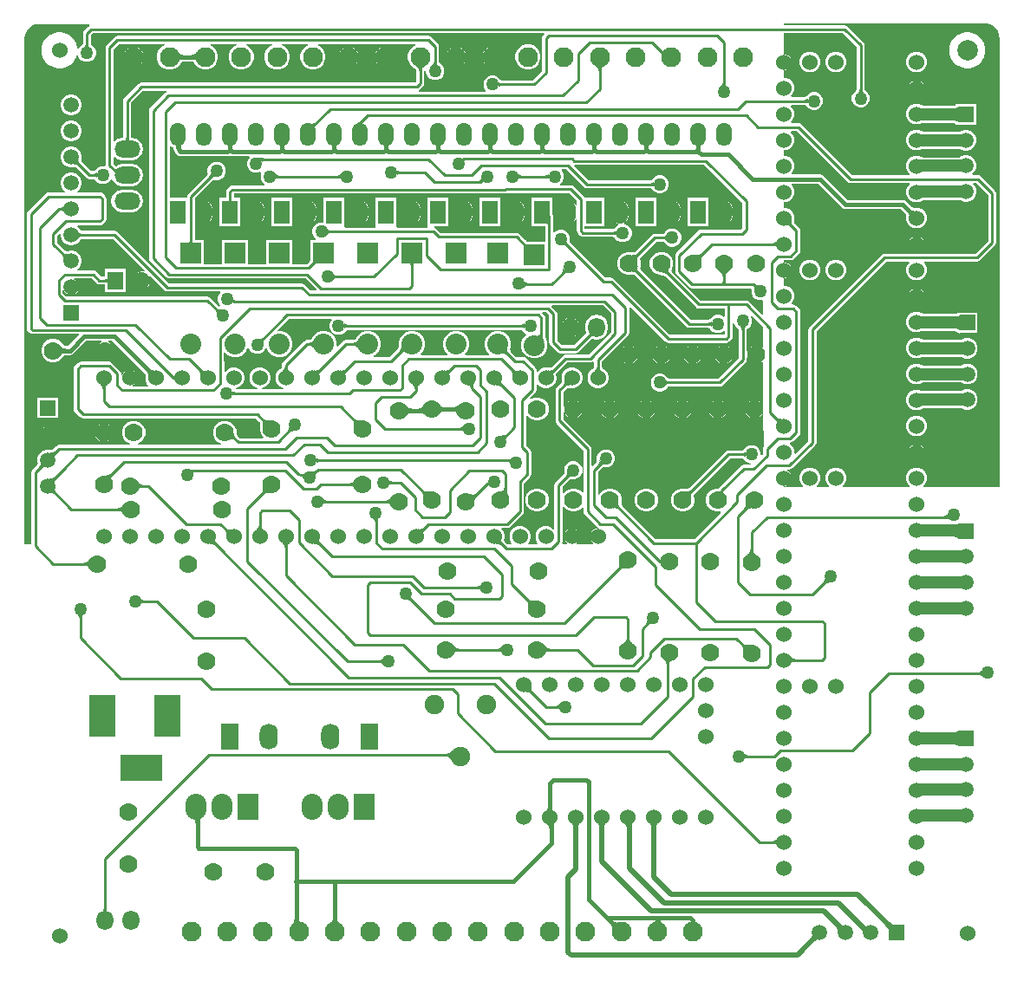
<source format=gbl>
G04*
G04 #@! TF.GenerationSoftware,Altium Limited,Altium Designer,21.0.8 (223)*
G04*
G04 Layer_Physical_Order=2*
G04 Layer_Color=16711680*
%FSLAX25Y25*%
%MOIN*%
G70*
G04*
G04 #@! TF.SameCoordinates,BD0D8E5F-934B-4C72-AD9E-884AB11E7CA7*
G04*
G04*
G04 #@! TF.FilePolarity,Positive*
G04*
G01*
G75*
%ADD11C,0.01000*%
%ADD12C,0.01500*%
%ADD49C,0.04500*%
%ADD50C,0.06000*%
%ADD51R,0.10000X0.16000*%
%ADD52R,0.16000X0.10000*%
%ADD53O,0.07000X0.10000*%
%ADD54R,0.07000X0.10000*%
%ADD55C,0.07677*%
%ADD56R,0.08000X0.10000*%
%ADD57O,0.08000X0.10000*%
%ADD58C,0.07000*%
%ADD59R,0.06000X0.07000*%
%ADD60O,0.06000X0.07000*%
%ADD61R,0.05984X0.05984*%
%ADD62C,0.05984*%
%ADD63R,0.08000X0.08000*%
%ADD64C,0.08000*%
%ADD65C,0.07500*%
%ADD66O,0.06000X0.09000*%
%ADD67R,0.06000X0.09000*%
%ADD68C,0.05906*%
%ADD69R,0.05906X0.05906*%
%ADD70O,0.10000X0.06600*%
%ADD71O,0.06500X0.07500*%
%ADD72C,0.05937*%
%ADD73R,0.05937X0.05937*%
%ADD74R,0.05937X0.05937*%
%ADD75C,0.07874*%
%ADD76C,0.05000*%
%ADD77C,0.02000*%
G36*
X167008Y473283D02*
X167030Y473126D01*
X167068Y472976D01*
X167120Y472835D01*
X167188Y472703D01*
X167270Y472578D01*
X167367Y472463D01*
X167480Y472355D01*
X167607Y472256D01*
X167750Y472165D01*
X165250D01*
X165392Y472256D01*
X165520Y472355D01*
X165632Y472463D01*
X165730Y472578D01*
X165813Y472703D01*
X165880Y472835D01*
X165933Y472976D01*
X165970Y473126D01*
X165992Y473283D01*
X166000Y473450D01*
X167000D01*
X167008Y473283D01*
D02*
G37*
G36*
X167560Y480500D02*
X167514Y480491D01*
X167023Y480163D01*
X167023Y480163D01*
X165430Y478570D01*
X165102Y478079D01*
X164987Y477500D01*
X164987Y477500D01*
Y473606D01*
X164936Y473497D01*
X164931Y473383D01*
X164923Y473331D01*
X164914Y473293D01*
X164903Y473264D01*
X164891Y473241D01*
X164876Y473218D01*
X164855Y473193D01*
X164823Y473163D01*
X164778Y473128D01*
X164678Y473064D01*
X164631Y472997D01*
X164526Y472954D01*
X163546Y471974D01*
X163390Y471596D01*
X162890Y471696D01*
Y471907D01*
X162420Y473659D01*
X161513Y475230D01*
X160230Y476513D01*
X158659Y477420D01*
X156907Y477890D01*
X155093D01*
X153341Y477420D01*
X151770Y476513D01*
X150487Y475230D01*
X149580Y473659D01*
X149110Y471907D01*
Y470093D01*
X149580Y468341D01*
X150487Y466770D01*
X151770Y465487D01*
X153341Y464580D01*
X155093Y464110D01*
X156907D01*
X158659Y464580D01*
X160230Y465487D01*
X161513Y466770D01*
X162420Y468341D01*
X162599Y469007D01*
X163126Y469042D01*
X163546Y468026D01*
X164526Y467046D01*
X165807Y466516D01*
X167193D01*
X168474Y467046D01*
X169454Y468026D01*
X169984Y469307D01*
Y470693D01*
X169454Y471974D01*
X168474Y472954D01*
X168369Y472997D01*
X168322Y473064D01*
X168222Y473128D01*
X168177Y473163D01*
X168146Y473193D01*
X168124Y473218D01*
X168109Y473241D01*
X168097Y473264D01*
X168086Y473293D01*
X168077Y473331D01*
X168069Y473383D01*
X168064Y473497D01*
X168013Y473606D01*
Y476873D01*
X168719Y477579D01*
X342164D01*
X342356Y477117D01*
X341930Y476691D01*
X341602Y476200D01*
X341487Y475621D01*
X341487Y475621D01*
Y463127D01*
X337723Y459363D01*
X326106D01*
X325998Y459414D01*
X325883Y459419D01*
X325831Y459427D01*
X325793Y459436D01*
X325764Y459447D01*
X325741Y459459D01*
X325718Y459474D01*
X325693Y459495D01*
X325663Y459527D01*
X325627Y459572D01*
X325564Y459672D01*
X325497Y459719D01*
X325454Y459824D01*
X324474Y460804D01*
X323193Y461334D01*
X321807D01*
X320526Y460804D01*
X319546Y459824D01*
X319016Y458543D01*
Y457157D01*
X319546Y455876D01*
X319847Y455575D01*
X319656Y455113D01*
X294180D01*
X294086Y455567D01*
X294096Y455613D01*
X294570Y455930D01*
X295846Y457205D01*
X296174Y457696D01*
X296289Y458276D01*
X296289Y458276D01*
Y462996D01*
X296339Y463099D01*
X296416Y463154D01*
X296916Y462897D01*
Y462307D01*
X297446Y461026D01*
X298426Y460046D01*
X299707Y459516D01*
X301093D01*
X302374Y460046D01*
X303354Y461026D01*
X303884Y462307D01*
Y463693D01*
X303354Y464974D01*
X302374Y465954D01*
X302269Y465997D01*
X302222Y466063D01*
X302122Y466127D01*
X302077Y466163D01*
X302045Y466193D01*
X302024Y466218D01*
X302009Y466241D01*
X301997Y466264D01*
X301986Y466293D01*
X301977Y466331D01*
X301969Y466383D01*
X301964Y466498D01*
X301913Y466606D01*
Y472500D01*
X301798Y473079D01*
X301470Y473570D01*
X301470Y473570D01*
X298970Y476070D01*
X298479Y476398D01*
X297900Y476513D01*
X297900Y476513D01*
X178300D01*
X177721Y476398D01*
X177230Y476070D01*
X177230Y476070D01*
X174130Y472970D01*
X173802Y472479D01*
X173687Y471900D01*
X173687Y471900D01*
Y426883D01*
X173516Y426685D01*
X173242Y426484D01*
X171957D01*
X170677Y425954D01*
X169696Y424974D01*
X169653Y424869D01*
X169587Y424822D01*
X169523Y424722D01*
X169488Y424677D01*
X169457Y424646D01*
X169432Y424624D01*
X169410Y424609D01*
X169386Y424597D01*
X169357Y424586D01*
X169319Y424577D01*
X169267Y424569D01*
X169153Y424564D01*
X169044Y424513D01*
X168127D01*
X164617Y428024D01*
X164577Y428135D01*
X164487Y428234D01*
X164448Y428288D01*
X164420Y428339D01*
X164399Y428391D01*
X164382Y428448D01*
X164372Y428515D01*
X164367Y428597D01*
X164372Y428696D01*
X164389Y428814D01*
X164429Y428989D01*
X164416Y429064D01*
X164476Y429209D01*
Y430791D01*
X163871Y432252D01*
X162752Y433371D01*
X161291Y433976D01*
X159709D01*
X158248Y433371D01*
X157129Y432252D01*
X156524Y430791D01*
Y429209D01*
X157129Y427748D01*
X158248Y426629D01*
X159709Y426024D01*
X161291D01*
X161436Y426084D01*
X161511Y426071D01*
X161686Y426111D01*
X161804Y426128D01*
X161903Y426133D01*
X161984Y426128D01*
X162052Y426118D01*
X162109Y426102D01*
X162161Y426080D01*
X162212Y426052D01*
X162266Y426013D01*
X162365Y425923D01*
X162476Y425883D01*
X166430Y421930D01*
X166430Y421930D01*
X166921Y421602D01*
X167500Y421487D01*
X169044D01*
X169153Y421436D01*
X169267Y421431D01*
X169319Y421423D01*
X169357Y421414D01*
X169386Y421403D01*
X169410Y421391D01*
X169432Y421376D01*
X169457Y421355D01*
X169488Y421323D01*
X169523Y421278D01*
X169587Y421178D01*
X169653Y421131D01*
X169696Y421026D01*
X170677Y420046D01*
X171957Y419516D01*
X173343D01*
X174624Y420046D01*
X175604Y421026D01*
X175761Y421406D01*
X176259Y421357D01*
X176264Y421328D01*
X177211Y419911D01*
X178628Y418964D01*
X180300Y418632D01*
X183700D01*
X185372Y418964D01*
X186789Y419911D01*
X187736Y421328D01*
X188068Y423000D01*
X187736Y424672D01*
X186789Y426089D01*
X185372Y427036D01*
X183700Y427368D01*
X180300D01*
X178628Y427036D01*
X177745Y426445D01*
X177680Y426470D01*
X177634Y426516D01*
X177578Y426586D01*
X177562Y426587D01*
X176713Y427436D01*
Y429795D01*
X177192Y429940D01*
X177211Y429911D01*
X178628Y428964D01*
X180300Y428632D01*
X183700D01*
X185372Y428964D01*
X186789Y429911D01*
X187736Y431328D01*
X188068Y433000D01*
X187736Y434672D01*
X186789Y436089D01*
X185372Y437036D01*
X183700Y437368D01*
X183513D01*
Y450873D01*
X188127Y455487D01*
X197120D01*
X197214Y455033D01*
X197204Y454987D01*
X196730Y454670D01*
X196730Y454670D01*
X190930Y448870D01*
X190602Y448379D01*
X190487Y447800D01*
X190487Y447800D01*
Y391000D01*
X190487Y391000D01*
X190602Y390421D01*
X190930Y389930D01*
X197180Y383680D01*
X197180Y383680D01*
X197671Y383352D01*
X198250Y383237D01*
X250673D01*
X254935Y378975D01*
X254743Y378513D01*
X252627D01*
X250320Y380820D01*
X249829Y381148D01*
X249250Y381263D01*
X249250Y381263D01*
X198116D01*
X178310Y401070D01*
X177819Y401398D01*
X177240Y401513D01*
X177240Y401513D01*
X164808D01*
X164702Y401564D01*
X164568Y401571D01*
X164502Y401582D01*
X164446Y401597D01*
X164394Y401619D01*
X164343Y401648D01*
X164287Y401688D01*
X164227Y401743D01*
X164160Y401816D01*
X164089Y401911D01*
X163993Y402063D01*
X163931Y402107D01*
X163871Y402252D01*
X162937Y403187D01*
X163144Y403687D01*
X171621D01*
X171621Y403687D01*
X172201Y403802D01*
X172692Y404130D01*
X173570Y405009D01*
X173570Y405009D01*
X173898Y405500D01*
X174013Y406079D01*
X174013Y406079D01*
Y413921D01*
X174013Y413921D01*
X173898Y414501D01*
X173570Y414992D01*
X173570Y414992D01*
X172692Y415870D01*
X172201Y416198D01*
X171621Y416313D01*
X171621Y416313D01*
X163144D01*
X162937Y416813D01*
X163871Y417748D01*
X164476Y419209D01*
Y420791D01*
X163871Y422252D01*
X162752Y423371D01*
X161291Y423976D01*
X159709D01*
X158248Y423371D01*
X157129Y422252D01*
X156524Y420791D01*
Y419209D01*
X157129Y417748D01*
X158063Y416813D01*
X157856Y416313D01*
X151825D01*
X151246Y416198D01*
X150755Y415870D01*
X150755Y415870D01*
X143955Y409070D01*
X143627Y408579D01*
X143512Y408000D01*
X143512Y408000D01*
Y364086D01*
X143512Y364086D01*
X143627Y363507D01*
X143955Y363016D01*
X144541Y362430D01*
X144541Y362430D01*
X145032Y362102D01*
X145611Y361987D01*
X163333D01*
X163524Y361525D01*
X159268Y357268D01*
X158463D01*
X158364Y357314D01*
X158177Y357322D01*
X158055Y357339D01*
X157951Y357363D01*
X157864Y357394D01*
X157788Y357431D01*
X157719Y357475D01*
X157653Y357529D01*
X157588Y357595D01*
X157521Y357679D01*
X157428Y357825D01*
X157376Y357861D01*
X157302Y358040D01*
X156040Y359302D01*
X154392Y359984D01*
X152608D01*
X150960Y359302D01*
X149698Y358040D01*
X149016Y356392D01*
Y354608D01*
X149698Y352960D01*
X150960Y351698D01*
X152608Y351016D01*
X154392D01*
X156040Y351698D01*
X157302Y352960D01*
X157376Y353139D01*
X157428Y353175D01*
X157521Y353321D01*
X157588Y353405D01*
X157653Y353471D01*
X157719Y353525D01*
X157788Y353569D01*
X157864Y353606D01*
X157951Y353637D01*
X158055Y353661D01*
X158177Y353678D01*
X158364Y353686D01*
X158463Y353732D01*
X160000D01*
X160677Y353866D01*
X161250Y354250D01*
X166232Y359232D01*
X172057D01*
X172156Y358732D01*
X171517Y358467D01*
X170533Y357483D01*
X170333Y357000D01*
X176667D01*
X176467Y357483D01*
X175483Y358467D01*
X174844Y358732D01*
X174943Y359232D01*
X176268D01*
X188748Y346751D01*
X188787Y346646D01*
X188901Y346524D01*
X188968Y346440D01*
X189016Y346367D01*
X189049Y346305D01*
X189069Y346255D01*
X189080Y346214D01*
X189085Y346179D01*
X189086Y346143D01*
X189082Y346102D01*
X189060Y345996D01*
X189072Y345929D01*
X189016Y345793D01*
Y344208D01*
X189622Y342743D01*
X190190Y342175D01*
X189999Y341713D01*
X184211D01*
X184112Y342213D01*
X184699Y342457D01*
X185543Y343301D01*
X185626Y343500D01*
X183000D01*
Y345000D01*
X181500D01*
Y347626D01*
X181301Y347543D01*
X180457Y346699D01*
X180213Y346112D01*
X179713Y346211D01*
Y346700D01*
X179598Y347279D01*
X179270Y347770D01*
X179270Y347770D01*
X176220Y350820D01*
X175729Y351148D01*
X175150Y351263D01*
X175150Y351263D01*
X164250D01*
X164250Y351263D01*
X163671Y351148D01*
X163180Y350820D01*
X163180Y350820D01*
X161930Y349570D01*
X161602Y349079D01*
X161487Y348500D01*
X161487Y348500D01*
Y333000D01*
X161487Y333000D01*
X161602Y332421D01*
X161930Y331930D01*
X163930Y329930D01*
X163930Y329930D01*
X164421Y329602D01*
X165000Y329487D01*
X165000Y329487D01*
X231433D01*
X232934Y327986D01*
X232972Y327877D01*
X233075Y327761D01*
X233124Y327691D01*
X233162Y327620D01*
X233192Y327540D01*
X233214Y327449D01*
X233229Y327339D01*
X233232Y327209D01*
X233222Y327056D01*
X233195Y326880D01*
X233141Y326646D01*
X233153Y326578D01*
X233076Y326392D01*
Y324608D01*
X233758Y322960D01*
X234493Y322225D01*
X234301Y321763D01*
X225377D01*
X224638Y322502D01*
X224598Y322614D01*
X224490Y322733D01*
X224422Y322825D01*
X224356Y322931D01*
X224295Y323055D01*
X224238Y323196D01*
X224186Y323358D01*
X224145Y323525D01*
X224077Y323981D01*
X224059Y324236D01*
X224000Y324353D01*
X224011Y324484D01*
X223984Y324516D01*
Y324892D01*
X223302Y326540D01*
X222040Y327802D01*
X220392Y328484D01*
X218608D01*
X216960Y327802D01*
X215698Y326540D01*
X215016Y324892D01*
Y323108D01*
X215698Y321460D01*
X216960Y320198D01*
X218010Y319763D01*
X217911Y319263D01*
X186089D01*
X185990Y319763D01*
X187040Y320198D01*
X188302Y321460D01*
X188984Y323108D01*
Y324892D01*
X188302Y326540D01*
X187040Y327802D01*
X185392Y328484D01*
X183608D01*
X181960Y327802D01*
X180698Y326540D01*
X180016Y324892D01*
Y323108D01*
X180698Y321460D01*
X181960Y320198D01*
X183010Y319763D01*
X182911Y319263D01*
X155750D01*
X155750Y319263D01*
X155171Y319148D01*
X154680Y318820D01*
X154680Y318820D01*
X153437Y317577D01*
X153326Y317537D01*
X153227Y317449D01*
X153174Y317410D01*
X153125Y317383D01*
X153075Y317362D01*
X153021Y317346D01*
X152956Y317336D01*
X152879Y317332D01*
X152784Y317336D01*
X152671Y317352D01*
X152500Y317391D01*
X152425Y317378D01*
X152283Y317437D01*
X150717D01*
X149270Y316838D01*
X148162Y315730D01*
X147563Y314283D01*
Y312717D01*
X147622Y312575D01*
X147609Y312500D01*
X147648Y312329D01*
X147664Y312216D01*
X147668Y312121D01*
X147664Y312044D01*
X147654Y311979D01*
X147638Y311925D01*
X147617Y311875D01*
X147590Y311826D01*
X147551Y311773D01*
X147463Y311674D01*
X147423Y311563D01*
X145727Y309867D01*
X145399Y309376D01*
X145284Y308797D01*
X145284Y308797D01*
Y281000D01*
X142513D01*
Y474837D01*
X142532Y475337D01*
X142532Y475338D01*
X142594Y475812D01*
X142741Y476924D01*
X143353Y478403D01*
X144327Y479673D01*
X145597Y480647D01*
X146449Y481000D01*
X167511D01*
X167560Y480500D01*
D02*
G37*
G36*
X208774Y466585D02*
X208633Y466807D01*
X208479Y467006D01*
X208313Y467181D01*
X208134Y467333D01*
X207943Y467462D01*
X207739Y467567D01*
X207522Y467649D01*
X207294Y467707D01*
X207052Y467742D01*
X206798Y467754D01*
Y469254D01*
X207052Y469266D01*
X207294Y469301D01*
X207522Y469359D01*
X207739Y469441D01*
X207943Y469546D01*
X208134Y469675D01*
X208313Y469827D01*
X208479Y470002D01*
X208633Y470201D01*
X208774Y470423D01*
Y466585D01*
D02*
G37*
G36*
X201785Y470201D02*
X201938Y470002D01*
X202105Y469827D01*
X202284Y469675D01*
X202475Y469546D01*
X202679Y469441D01*
X202895Y469359D01*
X203124Y469301D01*
X203365Y469266D01*
X203619Y469254D01*
Y467754D01*
X203365Y467742D01*
X203124Y467707D01*
X202895Y467649D01*
X202679Y467567D01*
X202475Y467462D01*
X202284Y467333D01*
X202105Y467181D01*
X201938Y467006D01*
X201785Y466807D01*
X201643Y466585D01*
Y470423D01*
X201785Y470201D01*
D02*
G37*
G36*
X300907Y466283D02*
X300930Y466126D01*
X300968Y465976D01*
X301020Y465835D01*
X301087Y465703D01*
X301170Y465578D01*
X301268Y465462D01*
X301380Y465355D01*
X301507Y465256D01*
X301650Y465165D01*
X299150D01*
X299292Y465256D01*
X299420Y465355D01*
X299533Y465462D01*
X299630Y465578D01*
X299712Y465703D01*
X299780Y465835D01*
X299833Y465976D01*
X299870Y466126D01*
X299892Y466283D01*
X299900Y466449D01*
X300900D01*
X300907Y466283D01*
D02*
G37*
G36*
X292995Y472987D02*
X292044Y472593D01*
X290687Y471236D01*
X289953Y469463D01*
Y467545D01*
X290687Y465772D01*
X292044Y464415D01*
X292256Y464327D01*
X292294Y464275D01*
X292531Y464128D01*
X292706Y464000D01*
X292849Y463877D01*
X292962Y463761D01*
X293047Y463653D01*
X293110Y463552D01*
X293154Y463457D01*
X293184Y463365D01*
X293202Y463268D01*
X293212Y463099D01*
X293262Y462996D01*
Y458903D01*
X292873Y458513D01*
X187500D01*
X186921Y458398D01*
X186430Y458070D01*
X186430Y458070D01*
X180930Y452570D01*
X180602Y452079D01*
X180487Y451500D01*
X180487Y451500D01*
Y437368D01*
X180300D01*
X178628Y437036D01*
X177211Y436089D01*
X177192Y436060D01*
X176713Y436205D01*
Y471273D01*
X178927Y473487D01*
X196439D01*
X196538Y472987D01*
X195587Y472593D01*
X194230Y471236D01*
X193496Y469463D01*
Y467545D01*
X194230Y465772D01*
X195587Y464415D01*
X197360Y463681D01*
X199278D01*
X201051Y464415D01*
X202408Y465772D01*
X202493Y465978D01*
X202542Y466013D01*
X202657Y466194D01*
X202748Y466312D01*
X202838Y466406D01*
X202928Y466482D01*
X203018Y466543D01*
X203113Y466592D01*
X203216Y466631D01*
X203333Y466661D01*
X203467Y466680D01*
X203668Y466690D01*
X203766Y466736D01*
X206651D01*
X206749Y466690D01*
X206951Y466680D01*
X207084Y466661D01*
X207201Y466631D01*
X207305Y466592D01*
X207399Y466543D01*
X207490Y466482D01*
X207579Y466406D01*
X207669Y466311D01*
X207760Y466194D01*
X207875Y466013D01*
X207924Y465978D01*
X208010Y465772D01*
X209366Y464415D01*
X211139Y463681D01*
X213058D01*
X214830Y464415D01*
X216187Y465772D01*
X216921Y467545D01*
Y469463D01*
X216187Y471236D01*
X214830Y472593D01*
X213879Y472987D01*
X213978Y473487D01*
X223998D01*
X224097Y472987D01*
X223146Y472593D01*
X221789Y471236D01*
X221055Y469463D01*
Y467545D01*
X221789Y465772D01*
X223146Y464415D01*
X224919Y463681D01*
X226837D01*
X228610Y464415D01*
X229967Y465772D01*
X230701Y467545D01*
Y469463D01*
X229967Y471236D01*
X228610Y472593D01*
X227659Y472987D01*
X227758Y473487D01*
X237777D01*
X237877Y472987D01*
X236926Y472593D01*
X235569Y471236D01*
X234835Y469463D01*
Y467545D01*
X235569Y465772D01*
X236926Y464415D01*
X238698Y463681D01*
X240617D01*
X242389Y464415D01*
X243746Y465772D01*
X244480Y467545D01*
Y469463D01*
X243746Y471236D01*
X242389Y472593D01*
X241438Y472987D01*
X241537Y473487D01*
X251557D01*
X251657Y472987D01*
X250705Y472593D01*
X249348Y471236D01*
X248614Y469463D01*
Y467545D01*
X249348Y465772D01*
X250705Y464415D01*
X252478Y463681D01*
X254396D01*
X256169Y464415D01*
X257526Y465772D01*
X258260Y467545D01*
Y469463D01*
X257526Y471236D01*
X256169Y472593D01*
X255218Y472987D01*
X255317Y473487D01*
X292896D01*
X292995Y472987D01*
D02*
G37*
G36*
X365323Y465012D02*
X365082Y464837D01*
X364869Y464654D01*
X364684Y464464D01*
X364528Y464266D01*
X364400Y464060D01*
X364301Y463847D01*
X364230Y463627D01*
X364187Y463398D01*
X364173Y463163D01*
X363173D01*
X363159Y463398D01*
X363116Y463627D01*
X363046Y463847D01*
X362946Y464060D01*
X362818Y464266D01*
X362662Y464464D01*
X362478Y464654D01*
X362265Y464837D01*
X362024Y465012D01*
X361754Y465180D01*
X365593D01*
X365323Y465012D01*
D02*
G37*
G36*
X296425D02*
X296184Y464837D01*
X295971Y464654D01*
X295786Y464464D01*
X295630Y464266D01*
X295503Y464060D01*
X295403Y463847D01*
X295332Y463627D01*
X295290Y463398D01*
X295276Y463163D01*
X294276D01*
X294261Y463398D01*
X294219Y463627D01*
X294148Y463847D01*
X294049Y464060D01*
X293921Y464266D01*
X293765Y464464D01*
X293580Y464654D01*
X293367Y464837D01*
X293126Y465012D01*
X292856Y465180D01*
X296695D01*
X296425Y465012D01*
D02*
G37*
G36*
X411907Y458283D02*
X411930Y458126D01*
X411968Y457976D01*
X412020Y457835D01*
X412087Y457703D01*
X412170Y457578D01*
X412267Y457463D01*
X412380Y457355D01*
X412507Y457256D01*
X412650Y457165D01*
X410150D01*
X410292Y457256D01*
X410420Y457355D01*
X410533Y457463D01*
X410630Y457578D01*
X410712Y457703D01*
X410780Y457835D01*
X410833Y457976D01*
X410870Y458126D01*
X410892Y458283D01*
X410900Y458450D01*
X411900D01*
X411907Y458283D01*
D02*
G37*
G36*
X324756Y458957D02*
X324855Y458830D01*
X324962Y458717D01*
X325078Y458620D01*
X325203Y458537D01*
X325335Y458470D01*
X325476Y458418D01*
X325626Y458380D01*
X325783Y458357D01*
X325950Y458350D01*
Y457350D01*
X325783Y457342D01*
X325626Y457320D01*
X325476Y457282D01*
X325335Y457230D01*
X325203Y457163D01*
X325078Y457080D01*
X324962Y456983D01*
X324855Y456870D01*
X324756Y456742D01*
X324665Y456600D01*
Y459100D01*
X324756Y458957D01*
D02*
G37*
G36*
X464507Y455783D02*
X464530Y455626D01*
X464568Y455476D01*
X464620Y455335D01*
X464687Y455203D01*
X464770Y455078D01*
X464867Y454962D01*
X464980Y454855D01*
X465107Y454756D01*
X465250Y454665D01*
X462750D01*
X462892Y454756D01*
X463020Y454855D01*
X463132Y454962D01*
X463230Y455078D01*
X463312Y455203D01*
X463380Y455335D01*
X463433Y455476D01*
X463470Y455626D01*
X463492Y455783D01*
X463500Y455949D01*
X464500D01*
X464507Y455783D01*
D02*
G37*
G36*
X443835Y450250D02*
X443744Y450392D01*
X443645Y450520D01*
X443538Y450632D01*
X443422Y450730D01*
X443297Y450812D01*
X443165Y450880D01*
X443024Y450933D01*
X442874Y450970D01*
X442717Y450992D01*
X442551Y451000D01*
Y452000D01*
X442717Y452007D01*
X442874Y452030D01*
X443024Y452068D01*
X443165Y452120D01*
X443297Y452187D01*
X443422Y452270D01*
X443538Y452367D01*
X443645Y452480D01*
X443744Y452607D01*
X443835Y452750D01*
Y450250D01*
D02*
G37*
G36*
X511338Y481468D02*
X511338Y481468D01*
X512924Y481259D01*
X514403Y480647D01*
X515673Y479673D01*
X516647Y478403D01*
X517259Y476924D01*
X517468Y475338D01*
X517487D01*
Y303000D01*
X488342D01*
X488135Y303500D01*
X488878Y304243D01*
X489484Y305708D01*
Y307293D01*
X488878Y308757D01*
X487757Y309878D01*
X486293Y310484D01*
X484707D01*
X483243Y309878D01*
X482122Y308757D01*
X481516Y307293D01*
Y305708D01*
X482122Y304243D01*
X482865Y303500D01*
X482658Y303000D01*
X457342D01*
X457135Y303500D01*
X457878Y304243D01*
X458484Y305708D01*
Y307293D01*
X457878Y308757D01*
X456757Y309878D01*
X455293Y310484D01*
X453708D01*
X452243Y309878D01*
X451122Y308757D01*
X450516Y307293D01*
Y305708D01*
X451122Y304243D01*
X451865Y303500D01*
X451658Y303000D01*
X447342D01*
X447135Y303500D01*
X447878Y304243D01*
X448484Y305708D01*
Y307293D01*
X447878Y308757D01*
X446757Y309878D01*
X445293Y310484D01*
X443708D01*
X442243Y309878D01*
X441122Y308757D01*
X440516Y307293D01*
Y305708D01*
X441122Y304243D01*
X441865Y303500D01*
X441658Y303000D01*
X434500D01*
Y303500D01*
X435097D01*
X436199Y303957D01*
X437043Y304801D01*
X437126Y305000D01*
X434500D01*
Y308000D01*
X437126D01*
X437043Y308199D01*
X436199Y309043D01*
X435612Y309287D01*
X435711Y309787D01*
X436600D01*
X436600Y309787D01*
X437179Y309902D01*
X437670Y310230D01*
X446538Y319097D01*
X446866Y319588D01*
X446981Y320168D01*
X446981Y320168D01*
Y362941D01*
X473827Y389787D01*
X482499D01*
X482690Y389325D01*
X482122Y388757D01*
X481516Y387293D01*
Y385707D01*
X482122Y384243D01*
X483243Y383122D01*
X484707Y382516D01*
X486293D01*
X487757Y383122D01*
X488878Y384243D01*
X489484Y385707D01*
Y387293D01*
X488878Y388757D01*
X488310Y389325D01*
X488501Y389787D01*
X508800D01*
X508800Y389787D01*
X509379Y389902D01*
X509870Y390230D01*
X515570Y395930D01*
X515570Y395930D01*
X515898Y396421D01*
X516013Y397000D01*
X516013Y397000D01*
Y416000D01*
X515898Y416579D01*
X515570Y417070D01*
X515570Y417070D01*
X510070Y422570D01*
X509579Y422898D01*
X509000Y423013D01*
X509000Y423013D01*
X507165D01*
X506958Y423513D01*
X507784Y424340D01*
X508386Y425793D01*
Y427365D01*
X507784Y428818D01*
X506672Y429930D01*
X505219Y430532D01*
X503647D01*
X502194Y429930D01*
X502101Y429837D01*
X487798D01*
X487757Y429878D01*
X486293Y430484D01*
X484707D01*
X483243Y429878D01*
X482122Y428757D01*
X481516Y427292D01*
Y425707D01*
X482122Y424243D01*
X482852Y423513D01*
X482645Y423013D01*
X460778D01*
X441221Y442570D01*
X440730Y442898D01*
X440151Y443013D01*
X440151Y443013D01*
X437355D01*
X437148Y443513D01*
X437878Y444243D01*
X438484Y445708D01*
Y447293D01*
X437878Y448757D01*
X437148Y449487D01*
X437355Y449987D01*
X442394D01*
X442502Y449936D01*
X442617Y449931D01*
X442669Y449923D01*
X442707Y449914D01*
X442736Y449903D01*
X442759Y449891D01*
X442782Y449876D01*
X442807Y449855D01*
X442837Y449823D01*
X442872Y449778D01*
X442937Y449678D01*
X443003Y449631D01*
X443046Y449526D01*
X444026Y448546D01*
X445307Y448016D01*
X446693D01*
X447974Y448546D01*
X448954Y449526D01*
X449484Y450807D01*
Y452193D01*
X448954Y453474D01*
X447974Y454454D01*
X446693Y454984D01*
X445307D01*
X444026Y454454D01*
X443046Y453474D01*
X443003Y453369D01*
X442937Y453322D01*
X442872Y453222D01*
X442837Y453177D01*
X442807Y453146D01*
X442782Y453124D01*
X442759Y453109D01*
X442736Y453097D01*
X442707Y453086D01*
X442669Y453077D01*
X442617Y453069D01*
X442502Y453064D01*
X442394Y453013D01*
X437355D01*
X437148Y453513D01*
X437878Y454243D01*
X438484Y455708D01*
Y457293D01*
X437878Y458757D01*
X436757Y459878D01*
X435292Y460484D01*
X434500D01*
Y463500D01*
X435097D01*
X436199Y463957D01*
X437043Y464801D01*
X437126Y465000D01*
X434500D01*
Y468000D01*
X437126D01*
X437043Y468199D01*
X436199Y469043D01*
X435097Y469500D01*
X434500D01*
Y477579D01*
X457281D01*
X462487Y472373D01*
Y456106D01*
X462436Y455998D01*
X462431Y455883D01*
X462423Y455831D01*
X462414Y455793D01*
X462403Y455764D01*
X462391Y455741D01*
X462376Y455718D01*
X462355Y455693D01*
X462323Y455663D01*
X462278Y455627D01*
X462178Y455563D01*
X462131Y455497D01*
X462026Y455454D01*
X461046Y454474D01*
X460516Y453193D01*
Y451807D01*
X461046Y450526D01*
X462026Y449546D01*
X463307Y449016D01*
X464693D01*
X465974Y449546D01*
X466954Y450526D01*
X467484Y451807D01*
Y453193D01*
X466954Y454474D01*
X465974Y455454D01*
X465869Y455497D01*
X465822Y455563D01*
X465722Y455627D01*
X465677Y455663D01*
X465646Y455693D01*
X465624Y455718D01*
X465609Y455741D01*
X465597Y455764D01*
X465586Y455793D01*
X465577Y455831D01*
X465569Y455883D01*
X465564Y455998D01*
X465513Y456106D01*
Y473000D01*
X465513Y473000D01*
X465398Y473579D01*
X465070Y474070D01*
X465070Y474070D01*
X458978Y480163D01*
X458487Y480491D01*
X457907Y480606D01*
X457907Y480606D01*
X434500D01*
Y481487D01*
X511338D01*
X511338Y481468D01*
D02*
G37*
G36*
X272957Y443743D02*
X272810Y443589D01*
X272693Y443451D01*
X272606Y443328D01*
X272549Y443222D01*
X272522Y443131D01*
X272526Y443056D01*
X272559Y442997D01*
X272623Y442954D01*
X272717Y442927D01*
X272841Y442915D01*
X270457Y442975D01*
X270554Y443012D01*
X270664Y443067D01*
X270786Y443141D01*
X270920Y443234D01*
X271225Y443476D01*
X271579Y443793D01*
X271983Y444184D01*
X272957Y443743D01*
D02*
G37*
G36*
X254727Y442520D02*
X254590Y442376D01*
X254474Y442239D01*
X254380Y442109D01*
X254307Y441988D01*
X254257Y441874D01*
X254228Y441768D01*
X254221Y441669D01*
X254235Y441579D01*
X254271Y441495D01*
X254329Y441420D01*
X252949Y442858D01*
X253021Y442797D01*
X253102Y442758D01*
X253190Y442741D01*
X253287Y442746D01*
X253391Y442773D01*
X253503Y442822D01*
X253623Y442893D01*
X253750Y442985D01*
X253886Y443100D01*
X254029Y443236D01*
X254727Y442520D01*
D02*
G37*
G36*
X182505Y437031D02*
X182520Y436876D01*
X182545Y436739D01*
X182580Y436620D01*
X182625Y436520D01*
X182680Y436438D01*
X182745Y436374D01*
X182820Y436328D01*
X182905Y436301D01*
X183000Y436292D01*
X181000D01*
X181095Y436301D01*
X181180Y436328D01*
X181255Y436374D01*
X181320Y436438D01*
X181375Y436520D01*
X181420Y436620D01*
X181455Y436739D01*
X181480Y436876D01*
X181495Y437031D01*
X181500Y437204D01*
X182500D01*
X182505Y437031D01*
D02*
G37*
G36*
X382932Y434591D02*
X382811Y434541D01*
X382705Y434458D01*
X382612Y434343D01*
X382534Y434194D01*
X382470Y434013D01*
X382420Y433798D01*
X382385Y433550D01*
X382364Y433270D01*
X382356Y432956D01*
X380856D01*
X380849Y433270D01*
X380828Y433550D01*
X380792Y433798D01*
X380743Y434013D01*
X380679Y434194D01*
X380601Y434343D01*
X380508Y434458D01*
X380401Y434541D01*
X380281Y434591D01*
X380146Y434607D01*
X383067D01*
X382932Y434591D01*
D02*
G37*
G36*
X362932D02*
X362811Y434541D01*
X362705Y434458D01*
X362612Y434343D01*
X362534Y434194D01*
X362470Y434013D01*
X362420Y433798D01*
X362385Y433550D01*
X362364Y433270D01*
X362356Y432956D01*
X360856D01*
X360849Y433270D01*
X360828Y433550D01*
X360792Y433798D01*
X360743Y434013D01*
X360679Y434194D01*
X360600Y434343D01*
X360508Y434458D01*
X360402Y434541D01*
X360281Y434591D01*
X360146Y434607D01*
X363067D01*
X362932Y434591D01*
D02*
G37*
G36*
X342932D02*
X342811Y434541D01*
X342705Y434458D01*
X342612Y434343D01*
X342534Y434194D01*
X342470Y434013D01*
X342420Y433798D01*
X342385Y433550D01*
X342364Y433270D01*
X342356Y432956D01*
X340856D01*
X340849Y433270D01*
X340828Y433550D01*
X340792Y433798D01*
X340743Y434013D01*
X340679Y434194D01*
X340600Y434343D01*
X340508Y434458D01*
X340402Y434541D01*
X340281Y434591D01*
X340146Y434607D01*
X343067D01*
X342932Y434591D01*
D02*
G37*
G36*
X322932D02*
X322811Y434541D01*
X322705Y434458D01*
X322612Y434343D01*
X322534Y434194D01*
X322470Y434013D01*
X322420Y433798D01*
X322385Y433550D01*
X322363Y433270D01*
X322356Y432956D01*
X320856D01*
X320849Y433270D01*
X320828Y433550D01*
X320792Y433798D01*
X320743Y434013D01*
X320679Y434194D01*
X320601Y434343D01*
X320508Y434458D01*
X320402Y434541D01*
X320281Y434591D01*
X320146Y434607D01*
X323067D01*
X322932Y434591D01*
D02*
G37*
G36*
X302932D02*
X302811Y434541D01*
X302705Y434458D01*
X302612Y434343D01*
X302534Y434194D01*
X302470Y434013D01*
X302420Y433798D01*
X302385Y433550D01*
X302363Y433270D01*
X302356Y432956D01*
X300856D01*
X300849Y433270D01*
X300828Y433550D01*
X300792Y433798D01*
X300743Y434013D01*
X300679Y434194D01*
X300601Y434343D01*
X300508Y434458D01*
X300401Y434541D01*
X300281Y434591D01*
X300146Y434607D01*
X303067D01*
X302932Y434591D01*
D02*
G37*
G36*
X282932D02*
X282811Y434541D01*
X282705Y434458D01*
X282612Y434343D01*
X282534Y434194D01*
X282470Y434013D01*
X282420Y433798D01*
X282385Y433550D01*
X282364Y433270D01*
X282356Y432956D01*
X280856D01*
X280849Y433270D01*
X280828Y433550D01*
X280792Y433798D01*
X280743Y434013D01*
X280679Y434194D01*
X280601Y434343D01*
X280508Y434458D01*
X280401Y434541D01*
X280281Y434591D01*
X280146Y434607D01*
X283067D01*
X282932Y434591D01*
D02*
G37*
G36*
X262932D02*
X262811Y434541D01*
X262705Y434458D01*
X262612Y434343D01*
X262534Y434194D01*
X262470Y434013D01*
X262420Y433798D01*
X262385Y433550D01*
X262364Y433270D01*
X262356Y432956D01*
X260856D01*
X260849Y433270D01*
X260828Y433550D01*
X260792Y433798D01*
X260743Y434013D01*
X260679Y434194D01*
X260600Y434343D01*
X260508Y434458D01*
X260402Y434541D01*
X260281Y434591D01*
X260146Y434607D01*
X263067D01*
X262932Y434591D01*
D02*
G37*
G36*
X242932D02*
X242811Y434541D01*
X242705Y434458D01*
X242612Y434343D01*
X242534Y434194D01*
X242470Y434013D01*
X242420Y433798D01*
X242385Y433550D01*
X242364Y433270D01*
X242356Y432956D01*
X240856D01*
X240849Y433270D01*
X240828Y433550D01*
X240792Y433798D01*
X240743Y434013D01*
X240679Y434194D01*
X240600Y434343D01*
X240508Y434458D01*
X240402Y434541D01*
X240281Y434591D01*
X240146Y434607D01*
X243067D01*
X242932Y434591D01*
D02*
G37*
G36*
X222932D02*
X222811Y434541D01*
X222705Y434458D01*
X222612Y434343D01*
X222534Y434194D01*
X222470Y434013D01*
X222420Y433798D01*
X222385Y433550D01*
X222363Y433270D01*
X222356Y432956D01*
X220856D01*
X220849Y433270D01*
X220828Y433550D01*
X220792Y433798D01*
X220743Y434013D01*
X220679Y434194D01*
X220601Y434343D01*
X220508Y434458D01*
X220402Y434541D01*
X220281Y434591D01*
X220146Y434607D01*
X223067D01*
X222932Y434591D01*
D02*
G37*
G36*
X203044Y434646D02*
X202921Y434592D01*
X202813Y434505D01*
X202719Y434386D01*
X202640Y434234D01*
X202574Y434050D01*
X202524Y433833D01*
X202488Y433583D01*
X202466Y433301D01*
X202459Y432987D01*
X200959Y432925D01*
X200952Y433240D01*
X200930Y433521D01*
X200894Y433769D01*
X200844Y433983D01*
X200779Y434163D01*
X200699Y434310D01*
X200605Y434423D01*
X200497Y434502D01*
X200374Y434547D01*
X200237Y434558D01*
X203181Y434668D01*
X203044Y434646D01*
D02*
G37*
G36*
X402959Y434608D02*
X402833Y434558D01*
X402721Y434475D01*
X402624Y434358D01*
X402542Y434208D01*
X402476Y434024D01*
X402423Y433807D01*
X402386Y433557D01*
X402364Y433273D01*
X402358Y433019D01*
X402362Y432913D01*
X402378Y432769D01*
X402404Y432630D01*
X402441Y432496D01*
X402489Y432366D01*
X402547Y432240D01*
X402616Y432118D01*
X402696Y432001D01*
X402786Y431889D01*
X402887Y431780D01*
X401826Y430720D01*
X401718Y430820D01*
X401605Y430911D01*
X401488Y430990D01*
X401367Y431059D01*
X401241Y431117D01*
X401111Y431165D01*
X400976Y431202D01*
X400837Y431229D01*
X400694Y431245D01*
X400546Y431250D01*
X400106Y432750D01*
X400249Y432758D01*
X400376Y432780D01*
X400489Y432818D01*
X400586Y432870D01*
X400669Y432937D01*
X400736Y433020D01*
X400789Y433117D01*
X400826Y433230D01*
X400844Y433332D01*
X400827Y433557D01*
X400789Y433807D01*
X400737Y434024D01*
X400670Y434208D01*
X400588Y434358D01*
X400492Y434475D01*
X400380Y434558D01*
X400253Y434608D01*
X400112Y434625D01*
X403101D01*
X402959Y434608D01*
D02*
G37*
G36*
X232401Y429778D02*
X232544Y429751D01*
X232888Y429707D01*
X233311Y429675D01*
X234392Y429650D01*
X234771Y428650D01*
X234601Y428644D01*
X234452Y428625D01*
X234324Y428594D01*
X234218Y428550D01*
X234133Y428493D01*
X234069Y428424D01*
X234027Y428343D01*
X234006Y428249D01*
X234006Y428142D01*
X234028Y428023D01*
X232278Y429808D01*
X232401Y429778D01*
D02*
G37*
G36*
X163340Y429008D02*
X163311Y428798D01*
X163301Y428597D01*
X163311Y428404D01*
X163340Y428219D01*
X163390Y428043D01*
X163459Y427875D01*
X163548Y427715D01*
X163657Y427564D01*
X163786Y427421D01*
X163079Y426714D01*
X162936Y426843D01*
X162785Y426952D01*
X162625Y427041D01*
X162457Y427110D01*
X162281Y427160D01*
X162096Y427189D01*
X161903Y427199D01*
X161702Y427189D01*
X161492Y427160D01*
X161274Y427110D01*
X163390Y429226D01*
X163340Y429008D01*
D02*
G37*
G36*
X177206Y425518D02*
X177337Y425408D01*
X177459Y425321D01*
X177571Y425259D01*
X177673Y425220D01*
X177766Y425205D01*
X177849Y425214D01*
X177922Y425246D01*
X177986Y425303D01*
X178039Y425383D01*
X177062Y423544D01*
X177100Y423638D01*
X177119Y423738D01*
X177118Y423843D01*
X177098Y423954D01*
X177058Y424071D01*
X176998Y424193D01*
X176919Y424321D01*
X176820Y424455D01*
X176701Y424595D01*
X176562Y424740D01*
X177065Y425652D01*
X177206Y425518D01*
D02*
G37*
G36*
X285756Y425107D02*
X285855Y424980D01*
X285963Y424867D01*
X286078Y424770D01*
X286203Y424687D01*
X286335Y424620D01*
X286476Y424568D01*
X286626Y424530D01*
X286783Y424508D01*
X286949Y424500D01*
Y423500D01*
X286783Y423492D01*
X286626Y423470D01*
X286476Y423432D01*
X286335Y423380D01*
X286203Y423313D01*
X286078Y423230D01*
X285963Y423133D01*
X285855Y423020D01*
X285756Y422893D01*
X285665Y422750D01*
Y425250D01*
X285756Y425107D01*
D02*
G37*
G36*
X215753Y422185D02*
X215588Y422222D01*
X215428Y422242D01*
X215272Y422245D01*
X215121Y422232D01*
X214975Y422203D01*
X214833Y422157D01*
X214697Y422094D01*
X214565Y422015D01*
X214437Y421919D01*
X214314Y421807D01*
X213607Y422514D01*
X213719Y422637D01*
X213815Y422765D01*
X213894Y422897D01*
X213957Y423034D01*
X214003Y423175D01*
X214032Y423321D01*
X214045Y423472D01*
X214042Y423628D01*
X214022Y423788D01*
X213985Y423953D01*
X215753Y422185D01*
D02*
G37*
G36*
X170485Y421750D02*
X170394Y421892D01*
X170295Y422020D01*
X170188Y422132D01*
X170072Y422230D01*
X169948Y422312D01*
X169815Y422380D01*
X169674Y422433D01*
X169525Y422470D01*
X169367Y422493D01*
X169201Y422500D01*
Y423500D01*
X169367Y423507D01*
X169525Y423530D01*
X169674Y423567D01*
X169815Y423620D01*
X169948Y423688D01*
X170072Y423770D01*
X170188Y423868D01*
X170295Y423980D01*
X170394Y424108D01*
X170485Y424250D01*
Y421750D01*
D02*
G37*
G36*
X344235Y421250D02*
X344144Y421392D01*
X344045Y421520D01*
X343937Y421632D01*
X343822Y421730D01*
X343697Y421812D01*
X343565Y421880D01*
X343424Y421933D01*
X343274Y421970D01*
X343117Y421992D01*
X342951Y422000D01*
Y423000D01*
X343117Y423007D01*
X343274Y423030D01*
X343424Y423068D01*
X343565Y423120D01*
X343697Y423187D01*
X343822Y423270D01*
X343937Y423368D01*
X344045Y423480D01*
X344144Y423607D01*
X344235Y423750D01*
Y421250D01*
D02*
G37*
G36*
X332256Y423607D02*
X332355Y423480D01*
X332463Y423368D01*
X332578Y423270D01*
X332703Y423187D01*
X332835Y423120D01*
X332976Y423068D01*
X333126Y423030D01*
X333283Y423007D01*
X333450Y423000D01*
Y422000D01*
X333283Y421992D01*
X333126Y421970D01*
X332976Y421933D01*
X332835Y421880D01*
X332703Y421812D01*
X332578Y421730D01*
X332463Y421632D01*
X332355Y421520D01*
X332256Y421392D01*
X332165Y421250D01*
Y423750D01*
X332256Y423607D01*
D02*
G37*
G36*
X264335Y421250D02*
X264244Y421392D01*
X264145Y421520D01*
X264037Y421632D01*
X263922Y421730D01*
X263797Y421812D01*
X263665Y421880D01*
X263524Y421933D01*
X263374Y421970D01*
X263217Y421992D01*
X263051Y422000D01*
Y423000D01*
X263217Y423007D01*
X263374Y423030D01*
X263524Y423068D01*
X263665Y423120D01*
X263797Y423187D01*
X263922Y423270D01*
X264037Y423368D01*
X264145Y423480D01*
X264244Y423607D01*
X264335Y423750D01*
Y421250D01*
D02*
G37*
G36*
X239056Y423607D02*
X239155Y423480D01*
X239263Y423368D01*
X239378Y423270D01*
X239503Y423187D01*
X239635Y423120D01*
X239776Y423068D01*
X239926Y423030D01*
X240083Y423007D01*
X240249Y423000D01*
Y422000D01*
X240083Y421992D01*
X239926Y421970D01*
X239776Y421933D01*
X239635Y421880D01*
X239503Y421812D01*
X239378Y421730D01*
X239263Y421632D01*
X239155Y421520D01*
X239056Y421392D01*
X238965Y421250D01*
Y423750D01*
X239056Y423607D01*
D02*
G37*
G36*
X199492Y433822D02*
X199512Y433778D01*
X199616Y433739D01*
X199842Y433588D01*
X199846Y433570D01*
X199871Y433404D01*
X199887Y433187D01*
X199894Y432900D01*
X199898Y432891D01*
X199895Y432881D01*
X199975Y432708D01*
X200075Y432202D01*
X200459Y431628D01*
X201337Y430750D01*
X201911Y430366D01*
X202588Y430232D01*
X202588Y430232D01*
X220625D01*
X221302Y430366D01*
X221555Y430536D01*
X221808Y430366D01*
X222485Y430232D01*
X222485Y430232D01*
X228857D01*
X229049Y429770D01*
X228653Y429374D01*
X228122Y428093D01*
Y426707D01*
X228653Y425426D01*
X229633Y424446D01*
X230913Y423916D01*
X232299D01*
X233234Y424303D01*
X233617Y423920D01*
X233316Y423193D01*
Y421807D01*
X233846Y420526D01*
X234826Y419546D01*
X234906Y419513D01*
X234806Y419013D01*
X222485D01*
X222485Y419013D01*
X221906Y418898D01*
X221415Y418570D01*
X221415Y418570D01*
X220536Y417692D01*
X220208Y417201D01*
X220093Y416621D01*
X220093Y416621D01*
Y414234D01*
X220071Y414185D01*
X217622D01*
Y403217D01*
X225591D01*
Y414185D01*
X223142D01*
X223120Y414234D01*
Y415987D01*
X327379D01*
X327379Y415987D01*
X327881Y416087D01*
X351973D01*
X354887Y413173D01*
Y411523D01*
X354663Y411448D01*
X354387Y411440D01*
X353769Y412364D01*
X353106Y412807D01*
Y408701D01*
Y404595D01*
X353769Y405038D01*
X354387Y405962D01*
X354663Y405953D01*
X354887Y405879D01*
Y401579D01*
X354887Y401579D01*
X355002Y400999D01*
X355330Y400508D01*
X356208Y399630D01*
X356208Y399630D01*
X356699Y399302D01*
X357279Y399187D01*
X357279Y399187D01*
X368944D01*
X369052Y399136D01*
X369167Y399131D01*
X369219Y399123D01*
X369257Y399114D01*
X369286Y399103D01*
X369309Y399091D01*
X369332Y399076D01*
X369357Y399055D01*
X369387Y399023D01*
X369423Y398978D01*
X369486Y398878D01*
X369553Y398831D01*
X369596Y398726D01*
X370576Y397746D01*
X371857Y397216D01*
X373243D01*
X374524Y397746D01*
X375504Y398726D01*
X376034Y400007D01*
Y401393D01*
X375504Y402674D01*
X374524Y403654D01*
X373335Y404146D01*
X373241Y404454D01*
X373240Y404684D01*
X373769Y405038D01*
X374432Y406030D01*
X374665Y407201D01*
X368548D01*
X368780Y406030D01*
X369443Y405038D01*
X370436Y404375D01*
X370824Y404298D01*
X370875Y403778D01*
X370576Y403654D01*
X369596Y402674D01*
X369553Y402569D01*
X369486Y402522D01*
X369423Y402422D01*
X369387Y402377D01*
X369357Y402346D01*
X369332Y402324D01*
X369309Y402309D01*
X369286Y402297D01*
X369257Y402286D01*
X369219Y402277D01*
X369167Y402269D01*
X369053Y402264D01*
X368944Y402213D01*
X357913D01*
Y403217D01*
X365591D01*
Y414185D01*
X357837D01*
X357798Y414379D01*
X357470Y414870D01*
X357470Y414870D01*
X353670Y418670D01*
X353179Y418998D01*
X352600Y419113D01*
X352600Y419113D01*
X348536D01*
X348441Y419613D01*
X349354Y420526D01*
X349884Y421807D01*
Y423193D01*
X349354Y424474D01*
X349053Y424775D01*
X349244Y425237D01*
X350861D01*
X357668Y418430D01*
X357668Y418430D01*
X358159Y418102D01*
X358738Y417987D01*
X358738Y417987D01*
X383194D01*
X383302Y417936D01*
X383417Y417931D01*
X383469Y417923D01*
X383507Y417914D01*
X383536Y417903D01*
X383559Y417891D01*
X383582Y417876D01*
X383607Y417855D01*
X383637Y417823D01*
X383672Y417778D01*
X383736Y417678D01*
X383803Y417631D01*
X383846Y417526D01*
X384826Y416546D01*
X386107Y416016D01*
X387493D01*
X388774Y416546D01*
X389754Y417526D01*
X390284Y418807D01*
Y420193D01*
X389754Y421474D01*
X388774Y422454D01*
X387493Y422984D01*
X386107D01*
X384826Y422454D01*
X383846Y421474D01*
X383803Y421369D01*
X383736Y421322D01*
X383672Y421222D01*
X383637Y421177D01*
X383607Y421145D01*
X383582Y421124D01*
X383559Y421109D01*
X383536Y421097D01*
X383507Y421086D01*
X383469Y421077D01*
X383417Y421069D01*
X383302Y421064D01*
X383194Y421013D01*
X359365D01*
X353936Y426443D01*
X354149Y426937D01*
X403923D01*
X418487Y412373D01*
Y402627D01*
X417873Y402013D01*
X402700D01*
X402700Y402013D01*
X402121Y401898D01*
X401630Y401570D01*
X401630Y401570D01*
X393130Y393070D01*
X392802Y392579D01*
X392687Y392000D01*
X392687Y392000D01*
Y386000D01*
X392687Y386000D01*
X392802Y385421D01*
X393130Y384930D01*
X398130Y379930D01*
X398130Y379930D01*
X398621Y379602D01*
X399200Y379487D01*
X399200Y379487D01*
X411231D01*
X411301Y379445D01*
X411451Y379484D01*
X411602Y379445D01*
X411672Y379487D01*
X421574D01*
X421576Y379486D01*
X421593Y379482D01*
X421790Y379379D01*
X422016Y379093D01*
Y379021D01*
X422015Y379019D01*
X422016Y379016D01*
Y377707D01*
X422546Y376426D01*
X423526Y375446D01*
X424807Y374916D01*
X426193D01*
X426516Y374701D01*
X426529Y369465D01*
X426067Y369273D01*
X421070Y374270D01*
X420579Y374598D01*
X420000Y374713D01*
X420000Y374713D01*
X413470D01*
X413401Y374755D01*
X413250Y374716D01*
X413099Y374755D01*
X413030Y374713D01*
X402427D01*
X391459Y385681D01*
X391459Y385687D01*
X391424Y385716D01*
X391350Y385790D01*
X391312Y385899D01*
X391212Y386012D01*
X391178Y386062D01*
X391162Y386094D01*
X391156Y386117D01*
X391153Y386140D01*
X391154Y386176D01*
X391164Y386236D01*
X391192Y386323D01*
X391243Y386438D01*
X391344Y386617D01*
X391356Y386708D01*
X391376Y386757D01*
X391436Y386830D01*
X391431Y386889D01*
X391935Y388108D01*
Y389892D01*
X391253Y391540D01*
X389991Y392802D01*
X388343Y393484D01*
X386559D01*
X384911Y392802D01*
X383650Y391540D01*
X382967Y389892D01*
Y388108D01*
X383650Y386460D01*
X384911Y385198D01*
X386559Y384516D01*
X386975D01*
X387014Y384484D01*
X387144Y384496D01*
X387262Y384439D01*
X387531Y384423D01*
X387753Y384398D01*
X387955Y384363D01*
X388136Y384320D01*
X388296Y384270D01*
X388436Y384215D01*
X388558Y384154D01*
X388664Y384090D01*
X388755Y384022D01*
X388874Y383914D01*
X388985Y383874D01*
X400730Y372130D01*
X400730Y372130D01*
X401221Y371802D01*
X401800Y371687D01*
X401800Y371687D01*
X411737D01*
Y368594D01*
X411275Y368403D01*
X410974Y368704D01*
X409693Y369234D01*
X408307D01*
X407026Y368704D01*
X406046Y367724D01*
X406003Y367619D01*
X405936Y367572D01*
X405872Y367472D01*
X405837Y367427D01*
X405807Y367395D01*
X405782Y367374D01*
X405759Y367359D01*
X405736Y367347D01*
X405707Y367336D01*
X405669Y367327D01*
X405617Y367319D01*
X405503Y367314D01*
X405394Y367263D01*
X398828D01*
X379577Y386514D01*
X379539Y386623D01*
X379436Y386739D01*
X379387Y386809D01*
X379349Y386880D01*
X379319Y386960D01*
X379296Y387051D01*
X379282Y387161D01*
X379278Y387291D01*
X379289Y387444D01*
X379316Y387620D01*
X379370Y387854D01*
X379359Y387922D01*
X379435Y388108D01*
Y389892D01*
X379359Y390078D01*
X379370Y390146D01*
X379316Y390380D01*
X379289Y390556D01*
X379278Y390709D01*
X379282Y390839D01*
X379296Y390949D01*
X379319Y391040D01*
X379349Y391120D01*
X379387Y391191D01*
X379436Y391261D01*
X379539Y391377D01*
X379577Y391486D01*
X385478Y397387D01*
X387994D01*
X388102Y397336D01*
X388217Y397331D01*
X388269Y397323D01*
X388307Y397314D01*
X388336Y397303D01*
X388359Y397291D01*
X388382Y397276D01*
X388407Y397255D01*
X388437Y397223D01*
X388473Y397178D01*
X388537Y397078D01*
X388603Y397031D01*
X388646Y396926D01*
X389626Y395946D01*
X390907Y395416D01*
X392293D01*
X393574Y395946D01*
X394554Y396926D01*
X395084Y398207D01*
Y399593D01*
X394554Y400874D01*
X393574Y401854D01*
X392293Y402384D01*
X390907D01*
X389626Y401854D01*
X388646Y400874D01*
X388603Y400769D01*
X388537Y400722D01*
X388473Y400622D01*
X388437Y400577D01*
X388407Y400546D01*
X388382Y400524D01*
X388359Y400509D01*
X388336Y400497D01*
X388307Y400486D01*
X388269Y400477D01*
X388217Y400469D01*
X388103Y400464D01*
X387994Y400413D01*
X384851D01*
X384272Y400298D01*
X383781Y399970D01*
X383781Y399970D01*
X377437Y393626D01*
X377328Y393588D01*
X377212Y393485D01*
X377143Y393436D01*
X377071Y393398D01*
X376992Y393368D01*
X376900Y393345D01*
X376790Y393331D01*
X376660Y393327D01*
X376507Y393338D01*
X376331Y393365D01*
X376097Y393419D01*
X376029Y393407D01*
X375843Y393484D01*
X374059D01*
X372411Y392802D01*
X371150Y391540D01*
X370467Y389892D01*
Y388108D01*
X371150Y386460D01*
X372411Y385198D01*
X374059Y384516D01*
X375843D01*
X376029Y384593D01*
X376097Y384581D01*
X376331Y384635D01*
X376507Y384662D01*
X376660Y384673D01*
X376790Y384669D01*
X376900Y384655D01*
X376992Y384632D01*
X377071Y384602D01*
X377143Y384564D01*
X377212Y384515D01*
X377328Y384412D01*
X377437Y384374D01*
X397131Y364680D01*
X397131Y364680D01*
X397622Y364352D01*
X398201Y364237D01*
X398201Y364237D01*
X405394D01*
X405502Y364186D01*
X405617Y364181D01*
X405669Y364173D01*
X405707Y364164D01*
X405736Y364153D01*
X405759Y364141D01*
X405782Y364126D01*
X405807Y364105D01*
X405837Y364073D01*
X405872Y364028D01*
X405936Y363928D01*
X406003Y363881D01*
X406046Y363776D01*
X407026Y362796D01*
X408307Y362266D01*
X409693D01*
X410974Y362796D01*
X411275Y363097D01*
X411737Y362906D01*
Y361513D01*
X390627D01*
X369070Y383070D01*
X368579Y383398D01*
X368000Y383513D01*
X368000Y383513D01*
X365727D01*
X352320Y396920D01*
X352279Y397033D01*
X352202Y397118D01*
X352170Y397160D01*
X352150Y397193D01*
X352137Y397221D01*
X352129Y397246D01*
X352124Y397273D01*
X352121Y397306D01*
X352122Y397349D01*
X352129Y397406D01*
X352155Y397522D01*
X352141Y397602D01*
X352184Y397707D01*
Y399093D01*
X351654Y400374D01*
X350674Y401354D01*
X349393Y401884D01*
X348007D01*
X346726Y401354D01*
X346275Y400903D01*
X345813Y401094D01*
Y403187D01*
X345865Y403313D01*
X345863Y403319D01*
X345865Y403326D01*
X345863Y403497D01*
X345853Y403520D01*
X345862Y403545D01*
X345845Y403832D01*
X345829Y403866D01*
X345839Y403902D01*
X345825Y404019D01*
X345813Y404039D01*
Y404080D01*
X345814Y404084D01*
X345813Y404090D01*
Y407200D01*
X345698Y407779D01*
X345591Y407940D01*
Y414185D01*
X337622D01*
Y403217D01*
X342764D01*
X342787Y403167D01*
Y397484D01*
X336160D01*
X336085Y397529D01*
X336004Y397509D01*
X335926Y397541D01*
X335788Y397484D01*
X335786D01*
X335767Y397498D01*
X335489Y397731D01*
X335322Y397891D01*
X335201Y397939D01*
X332870Y400270D01*
X332379Y400598D01*
X331800Y400713D01*
X331800Y400713D01*
X302427D01*
X300820Y402320D01*
X300329Y402648D01*
X299985Y402717D01*
X300034Y403217D01*
X305591D01*
Y414185D01*
X297622D01*
Y403263D01*
X297622Y403217D01*
X297509Y402763D01*
X285704D01*
X285591Y403217D01*
X285591Y403263D01*
Y414185D01*
X277622D01*
Y403263D01*
X277622Y403217D01*
X277509Y402763D01*
X265704D01*
X265591Y403217D01*
X265591D01*
Y414185D01*
X257622D01*
Y404887D01*
X257393Y404734D01*
X256007D01*
X254726Y404204D01*
X253746Y403224D01*
X253216Y401943D01*
Y400557D01*
X253746Y399276D01*
X254538Y398484D01*
X254331Y397984D01*
X252516D01*
Y390678D01*
X252458Y390581D01*
X252478Y390502D01*
X252447Y390426D01*
X252508Y390278D01*
X252497Y390262D01*
X252267Y389986D01*
X252108Y389822D01*
X252061Y389701D01*
X251123Y388763D01*
X245484D01*
Y397984D01*
X235516D01*
Y388763D01*
X228484D01*
Y397984D01*
X218516D01*
Y388763D01*
X211484D01*
Y397984D01*
X208035D01*
X208013Y398034D01*
Y414073D01*
X214920Y420980D01*
X215033Y421021D01*
X215118Y421098D01*
X215160Y421130D01*
X215193Y421150D01*
X215221Y421163D01*
X215246Y421171D01*
X215273Y421176D01*
X215306Y421179D01*
X215349Y421178D01*
X215406Y421171D01*
X215522Y421145D01*
X215602Y421159D01*
X215707Y421116D01*
X217093D01*
X218374Y421646D01*
X219354Y422626D01*
X219884Y423907D01*
Y425293D01*
X219354Y426574D01*
X218374Y427554D01*
X217093Y428084D01*
X215707D01*
X214426Y427554D01*
X213446Y426574D01*
X212916Y425293D01*
Y423907D01*
X212959Y423802D01*
X212945Y423722D01*
X212971Y423606D01*
X212978Y423549D01*
X212979Y423506D01*
X212976Y423473D01*
X212971Y423446D01*
X212963Y423421D01*
X212950Y423393D01*
X212930Y423359D01*
X212898Y423318D01*
X212821Y423233D01*
X212780Y423120D01*
X205430Y415770D01*
X205102Y415279D01*
X204987Y414700D01*
X204987Y414700D01*
Y414185D01*
X198313D01*
Y434126D01*
X198813Y434275D01*
X199492Y433822D01*
D02*
G37*
G36*
X319202Y420363D02*
X319108Y420413D01*
X319012Y420446D01*
X318916Y420464D01*
X318819Y420466D01*
X318721Y420453D01*
X318623Y420423D01*
X318525Y420378D01*
X318425Y420316D01*
X318325Y420239D01*
X318225Y420147D01*
X317518Y420854D01*
X317637Y420979D01*
X317741Y421103D01*
X317830Y421224D01*
X317905Y421345D01*
X317965Y421464D01*
X318010Y421581D01*
X318041Y421696D01*
X318057Y421810D01*
X318058Y421922D01*
X318044Y422032D01*
X319202Y420363D01*
D02*
G37*
G36*
X384635Y418250D02*
X384544Y418393D01*
X384445Y418520D01*
X384337Y418633D01*
X384222Y418730D01*
X384097Y418813D01*
X383965Y418880D01*
X383824Y418932D01*
X383674Y418970D01*
X383517Y418993D01*
X383350Y419000D01*
Y420000D01*
X383517Y420008D01*
X383674Y420030D01*
X383824Y420068D01*
X383965Y420120D01*
X384097Y420188D01*
X384222Y420270D01*
X384337Y420367D01*
X384445Y420480D01*
X384544Y420608D01*
X384635Y420750D01*
Y418250D01*
D02*
G37*
G36*
X222111Y413915D02*
X222126Y413761D01*
X222151Y413624D01*
X222186Y413505D01*
X222231Y413405D01*
X222286Y413323D01*
X222351Y413259D01*
X222426Y413213D01*
X222511Y413186D01*
X222606Y413177D01*
X220606D01*
X220701Y413186D01*
X220786Y413213D01*
X220861Y413259D01*
X220926Y413323D01*
X220981Y413405D01*
X221026Y413505D01*
X221061Y413624D01*
X221086Y413761D01*
X221101Y413915D01*
X221106Y414089D01*
X222106D01*
X222111Y413915D01*
D02*
G37*
G36*
X157909Y408504D02*
X157790Y408693D01*
X157662Y408862D01*
X157527Y409012D01*
X157384Y409141D01*
X157232Y409251D01*
X157073Y409341D01*
X156905Y409410D01*
X156729Y409460D01*
X156545Y409490D01*
X156353Y409500D01*
Y410500D01*
X156545Y410510D01*
X156729Y410540D01*
X156905Y410590D01*
X157073Y410659D01*
X157232Y410749D01*
X157384Y410859D01*
X157527Y410988D01*
X157662Y411137D01*
X157790Y411307D01*
X157909Y411496D01*
Y408504D01*
D02*
G37*
G36*
X483281Y409791D02*
X483435Y409668D01*
X483590Y409566D01*
X483748Y409483D01*
X483906Y409419D01*
X484067Y409376D01*
X484229Y409352D01*
X484392Y409347D01*
X484557Y409363D01*
X484724Y409398D01*
X482602Y407276D01*
X482637Y407443D01*
X482653Y407608D01*
X482648Y407771D01*
X482624Y407933D01*
X482581Y408094D01*
X482517Y408252D01*
X482434Y408410D01*
X482332Y408565D01*
X482209Y408719D01*
X482067Y408872D01*
X483128Y409933D01*
X483281Y409791D01*
D02*
G37*
G36*
X344634Y404204D02*
X344668Y404177D01*
X344699Y404132D01*
X344726Y404069D01*
X344749Y403988D01*
X344767Y403889D01*
X344781Y403772D01*
X344798Y403484D01*
X344800Y403313D01*
X343800D01*
X343795Y403484D01*
X343780Y403637D01*
X343755Y403772D01*
X343720Y403889D01*
X343675Y403988D01*
X343620Y404069D01*
X343555Y404132D01*
X343480Y404177D01*
X343395Y404204D01*
X343300Y404213D01*
X344594D01*
X344634Y404204D01*
D02*
G37*
G36*
X437348Y405505D02*
X437318Y405294D01*
X437308Y405092D01*
X437318Y404899D01*
X437347Y404713D01*
X437397Y404536D01*
X437466Y404368D01*
X437556Y404208D01*
X437665Y404057D01*
X437794Y403913D01*
X437087Y403206D01*
X436943Y403335D01*
X436792Y403444D01*
X436632Y403534D01*
X436463Y403603D01*
X436287Y403653D01*
X436101Y403682D01*
X435908Y403692D01*
X435706Y403682D01*
X435495Y403652D01*
X435277Y403602D01*
X437398Y405723D01*
X437348Y405505D01*
D02*
G37*
G36*
X459081Y420430D02*
X459572Y420102D01*
X460151Y419987D01*
X482645D01*
X482852Y419487D01*
X482122Y418757D01*
X481516Y417292D01*
Y415707D01*
X482122Y414243D01*
X483243Y413122D01*
X484707Y412516D01*
X486293D01*
X487757Y413122D01*
X487955Y413321D01*
X502350D01*
X503647Y412783D01*
X505219D01*
X506672Y413385D01*
X507784Y414497D01*
X508386Y415950D01*
Y417522D01*
X507784Y418975D01*
X507234Y419525D01*
X507426Y419987D01*
X508373D01*
X512987Y415373D01*
Y397627D01*
X508173Y392813D01*
X473200D01*
X473200Y392813D01*
X472621Y392698D01*
X472130Y392370D01*
X472130Y392370D01*
X444397Y364638D01*
X444069Y364147D01*
X443954Y363568D01*
X443954Y363567D01*
Y320795D01*
X438984Y315824D01*
X438484Y316032D01*
Y317292D01*
X437878Y318757D01*
X436948Y319687D01*
X436948Y319812D01*
X437121Y320221D01*
X437529Y320302D01*
X438020Y320630D01*
X440320Y322930D01*
X440648Y323421D01*
X440763Y324000D01*
Y370450D01*
X440763Y370450D01*
X440648Y371029D01*
X440320Y371520D01*
X440320Y371520D01*
X439070Y372770D01*
X438579Y373098D01*
X438000Y373213D01*
X438000Y373213D01*
X437501D01*
X437310Y373675D01*
X437878Y374243D01*
X438484Y375708D01*
Y377292D01*
X437878Y378757D01*
X436757Y379878D01*
X435292Y380484D01*
X434500D01*
Y383500D01*
X435097D01*
X436199Y383957D01*
X437043Y384801D01*
X437126Y385000D01*
X434500D01*
Y388000D01*
X437126D01*
X437043Y388199D01*
X436199Y389043D01*
X435097Y389500D01*
X434500D01*
Y390237D01*
X437077D01*
X437077Y390237D01*
X437656Y390352D01*
X438147Y390680D01*
X440370Y392902D01*
X440698Y393393D01*
X440813Y393973D01*
X440813Y393973D01*
Y401700D01*
X440813Y401700D01*
X440698Y402279D01*
X440370Y402770D01*
X440370Y402770D01*
X438624Y404516D01*
X438585Y404627D01*
X438495Y404727D01*
X438456Y404781D01*
X438427Y404832D01*
X438406Y404884D01*
X438390Y404942D01*
X438379Y405010D01*
X438375Y405092D01*
X438380Y405192D01*
X438397Y405311D01*
X438437Y405487D01*
X438424Y405562D01*
X438484Y405708D01*
Y407293D01*
X437878Y408757D01*
X436757Y409878D01*
X435292Y410484D01*
X434500D01*
Y412516D01*
X435292D01*
X436757Y413122D01*
X437878Y414243D01*
X438484Y415707D01*
Y417292D01*
X437878Y418757D01*
X437365Y419270D01*
X437556Y419732D01*
X447768D01*
X457050Y410450D01*
X457623Y410066D01*
X458300Y409932D01*
X479568D01*
X481248Y408251D01*
X481287Y408146D01*
X481401Y408024D01*
X481468Y407940D01*
X481516Y407866D01*
X481549Y407805D01*
X481569Y407755D01*
X481580Y407714D01*
X481585Y407679D01*
X481586Y407643D01*
X481582Y407602D01*
X481560Y407496D01*
X481572Y407429D01*
X481516Y407293D01*
Y405708D01*
X482122Y404243D01*
X483243Y403122D01*
X484707Y402516D01*
X486293D01*
X487757Y403122D01*
X488878Y404243D01*
X489484Y405708D01*
Y407293D01*
X488878Y408757D01*
X487757Y409878D01*
X486293Y410484D01*
X484707D01*
X484571Y410428D01*
X484504Y410440D01*
X484398Y410418D01*
X484357Y410414D01*
X484321Y410415D01*
X484286Y410420D01*
X484245Y410431D01*
X484195Y410451D01*
X484133Y410484D01*
X484060Y410532D01*
X483976Y410599D01*
X483854Y410713D01*
X483749Y410752D01*
X481550Y412950D01*
X480977Y413334D01*
X480300Y413468D01*
X459032D01*
X449750Y422750D01*
X449177Y423134D01*
X448500Y423268D01*
X437556D01*
X437365Y423730D01*
X437878Y424243D01*
X438484Y425707D01*
Y427292D01*
X437878Y428757D01*
X436757Y429878D01*
X435292Y430484D01*
X434500D01*
Y432516D01*
X435292D01*
X436757Y433122D01*
X437878Y434243D01*
X438484Y435708D01*
Y437292D01*
X437878Y438757D01*
X437148Y439487D01*
X437355Y439987D01*
X439524D01*
X459081Y420430D01*
D02*
G37*
G36*
X258956Y402357D02*
X259055Y402230D01*
X259162Y402117D01*
X259278Y402020D01*
X259403Y401937D01*
X259535Y401870D01*
X259676Y401818D01*
X259826Y401780D01*
X259983Y401757D01*
X260150Y401750D01*
Y400750D01*
X259983Y400742D01*
X259826Y400720D01*
X259676Y400682D01*
X259535Y400630D01*
X259403Y400562D01*
X259278Y400480D01*
X259162Y400383D01*
X259055Y400270D01*
X258956Y400142D01*
X258865Y400000D01*
Y402500D01*
X258956Y402357D01*
D02*
G37*
G36*
X370385Y399450D02*
X370294Y399592D01*
X370195Y399720D01*
X370088Y399833D01*
X369972Y399930D01*
X369847Y400012D01*
X369715Y400080D01*
X369574Y400133D01*
X369424Y400170D01*
X369267Y400192D01*
X369100Y400200D01*
Y401200D01*
X369267Y401207D01*
X369424Y401230D01*
X369574Y401267D01*
X369715Y401320D01*
X369847Y401388D01*
X369972Y401470D01*
X370088Y401568D01*
X370195Y401680D01*
X370294Y401807D01*
X370385Y401950D01*
Y399450D01*
D02*
G37*
G36*
X163210Y401307D02*
X163338Y401137D01*
X163473Y400988D01*
X163616Y400859D01*
X163768Y400749D01*
X163927Y400659D01*
X164095Y400590D01*
X164271Y400540D01*
X164455Y400510D01*
X164647Y400500D01*
Y399500D01*
X164455Y399490D01*
X164271Y399460D01*
X164095Y399410D01*
X163927Y399341D01*
X163768Y399251D01*
X163616Y399141D01*
X163473Y399012D01*
X163338Y398863D01*
X163210Y398693D01*
X163091Y398504D01*
Y401496D01*
X163210Y401307D01*
D02*
G37*
G36*
X389435Y397650D02*
X389344Y397793D01*
X389245Y397920D01*
X389138Y398032D01*
X389022Y398130D01*
X388897Y398213D01*
X388765Y398280D01*
X388624Y398333D01*
X388474Y398370D01*
X388317Y398393D01*
X388151Y398400D01*
Y399400D01*
X388317Y399408D01*
X388474Y399430D01*
X388624Y399467D01*
X388765Y399520D01*
X388897Y399587D01*
X389022Y399670D01*
X389138Y399767D01*
X389245Y399880D01*
X389344Y400007D01*
X389435Y400150D01*
Y397650D01*
D02*
G37*
G36*
X207005Y397715D02*
X207020Y397560D01*
X207045Y397423D01*
X207080Y397304D01*
X207125Y397204D01*
X207180Y397122D01*
X207245Y397058D01*
X207320Y397012D01*
X207405Y396985D01*
X207500Y396976D01*
X205500D01*
X205595Y396985D01*
X205680Y397012D01*
X205755Y397058D01*
X205820Y397122D01*
X205875Y397204D01*
X205920Y397304D01*
X205955Y397423D01*
X205980Y397560D01*
X205995Y397715D01*
X206000Y397888D01*
X207000D01*
X207005Y397715D01*
D02*
G37*
G36*
X351078Y397588D02*
X351058Y397428D01*
X351055Y397272D01*
X351068Y397121D01*
X351097Y396975D01*
X351143Y396833D01*
X351206Y396697D01*
X351285Y396565D01*
X351381Y396437D01*
X351493Y396314D01*
X350786Y395607D01*
X350663Y395719D01*
X350535Y395815D01*
X350403Y395894D01*
X350267Y395957D01*
X350125Y396003D01*
X349979Y396032D01*
X349828Y396045D01*
X349672Y396042D01*
X349512Y396022D01*
X349347Y395985D01*
X351115Y397753D01*
X351078Y397588D01*
D02*
G37*
G36*
X334775Y396939D02*
X335122Y396648D01*
X335276Y396543D01*
X335417Y396464D01*
X335544Y396413D01*
X335659Y396388D01*
X335761Y396391D01*
X335850Y396420D01*
X335926Y396476D01*
X334524Y395074D01*
X334580Y395150D01*
X334609Y395239D01*
X334612Y395341D01*
X334587Y395456D01*
X334536Y395583D01*
X334457Y395724D01*
X334352Y395878D01*
X334220Y396045D01*
X334061Y396225D01*
X333876Y396417D01*
X334583Y397124D01*
X334775Y396939D01*
D02*
G37*
G36*
X431902Y395000D02*
X431782Y395190D01*
X431655Y395360D01*
X431519Y395510D01*
X431375Y395640D01*
X431223Y395750D01*
X431063Y395840D01*
X430895Y395910D01*
X430719Y395960D01*
X430534Y395990D01*
X430342Y396000D01*
Y397000D01*
X430534Y397010D01*
X430719Y397040D01*
X430895Y397090D01*
X431063Y397160D01*
X431223Y397250D01*
X431375Y397360D01*
X431519Y397490D01*
X431655Y397640D01*
X431782Y397810D01*
X431902Y398000D01*
Y395000D01*
D02*
G37*
G36*
X403244Y392086D02*
X403099Y391923D01*
X402976Y391747D01*
X402877Y391560D01*
X402801Y391360D01*
X402748Y391148D01*
X402719Y390924D01*
X402712Y390688D01*
X402729Y390439D01*
X402769Y390179D01*
X402832Y389906D01*
X400357Y392381D01*
X400630Y392318D01*
X400890Y392278D01*
X401139Y392261D01*
X401375Y392267D01*
X401599Y392297D01*
X401811Y392350D01*
X402011Y392426D01*
X402198Y392525D01*
X402374Y392647D01*
X402537Y392793D01*
X403244Y392086D01*
D02*
G37*
G36*
X378744D02*
X378599Y391923D01*
X378476Y391747D01*
X378377Y391560D01*
X378301Y391360D01*
X378248Y391148D01*
X378219Y390924D01*
X378212Y390688D01*
X378229Y390439D01*
X378269Y390179D01*
X378332Y389906D01*
X375857Y392381D01*
X376130Y392318D01*
X376390Y392278D01*
X376639Y392261D01*
X376875Y392267D01*
X377099Y392297D01*
X377311Y392350D01*
X377511Y392426D01*
X377698Y392525D01*
X377874Y392647D01*
X378037Y392793D01*
X378744Y392086D01*
D02*
G37*
G36*
X157788Y392934D02*
X157938Y392827D01*
X158096Y392743D01*
X158260Y392681D01*
X158431Y392641D01*
X158609Y392624D01*
X158794Y392629D01*
X158986Y392656D01*
X159184Y392706D01*
X159389Y392778D01*
X157539Y390427D01*
X157563Y390655D01*
X157571Y390872D01*
X157562Y391080D01*
X157536Y391279D01*
X157493Y391468D01*
X157433Y391648D01*
X157356Y391818D01*
X157262Y391978D01*
X157150Y392129D01*
X157022Y392271D01*
X157644Y393063D01*
X157788Y392934D01*
D02*
G37*
G36*
X254926Y389012D02*
X254849Y389069D01*
X254759Y389100D01*
X254657Y389103D01*
X254542Y389080D01*
X254414Y389030D01*
X254273Y388953D01*
X254119Y388849D01*
X253953Y388718D01*
X253774Y388560D01*
X253583Y388376D01*
X252876Y389083D01*
X253060Y389274D01*
X253349Y389619D01*
X253453Y389773D01*
X253530Y389914D01*
X253580Y390042D01*
X253603Y390157D01*
X253600Y390259D01*
X253569Y390349D01*
X253512Y390426D01*
X254926Y389012D01*
D02*
G37*
G36*
X292405Y389003D02*
X292320Y388976D01*
X292245Y388931D01*
X292180Y388868D01*
X292125Y388787D01*
X292080Y388688D01*
X292045Y388571D01*
X292020Y388436D01*
X292005Y388283D01*
X292000Y388112D01*
X291000D01*
X290995Y388283D01*
X290980Y388436D01*
X290955Y388571D01*
X290920Y388688D01*
X290875Y388787D01*
X290820Y388868D01*
X290755Y388931D01*
X290680Y388976D01*
X290595Y389003D01*
X290500Y389012D01*
X292500D01*
X292405Y389003D01*
D02*
G37*
G36*
X156524Y400476D02*
Y399209D01*
X157129Y397748D01*
X158248Y396629D01*
X159709Y396024D01*
X161291D01*
X162752Y396629D01*
X163871Y397748D01*
X163931Y397893D01*
X163993Y397937D01*
X164089Y398089D01*
X164160Y398184D01*
X164226Y398257D01*
X164287Y398312D01*
X164343Y398352D01*
X164394Y398381D01*
X164446Y398403D01*
X164502Y398418D01*
X164568Y398429D01*
X164702Y398436D01*
X164808Y398487D01*
X176613D01*
X188813Y386286D01*
X188540Y385852D01*
X187500Y386059D01*
X186329Y385826D01*
X185337Y385163D01*
X184674Y384171D01*
X184640Y384000D01*
X190360D01*
X190352Y384040D01*
X190786Y384313D01*
X196420Y378680D01*
X196420Y378680D01*
X196911Y378352D01*
X197490Y378237D01*
X217756D01*
X217947Y377775D01*
X217446Y377274D01*
X216916Y375993D01*
Y374607D01*
X217446Y373326D01*
X217739Y373033D01*
X217739Y373033D01*
X217590Y372476D01*
X217433Y372433D01*
X217320Y372474D01*
X213981Y375812D01*
X213490Y376140D01*
X212911Y376255D01*
X212911Y376255D01*
X158627D01*
X157271Y377611D01*
Y378670D01*
X157771Y378769D01*
X157963Y378305D01*
X158805Y377463D01*
X159000Y377383D01*
Y380000D01*
X160500D01*
Y381500D01*
X163117D01*
X163037Y381695D01*
X162195Y382537D01*
X161591Y382787D01*
X161691Y383287D01*
X168373D01*
X170230Y381430D01*
X170721Y381102D01*
X171300Y380987D01*
X173466D01*
X173516Y380964D01*
Y378016D01*
X181484D01*
Y386984D01*
X173516D01*
Y384035D01*
X173466Y384013D01*
X171927D01*
X170070Y385870D01*
X169579Y386198D01*
X169000Y386313D01*
X169000Y386313D01*
X163144D01*
X162937Y386813D01*
X163871Y387748D01*
X164476Y389209D01*
Y390791D01*
X163871Y392252D01*
X162752Y393371D01*
X161291Y393976D01*
X159709D01*
X159327Y393818D01*
X159264Y393836D01*
X159157Y393777D01*
X159036Y393783D01*
X158877Y393727D01*
X158780Y393703D01*
X158703Y393692D01*
X158646Y393690D01*
X158604Y393695D01*
X158570Y393702D01*
X158538Y393715D01*
X158500Y393735D01*
X158454Y393767D01*
X158356Y393856D01*
X158320Y393868D01*
X158302Y393901D01*
X158215Y393926D01*
X155013Y397127D01*
Y399673D01*
X156024Y400683D01*
X156524Y400476D01*
D02*
G37*
G36*
X351353Y385385D02*
X351188Y385422D01*
X351028Y385442D01*
X350872Y385445D01*
X350721Y385432D01*
X350575Y385403D01*
X350433Y385357D01*
X350297Y385294D01*
X350165Y385215D01*
X350037Y385119D01*
X349914Y385007D01*
X349207Y385714D01*
X349319Y385837D01*
X349415Y385965D01*
X349494Y386097D01*
X349557Y386233D01*
X349603Y386375D01*
X349632Y386521D01*
X349645Y386672D01*
X349642Y386828D01*
X349622Y386988D01*
X349585Y387153D01*
X351353Y385385D01*
D02*
G37*
G36*
X378269Y387821D02*
X378229Y387561D01*
X378212Y387312D01*
X378219Y387076D01*
X378248Y386852D01*
X378301Y386640D01*
X378377Y386440D01*
X378476Y386253D01*
X378599Y386077D01*
X378744Y385914D01*
X378037Y385207D01*
X377874Y385353D01*
X377698Y385475D01*
X377511Y385574D01*
X377311Y385650D01*
X377099Y385703D01*
X376875Y385733D01*
X376639Y385739D01*
X376390Y385722D01*
X376130Y385682D01*
X375857Y385619D01*
X378332Y388094D01*
X378269Y387821D01*
D02*
G37*
G36*
X390290Y386918D02*
X390193Y386700D01*
X390127Y386488D01*
X390091Y386283D01*
X390086Y386085D01*
X390111Y385893D01*
X390166Y385708D01*
X390252Y385529D01*
X390369Y385357D01*
X390516Y385191D01*
X389589Y384704D01*
X389433Y384846D01*
X389261Y384974D01*
X389073Y385088D01*
X388870Y385189D01*
X388651Y385275D01*
X388417Y385348D01*
X388168Y385407D01*
X387903Y385453D01*
X387622Y385485D01*
X387326Y385502D01*
X390418Y387143D01*
X390290Y386918D01*
D02*
G37*
G36*
X412964Y385821D02*
X412751Y385665D01*
X412564Y385501D01*
X412401Y385329D01*
X412264Y385150D01*
X412151Y384963D01*
X412064Y384768D01*
X412001Y384565D01*
X411964Y384354D01*
X411951Y384136D01*
X410951D01*
X410939Y384354D01*
X410901Y384565D01*
X410839Y384768D01*
X410751Y384963D01*
X410639Y385150D01*
X410501Y385329D01*
X410339Y385501D01*
X410151Y385665D01*
X409939Y385821D01*
X409701Y385969D01*
X413201D01*
X412964Y385821D01*
D02*
G37*
G36*
X261256Y385008D02*
X261355Y384880D01*
X261462Y384768D01*
X261578Y384670D01*
X261703Y384588D01*
X261835Y384520D01*
X261976Y384468D01*
X262126Y384430D01*
X262283Y384407D01*
X262450Y384400D01*
Y383400D01*
X262283Y383393D01*
X262126Y383370D01*
X261976Y383332D01*
X261835Y383280D01*
X261703Y383212D01*
X261578Y383130D01*
X261462Y383032D01*
X261355Y382920D01*
X261256Y382792D01*
X261165Y382650D01*
Y385150D01*
X261256Y385008D01*
D02*
G37*
G36*
X174524Y381500D02*
X174515Y381595D01*
X174487Y381680D01*
X174442Y381755D01*
X174378Y381820D01*
X174296Y381875D01*
X174196Y381920D01*
X174077Y381955D01*
X173940Y381980D01*
X173785Y381995D01*
X173612Y382000D01*
Y383000D01*
X173785Y383005D01*
X173940Y383020D01*
X174077Y383045D01*
X174196Y383080D01*
X174296Y383125D01*
X174378Y383180D01*
X174442Y383245D01*
X174487Y383320D01*
X174515Y383405D01*
X174524Y383500D01*
Y381500D01*
D02*
G37*
G36*
X411954Y381905D02*
X411961Y381820D01*
X411974Y381745D01*
X411991Y381680D01*
X412014Y381625D01*
X412041Y381580D01*
X412074Y381545D01*
X412111Y381520D01*
X412154Y381505D01*
X412201Y381500D01*
X411451Y380500D01*
X410701Y381500D01*
X410749Y381505D01*
X410791Y381520D01*
X410829Y381545D01*
X410861Y381580D01*
X410889Y381625D01*
X410911Y381680D01*
X410929Y381745D01*
X410941Y381820D01*
X410949Y381905D01*
X410951Y382000D01*
X411951D01*
X411954Y381905D01*
D02*
G37*
G36*
X334879Y382130D02*
X334964Y381997D01*
X335059Y381881D01*
X335165Y381780D01*
X335281Y381694D01*
X335407Y381624D01*
X335543Y381570D01*
X335689Y381531D01*
X335845Y381508D01*
X336012Y381500D01*
X335909Y380500D01*
X335744Y380493D01*
X335585Y380472D01*
X335433Y380436D01*
X335287Y380386D01*
X335148Y380322D01*
X335016Y380244D01*
X334890Y380152D01*
X334771Y380045D01*
X334659Y379925D01*
X334554Y379790D01*
X334804Y382277D01*
X334879Y382130D01*
D02*
G37*
G36*
X423520Y381069D02*
X423647Y380974D01*
X423779Y380895D01*
X423916Y380833D01*
X424057Y380787D01*
X424203Y380758D01*
X424354Y380746D01*
X424509Y380751D01*
X424669Y380772D01*
X424833Y380809D01*
X423080Y379028D01*
X423115Y379193D01*
X423134Y379354D01*
X423137Y379510D01*
X423123Y379661D01*
X423093Y379807D01*
X423046Y379949D01*
X422983Y380086D01*
X422904Y380218D01*
X422808Y380346D01*
X422696Y380468D01*
X423397Y381181D01*
X423520Y381069D01*
D02*
G37*
G36*
X414000Y372700D02*
X413952Y372695D01*
X413910Y372680D01*
X413872Y372655D01*
X413840Y372620D01*
X413812Y372575D01*
X413790Y372520D01*
X413772Y372455D01*
X413760Y372380D01*
X413753Y372295D01*
X413750Y372200D01*
X412750D01*
X412747Y372295D01*
X412740Y372380D01*
X412727Y372455D01*
X412710Y372520D01*
X412687Y372575D01*
X412660Y372620D01*
X412628Y372655D01*
X412590Y372680D01*
X412547Y372695D01*
X412500Y372700D01*
X413250Y373700D01*
X414000Y372700D01*
D02*
G37*
G36*
X216837Y371534D02*
X216965Y371438D01*
X217097Y371359D01*
X217233Y371297D01*
X217375Y371251D01*
X217521Y371221D01*
X217672Y371208D01*
X217828Y371212D01*
X217988Y371232D01*
X218153Y371268D01*
X216385Y369500D01*
X216422Y369665D01*
X216442Y369826D01*
X216445Y369981D01*
X216432Y370132D01*
X216403Y370278D01*
X216357Y370420D01*
X216294Y370557D01*
X216215Y370689D01*
X216119Y370816D01*
X216007Y370939D01*
X216714Y371646D01*
X216837Y371534D01*
D02*
G37*
G36*
X406835Y364500D02*
X406744Y364643D01*
X406645Y364770D01*
X406537Y364882D01*
X406422Y364980D01*
X406297Y365062D01*
X406165Y365130D01*
X406024Y365182D01*
X405874Y365220D01*
X405717Y365243D01*
X405550Y365250D01*
Y366250D01*
X405717Y366258D01*
X405874Y366280D01*
X406024Y366318D01*
X406165Y366370D01*
X406297Y366438D01*
X406422Y366520D01*
X406537Y366617D01*
X406645Y366730D01*
X406744Y366858D01*
X406835Y367000D01*
Y364500D01*
D02*
G37*
G36*
X334835Y363750D02*
X334744Y363893D01*
X334645Y364020D01*
X334538Y364132D01*
X334422Y364230D01*
X334297Y364313D01*
X334165Y364380D01*
X334024Y364433D01*
X333874Y364470D01*
X333717Y364493D01*
X333551Y364500D01*
Y365500D01*
X333717Y365508D01*
X333874Y365530D01*
X334024Y365567D01*
X334165Y365620D01*
X334297Y365687D01*
X334422Y365770D01*
X334538Y365867D01*
X334645Y365980D01*
X334744Y366108D01*
X334835Y366250D01*
Y363750D01*
D02*
G37*
G36*
X265556Y366108D02*
X265655Y365980D01*
X265762Y365867D01*
X265878Y365770D01*
X266003Y365687D01*
X266135Y365620D01*
X266276Y365567D01*
X266426Y365530D01*
X266583Y365508D01*
X266750Y365500D01*
Y364500D01*
X266583Y364493D01*
X266426Y364470D01*
X266276Y364433D01*
X266135Y364380D01*
X266003Y364313D01*
X265878Y364230D01*
X265762Y364132D01*
X265655Y364020D01*
X265556Y363893D01*
X265465Y363750D01*
Y366250D01*
X265556Y366108D01*
D02*
G37*
G36*
X419807Y364644D02*
X419680Y364545D01*
X419567Y364438D01*
X419470Y364322D01*
X419387Y364197D01*
X419320Y364065D01*
X419268Y363924D01*
X419230Y363774D01*
X419207Y363617D01*
X419200Y363451D01*
X418200D01*
X418192Y363617D01*
X418170Y363774D01*
X418132Y363924D01*
X418080Y364065D01*
X418013Y364197D01*
X417930Y364322D01*
X417833Y364438D01*
X417720Y364545D01*
X417592Y364644D01*
X417450Y364735D01*
X419950D01*
X419807Y364644D01*
D02*
G37*
G36*
X341750Y362005D02*
X341756Y361719D01*
X341803Y361113D01*
X341896Y360463D01*
X342036Y359768D01*
X342334Y358641D01*
X339429Y361391D01*
X339680Y361344D01*
X339905Y361330D01*
X340103Y361350D01*
X340275Y361402D01*
X340420Y361487D01*
X340539Y361605D01*
X340631Y361756D01*
X340697Y361940D01*
X340737Y362157D01*
X340750Y362407D01*
X341750Y362005D01*
D02*
G37*
G36*
X361069Y361160D02*
X360997Y361221D01*
X360917Y361260D01*
X360829Y361277D01*
X360733Y361273D01*
X360629Y361247D01*
X360518Y361199D01*
X360399Y361129D01*
X360273Y361038D01*
X360138Y360924D01*
X359996Y360789D01*
X359299Y361506D01*
X359435Y361649D01*
X359550Y361785D01*
X359643Y361913D01*
X359715Y362034D01*
X359764Y362147D01*
X359793Y362253D01*
X359800Y362351D01*
X359785Y362441D01*
X359748Y362524D01*
X359690Y362600D01*
X361069Y361160D01*
D02*
G37*
G36*
X234793Y359786D02*
X234681Y359663D01*
X234585Y359535D01*
X234506Y359403D01*
X234443Y359266D01*
X234397Y359125D01*
X234368Y358979D01*
X234355Y358828D01*
X234358Y358672D01*
X234378Y358512D01*
X234415Y358347D01*
X232647Y360115D01*
X232812Y360078D01*
X232972Y360058D01*
X233128Y360055D01*
X233279Y360068D01*
X233425Y360097D01*
X233566Y360143D01*
X233703Y360206D01*
X233835Y360285D01*
X233963Y360381D01*
X234086Y360493D01*
X234793Y359786D01*
D02*
G37*
G36*
X367987Y369873D02*
Y362527D01*
X359373Y353913D01*
X350400D01*
X350400Y353913D01*
X349821Y353798D01*
X349330Y353470D01*
X344984Y349124D01*
X344873Y349085D01*
X344774Y348995D01*
X344719Y348956D01*
X344668Y348927D01*
X344616Y348906D01*
X344558Y348890D01*
X344490Y348879D01*
X344408Y348875D01*
X344308Y348880D01*
X344189Y348897D01*
X344013Y348937D01*
X343938Y348924D01*
X343793Y348984D01*
X342208D01*
X340743Y348378D01*
X339813Y347448D01*
X339313Y347655D01*
Y348000D01*
X339313Y348000D01*
X339198Y348579D01*
X338870Y349070D01*
X338870Y349070D01*
X335370Y352570D01*
X334879Y352898D01*
X334300Y353013D01*
X334300Y353013D01*
X331627D01*
X329626Y355014D01*
X329589Y355122D01*
X329472Y355254D01*
X329413Y355341D01*
X329366Y355435D01*
X329327Y355542D01*
X329298Y355669D01*
X329282Y355819D01*
X329280Y355996D01*
X329296Y356200D01*
X329333Y356432D01*
X329401Y356722D01*
X329391Y356783D01*
X329484Y357009D01*
Y358991D01*
X328726Y360823D01*
X327323Y362226D01*
X325491Y362984D01*
X323509D01*
X321677Y362226D01*
X320274Y360823D01*
X319516Y358991D01*
Y357009D01*
X320274Y355177D01*
X321188Y354263D01*
X320981Y353763D01*
X312019D01*
X311812Y354263D01*
X312725Y355177D01*
X313484Y357009D01*
Y358991D01*
X312725Y360823D01*
X311323Y362226D01*
X309491Y362984D01*
X307509D01*
X305677Y362226D01*
X304275Y360823D01*
X303516Y358991D01*
Y357009D01*
X304275Y355177D01*
X305188Y354263D01*
X304981Y353763D01*
X295019D01*
X294812Y354263D01*
X295725Y355177D01*
X296484Y357009D01*
Y358991D01*
X295725Y360823D01*
X294323Y362226D01*
X292491Y362984D01*
X290509D01*
X288677Y362226D01*
X287275Y360823D01*
X286516Y358991D01*
Y358364D01*
X286473Y358309D01*
X286489Y358178D01*
X286435Y358058D01*
X286425Y357728D01*
X286403Y357449D01*
X286368Y357195D01*
X286323Y356968D01*
X286268Y356768D01*
X286205Y356594D01*
X286137Y356445D01*
X286064Y356319D01*
X285987Y356212D01*
X285868Y356079D01*
X285829Y355969D01*
X282873Y353013D01*
X276792D01*
X276693Y353513D01*
X277323Y353774D01*
X278726Y355177D01*
X279484Y357009D01*
Y358991D01*
X278726Y360823D01*
X277323Y362226D01*
X275491Y362984D01*
X273509D01*
X271677Y362226D01*
X270274Y360823D01*
X270181Y360598D01*
X270131Y360562D01*
X269974Y360309D01*
X269836Y360119D01*
X269703Y359963D01*
X269577Y359839D01*
X269459Y359745D01*
X269349Y359675D01*
X269246Y359627D01*
X269145Y359594D01*
X269042Y359574D01*
X268866Y359563D01*
X268764Y359513D01*
X266000D01*
X266000Y359513D01*
X265421Y359398D01*
X264930Y359070D01*
X264930Y359070D01*
X262984Y357124D01*
X262484Y357331D01*
Y358991D01*
X261725Y360823D01*
X260323Y362226D01*
X258491Y362984D01*
X256509D01*
X254677Y362226D01*
X253274Y360823D01*
X253181Y360598D01*
X253131Y360562D01*
X252974Y360309D01*
X252836Y360119D01*
X252703Y359963D01*
X252577Y359839D01*
X252459Y359745D01*
X252349Y359675D01*
X252246Y359627D01*
X252146Y359594D01*
X252043Y359574D01*
X251866Y359563D01*
X251764Y359513D01*
X251100D01*
X251100Y359513D01*
X250521Y359398D01*
X250030Y359070D01*
X241930Y350970D01*
X241602Y350479D01*
X241487Y349900D01*
X241487Y349900D01*
Y349320D01*
X241436Y349213D01*
X241429Y349079D01*
X241418Y349013D01*
X241402Y348956D01*
X241381Y348904D01*
X241351Y348852D01*
X241311Y348796D01*
X241255Y348735D01*
X241181Y348668D01*
X241086Y348596D01*
X240933Y348500D01*
X240889Y348438D01*
X240743Y348378D01*
X239622Y347257D01*
X239016Y345793D01*
Y344208D01*
X239622Y342743D01*
X240743Y341622D01*
X242039Y341086D01*
X241940Y340585D01*
X234060D01*
X233961Y341086D01*
X235257Y341622D01*
X236378Y342743D01*
X236984Y344208D01*
Y345793D01*
X236378Y347257D01*
X235257Y348378D01*
X233792Y348984D01*
X232207D01*
X230743Y348378D01*
X229622Y347257D01*
X229016Y345793D01*
Y344208D01*
X229622Y342743D01*
X230743Y341622D01*
X232039Y341086D01*
X231940Y340585D01*
X224060D01*
X223961Y341086D01*
X225257Y341622D01*
X226378Y342743D01*
X226984Y344208D01*
Y345793D01*
X226378Y347257D01*
X225257Y348378D01*
X223793Y348984D01*
X222207D01*
X220743Y348378D01*
X219813Y347448D01*
X219313Y347655D01*
Y351100D01*
X219213Y351603D01*
Y354531D01*
X219713Y354738D01*
X220677Y353774D01*
X222509Y353016D01*
X224491D01*
X226323Y353774D01*
X227726Y355177D01*
X228229Y356393D01*
X228770D01*
X229046Y355726D01*
X230026Y354746D01*
X231307Y354216D01*
X232693D01*
X233974Y354746D01*
X234954Y355726D01*
X235230Y356393D01*
X235771D01*
X236275Y355177D01*
X237677Y353774D01*
X239509Y353016D01*
X241491D01*
X243323Y353774D01*
X244725Y355177D01*
X245484Y357009D01*
Y358991D01*
X244725Y360823D01*
X243323Y362226D01*
X241491Y362984D01*
X240131D01*
X239924Y363484D01*
X244177Y367737D01*
X260456D01*
X260647Y367275D01*
X260346Y366974D01*
X259816Y365693D01*
Y364307D01*
X260346Y363026D01*
X261326Y362046D01*
X262607Y361516D01*
X263993D01*
X265274Y362046D01*
X266254Y363026D01*
X266297Y363131D01*
X266364Y363178D01*
X266427Y363278D01*
X266463Y363323D01*
X266493Y363354D01*
X266518Y363376D01*
X266541Y363391D01*
X266564Y363403D01*
X266593Y363414D01*
X266631Y363423D01*
X266683Y363431D01*
X266797Y363436D01*
X266906Y363487D01*
X333394D01*
X333502Y363436D01*
X333617Y363431D01*
X333669Y363423D01*
X333707Y363414D01*
X333736Y363403D01*
X333759Y363391D01*
X333782Y363376D01*
X333807Y363355D01*
X333837Y363323D01*
X333873Y363278D01*
X333937Y363178D01*
X334003Y363131D01*
X334046Y363026D01*
X335026Y362046D01*
X335213Y361969D01*
X335330Y361379D01*
X334275Y360323D01*
X333516Y358491D01*
Y356509D01*
X334275Y354677D01*
X335677Y353274D01*
X337509Y352516D01*
X339491D01*
X341323Y353274D01*
X342725Y354677D01*
X343484Y356509D01*
Y358491D01*
X343351Y358814D01*
X343364Y358913D01*
X343074Y360009D01*
X342946Y360644D01*
X342862Y361230D01*
X342820Y361771D01*
X342815Y362027D01*
X342763Y362145D01*
Y368000D01*
X342763Y368000D01*
X342648Y368579D01*
X342320Y369070D01*
X342320Y369070D01*
X341616Y369775D01*
X341807Y370237D01*
X343123D01*
X344287Y369073D01*
Y358700D01*
X344287Y358700D01*
X344402Y358121D01*
X344730Y357630D01*
X347430Y354930D01*
X347430Y354930D01*
X347921Y354602D01*
X348500Y354487D01*
X348500Y354487D01*
X354500D01*
X354500Y354487D01*
X355079Y354602D01*
X355570Y354930D01*
X360612Y359971D01*
X360730Y360017D01*
X360817Y360099D01*
X360948Y360011D01*
X362600Y359683D01*
X364252Y360011D01*
X365653Y360947D01*
X366589Y362348D01*
X366917Y364000D01*
Y365000D01*
X366589Y366652D01*
X365653Y368053D01*
X364252Y368989D01*
X362600Y369317D01*
X360948Y368989D01*
X359547Y368053D01*
X358611Y366652D01*
X358283Y365000D01*
Y364000D01*
X358611Y362348D01*
X358619Y362337D01*
X358527Y362240D01*
X358481Y362122D01*
X353873Y357513D01*
X349127D01*
X347313Y359327D01*
Y369700D01*
X347313Y369700D01*
X347198Y370279D01*
X346870Y370770D01*
X346870Y370770D01*
X345153Y372487D01*
X345361Y372987D01*
X364873D01*
X367987Y369873D01*
D02*
G37*
G36*
X388930Y358930D02*
X388930Y358930D01*
X389421Y358602D01*
X390000Y358487D01*
X390000Y358487D01*
X412371D01*
X412371Y358487D01*
X412951Y358602D01*
X413442Y358930D01*
X414320Y359808D01*
X414320Y359808D01*
X414648Y360299D01*
X414763Y360879D01*
X414763Y360879D01*
Y365993D01*
X415263Y366092D01*
X415746Y364926D01*
X416726Y363946D01*
X416831Y363903D01*
X416878Y363837D01*
X416978Y363773D01*
X417023Y363737D01*
X417055Y363707D01*
X417076Y363682D01*
X417091Y363659D01*
X417103Y363636D01*
X417114Y363607D01*
X417123Y363569D01*
X417131Y363517D01*
X417136Y363403D01*
X417187Y363294D01*
Y352627D01*
X409273Y344713D01*
X390406D01*
X390298Y344764D01*
X390183Y344769D01*
X390131Y344777D01*
X390093Y344786D01*
X390064Y344797D01*
X390041Y344809D01*
X390018Y344824D01*
X389993Y344845D01*
X389963Y344877D01*
X389928Y344922D01*
X389863Y345022D01*
X389797Y345069D01*
X389754Y345174D01*
X388774Y346154D01*
X387493Y346684D01*
X386107D01*
X384826Y346154D01*
X383846Y345174D01*
X383316Y343893D01*
Y342507D01*
X383846Y341226D01*
X384826Y340246D01*
X386107Y339716D01*
X387493D01*
X388774Y340246D01*
X389754Y341226D01*
X389797Y341331D01*
X389863Y341378D01*
X389928Y341478D01*
X389963Y341523D01*
X389993Y341554D01*
X390018Y341576D01*
X390041Y341591D01*
X390064Y341603D01*
X390093Y341614D01*
X390131Y341623D01*
X390183Y341631D01*
X390298Y341636D01*
X390406Y341687D01*
X409900D01*
X409900Y341687D01*
X410479Y341802D01*
X410970Y342130D01*
X419770Y350930D01*
X420098Y351421D01*
X420213Y352000D01*
X420213Y352000D01*
Y352572D01*
X420713Y352671D01*
X420984Y352017D01*
X421969Y351033D01*
X422451Y350833D01*
Y354000D01*
Y357167D01*
X421969Y356967D01*
X420984Y355983D01*
X420713Y355329D01*
X420213Y355429D01*
Y363294D01*
X420264Y363402D01*
X420269Y363517D01*
X420277Y363569D01*
X420286Y363607D01*
X420297Y363636D01*
X420309Y363659D01*
X420324Y363682D01*
X420345Y363707D01*
X420377Y363737D01*
X420422Y363773D01*
X420522Y363837D01*
X420569Y363903D01*
X420674Y363946D01*
X421654Y364926D01*
X422184Y366207D01*
Y367593D01*
X421777Y368575D01*
X422201Y368859D01*
X426541Y364518D01*
X426560Y356994D01*
X426098Y356803D01*
X425934Y356967D01*
X425451Y357167D01*
Y354000D01*
Y350833D01*
X425934Y351033D01*
X426113Y351212D01*
X426575Y351021D01*
X426616Y334841D01*
X426116Y334741D01*
X426016Y334983D01*
X425031Y335967D01*
X424549Y336167D01*
Y333000D01*
Y329833D01*
X425031Y330033D01*
X426016Y331017D01*
X426125Y331280D01*
X426625Y331181D01*
X426657Y318362D01*
X426602Y318279D01*
X426487Y317700D01*
X426487Y317700D01*
Y315762D01*
X425984Y315260D01*
X425484Y315467D01*
Y316293D01*
X424954Y317574D01*
X423974Y318554D01*
X422693Y319084D01*
X421307D01*
X420026Y318554D01*
X419046Y317574D01*
X419003Y317469D01*
X418936Y317422D01*
X418872Y317322D01*
X418837Y317277D01*
X418807Y317246D01*
X418782Y317224D01*
X418759Y317209D01*
X418736Y317197D01*
X418707Y317186D01*
X418669Y317177D01*
X418617Y317169D01*
X418503Y317164D01*
X418394Y317113D01*
X413149D01*
X413149Y317113D01*
X412570Y316998D01*
X412079Y316670D01*
X412079Y316670D01*
X398035Y302626D01*
X397926Y302588D01*
X397810Y302485D01*
X397740Y302436D01*
X397668Y302398D01*
X397589Y302368D01*
X397498Y302345D01*
X397388Y302331D01*
X397258Y302327D01*
X397105Y302338D01*
X396929Y302365D01*
X396695Y302419D01*
X396627Y302407D01*
X396441Y302484D01*
X394657D01*
X393009Y301802D01*
X391747Y300540D01*
X391065Y298892D01*
Y297108D01*
X391747Y295460D01*
X393009Y294198D01*
X394657Y293516D01*
X396441D01*
X398089Y294198D01*
X399350Y295460D01*
X400033Y297108D01*
Y298892D01*
X399956Y299078D01*
X399968Y299146D01*
X399913Y299380D01*
X399886Y299556D01*
X399876Y299709D01*
X399880Y299839D01*
X399894Y299949D01*
X399917Y300041D01*
X399947Y300120D01*
X399985Y300191D01*
X400034Y300261D01*
X400137Y300377D01*
X400175Y300486D01*
X413776Y314087D01*
X418394D01*
X418503Y314036D01*
X418617Y314031D01*
X418669Y314023D01*
X418707Y314014D01*
X418736Y314003D01*
X418759Y313991D01*
X418782Y313976D01*
X418807Y313955D01*
X418837Y313923D01*
X418872Y313878D01*
X418936Y313778D01*
X419003Y313731D01*
X419046Y313626D01*
X420026Y312646D01*
X421307Y312116D01*
X421642D01*
X421910Y311616D01*
X421841Y311513D01*
X419000D01*
X418421Y311398D01*
X417930Y311070D01*
X417930Y311070D01*
X409520Y302660D01*
X409403Y302484D01*
X408157D01*
X406509Y301802D01*
X405247Y300540D01*
X404565Y298892D01*
Y297108D01*
X405247Y295460D01*
X406509Y294198D01*
X408157Y293516D01*
X409941D01*
X410011Y293545D01*
X410289Y293129D01*
X400173Y283013D01*
X385127D01*
X372356Y295784D01*
X372318Y295894D01*
X372213Y296010D01*
X372159Y296087D01*
X372113Y296170D01*
X372075Y296264D01*
X372043Y296373D01*
X372019Y296500D01*
X372006Y296649D01*
X372005Y296819D01*
X372019Y297012D01*
X372031Y297104D01*
X372033Y297108D01*
Y297115D01*
X372053Y297258D01*
X372033Y297336D01*
Y297420D01*
X372059Y297503D01*
X372033Y297552D01*
Y298892D01*
X371350Y300540D01*
X370089Y301802D01*
X368441Y302484D01*
X366657D01*
X365009Y301802D01*
X363747Y300540D01*
X363513Y299975D01*
X363013Y300075D01*
Y308873D01*
X364520Y310380D01*
X364633Y310421D01*
X364718Y310498D01*
X364759Y310530D01*
X364793Y310550D01*
X364821Y310562D01*
X364846Y310571D01*
X364873Y310576D01*
X364906Y310579D01*
X364949Y310578D01*
X365006Y310571D01*
X365122Y310545D01*
X365202Y310559D01*
X365307Y310516D01*
X366693D01*
X367974Y311046D01*
X368954Y312026D01*
X369484Y313307D01*
Y314693D01*
X368954Y315974D01*
X367974Y316954D01*
X366693Y317484D01*
X365307D01*
X364026Y316954D01*
X363046Y315974D01*
X362516Y314693D01*
Y313307D01*
X362559Y313202D01*
X362545Y313122D01*
X362571Y313006D01*
X362578Y312949D01*
X362579Y312906D01*
X362576Y312873D01*
X362571Y312846D01*
X362562Y312821D01*
X362550Y312793D01*
X362530Y312759D01*
X362498Y312718D01*
X362421Y312633D01*
X362380Y312520D01*
X360975Y311116D01*
X360513Y311307D01*
Y317717D01*
X360513Y317717D01*
X360398Y318296D01*
X360070Y318787D01*
X360070Y318787D01*
X349713Y329144D01*
Y331807D01*
X350213Y331907D01*
X350582Y331017D01*
X351566Y330033D01*
X352049Y329833D01*
Y333000D01*
Y336167D01*
X351566Y335967D01*
X350582Y334983D01*
X350213Y334093D01*
X349713Y334193D01*
Y339573D01*
X351016Y340876D01*
X351127Y340915D01*
X351226Y341005D01*
X351281Y341044D01*
X351332Y341073D01*
X351384Y341094D01*
X351442Y341110D01*
X351510Y341121D01*
X351592Y341125D01*
X351692Y341120D01*
X351811Y341104D01*
X351987Y341063D01*
X352062Y341076D01*
X352207Y341016D01*
X353793D01*
X355257Y341622D01*
X356378Y342743D01*
X356984Y344208D01*
Y345793D01*
X356378Y347257D01*
X355257Y348378D01*
X353793Y348984D01*
X352207D01*
X350743Y348378D01*
X349622Y347257D01*
X349016Y345793D01*
Y344208D01*
X349076Y344062D01*
X349063Y343987D01*
X349103Y343811D01*
X349120Y343692D01*
X349125Y343593D01*
X349121Y343510D01*
X349110Y343442D01*
X349094Y343384D01*
X349073Y343332D01*
X349044Y343281D01*
X349005Y343226D01*
X348915Y343127D01*
X348876Y343016D01*
X347130Y341270D01*
X346802Y340779D01*
X346687Y340200D01*
X346687Y340200D01*
Y328517D01*
X346687Y328517D01*
X346802Y327938D01*
X347130Y327447D01*
X357487Y317090D01*
Y301111D01*
X356987Y300904D01*
X356089Y301802D01*
X354441Y302484D01*
X352657D01*
X351009Y301802D01*
X349813Y300606D01*
X349313Y300700D01*
Y303173D01*
X352020Y305880D01*
X352133Y305921D01*
X352218Y305998D01*
X352259Y306030D01*
X352293Y306050D01*
X352321Y306063D01*
X352346Y306071D01*
X352373Y306076D01*
X352406Y306079D01*
X352449Y306078D01*
X352506Y306071D01*
X352622Y306045D01*
X352702Y306059D01*
X352807Y306016D01*
X354193D01*
X355474Y306546D01*
X356454Y307526D01*
X356984Y308807D01*
Y310193D01*
X356454Y311474D01*
X355474Y312454D01*
X354193Y312984D01*
X352807D01*
X351526Y312454D01*
X350546Y311474D01*
X350016Y310193D01*
Y308807D01*
X350059Y308702D01*
X350045Y308622D01*
X350071Y308506D01*
X350078Y308449D01*
X350079Y308406D01*
X350076Y308373D01*
X350071Y308346D01*
X350062Y308321D01*
X350050Y308293D01*
X350030Y308260D01*
X349998Y308218D01*
X349921Y308133D01*
X349880Y308020D01*
X346730Y304870D01*
X346402Y304379D01*
X346287Y303800D01*
X346287Y303800D01*
Y287001D01*
X345825Y286810D01*
X345257Y287378D01*
X343793Y287984D01*
X342208D01*
X340743Y287378D01*
X339622Y286257D01*
X339016Y284792D01*
Y283208D01*
X339622Y281743D01*
X339903Y281462D01*
X339712Y281000D01*
X336288D01*
X336097Y281462D01*
X336378Y281743D01*
X336984Y283208D01*
Y284792D01*
X336378Y286257D01*
X335257Y287378D01*
X333792Y287984D01*
X332207D01*
X330743Y287378D01*
X329622Y286257D01*
X329016Y284792D01*
Y283208D01*
X329622Y281743D01*
X329904Y281462D01*
X329712Y281000D01*
X328140D01*
X327124Y282016D01*
X327085Y282127D01*
X326995Y282226D01*
X326956Y282281D01*
X326927Y282332D01*
X326906Y282384D01*
X326890Y282442D01*
X326879Y282510D01*
X326875Y282593D01*
X326880Y282692D01*
X326897Y282811D01*
X326937Y282987D01*
X326924Y283062D01*
X326984Y283208D01*
Y284792D01*
X326378Y286257D01*
X325810Y286825D01*
X326001Y287287D01*
X328134D01*
X328134Y287287D01*
X328713Y287402D01*
X329204Y287730D01*
X334070Y292596D01*
X334070Y292596D01*
X334398Y293087D01*
X334513Y293666D01*
Y304373D01*
X336920Y306780D01*
X336920Y306780D01*
X337248Y307271D01*
X337363Y307850D01*
X337363Y307850D01*
Y316450D01*
X337363Y316450D01*
X337248Y317029D01*
X336920Y317520D01*
X336920Y317520D01*
X335363Y319077D01*
Y330180D01*
X335863Y330344D01*
X337009Y329198D01*
X338657Y328516D01*
X340441D01*
X342089Y329198D01*
X343350Y330460D01*
X344033Y332108D01*
Y333892D01*
X343350Y335540D01*
X342089Y336802D01*
X340441Y337484D01*
X338657D01*
X337248Y336901D01*
X336965Y337325D01*
X338870Y339230D01*
X338870Y339230D01*
X339198Y339721D01*
X339313Y340300D01*
Y342345D01*
X339813Y342552D01*
X340743Y341622D01*
X342208Y341016D01*
X343793D01*
X345257Y341622D01*
X346378Y342743D01*
X346984Y344208D01*
Y345793D01*
X346924Y345938D01*
X346936Y346013D01*
X346897Y346189D01*
X346880Y346308D01*
X346875Y346408D01*
X346879Y346490D01*
X346890Y346558D01*
X346906Y346616D01*
X346927Y346668D01*
X346956Y346719D01*
X346995Y346774D01*
X347085Y346873D01*
X347124Y346984D01*
X351027Y350887D01*
X360000D01*
X360000Y350887D01*
X360579Y351002D01*
X360987Y351274D01*
X361487Y351122D01*
Y349320D01*
X361436Y349213D01*
X361429Y349079D01*
X361418Y349013D01*
X361402Y348956D01*
X361381Y348904D01*
X361351Y348852D01*
X361311Y348796D01*
X361256Y348735D01*
X361181Y348668D01*
X361086Y348596D01*
X360933Y348500D01*
X360889Y348438D01*
X360743Y348378D01*
X359622Y347257D01*
X359016Y345793D01*
Y344208D01*
X359622Y342743D01*
X360743Y341622D01*
X362208Y341016D01*
X363792D01*
X365257Y341622D01*
X366378Y342743D01*
X366984Y344208D01*
Y345793D01*
X366378Y347257D01*
X365257Y348378D01*
X365111Y348438D01*
X365067Y348500D01*
X364914Y348596D01*
X364819Y348668D01*
X364744Y348735D01*
X364689Y348796D01*
X364649Y348852D01*
X364619Y348904D01*
X364598Y348956D01*
X364582Y349013D01*
X364571Y349079D01*
X364564Y349213D01*
X364513Y349320D01*
Y351238D01*
X374570Y361294D01*
X374570Y361294D01*
X374898Y361785D01*
X375013Y362364D01*
Y372000D01*
X375013Y372000D01*
X374979Y372174D01*
X375440Y372420D01*
X388930Y358930D01*
D02*
G37*
G36*
X271036Y356000D02*
X270859Y356285D01*
X270675Y356540D01*
X270483Y356765D01*
X270284Y356960D01*
X270077Y357125D01*
X269863Y357260D01*
X269641Y357365D01*
X269412Y357440D01*
X269175Y357485D01*
X268931Y357500D01*
Y358500D01*
X269175Y358515D01*
X269412Y358560D01*
X269641Y358635D01*
X269863Y358740D01*
X270077Y358875D01*
X270284Y359040D01*
X270483Y359235D01*
X270675Y359460D01*
X270859Y359715D01*
X271036Y360000D01*
Y356000D01*
D02*
G37*
G36*
X254036D02*
X253859Y356285D01*
X253675Y356540D01*
X253483Y356765D01*
X253284Y356960D01*
X253077Y357125D01*
X252863Y357260D01*
X252641Y357365D01*
X252412Y357440D01*
X252175Y357485D01*
X251931Y357500D01*
Y358500D01*
X252175Y358515D01*
X252412Y358560D01*
X252641Y358635D01*
X252863Y358740D01*
X253077Y358875D01*
X253284Y359040D01*
X253483Y359235D01*
X253675Y359460D01*
X253859Y359715D01*
X254036Y360000D01*
Y356000D01*
D02*
G37*
G36*
X289477Y354549D02*
X289202Y354696D01*
X288937Y354808D01*
X288682Y354886D01*
X288436Y354930D01*
X288201Y354938D01*
X287975Y354913D01*
X287759Y354852D01*
X287554Y354758D01*
X287358Y354628D01*
X287172Y354465D01*
X286661Y355368D01*
X286818Y355543D01*
X286959Y355739D01*
X287084Y355955D01*
X287192Y356190D01*
X287284Y356446D01*
X287360Y356722D01*
X287420Y357018D01*
X287463Y357334D01*
X287490Y357670D01*
X287500Y358026D01*
X289477Y354549D01*
D02*
G37*
G36*
X156653Y357060D02*
X156787Y356890D01*
X156934Y356740D01*
X157094Y356610D01*
X157267Y356500D01*
X157452Y356410D01*
X157650Y356340D01*
X157860Y356290D01*
X158083Y356260D01*
X158319Y356250D01*
Y354750D01*
X158083Y354740D01*
X157860Y354710D01*
X157650Y354660D01*
X157452Y354590D01*
X157267Y354500D01*
X157094Y354390D01*
X156934Y354260D01*
X156787Y354110D01*
X156653Y353940D01*
X156531Y353750D01*
Y357250D01*
X156653Y357060D01*
D02*
G37*
G36*
X328287Y356638D02*
X328237Y356327D01*
X328214Y356033D01*
X328217Y355754D01*
X328246Y355491D01*
X328302Y355244D01*
X328385Y355013D01*
X328494Y354798D01*
X328629Y354599D01*
X328791Y354416D01*
X328084Y353709D01*
X327901Y353871D01*
X327702Y354006D01*
X327487Y354115D01*
X327256Y354198D01*
X327009Y354254D01*
X326746Y354283D01*
X326467Y354286D01*
X326173Y354263D01*
X325862Y354213D01*
X325535Y354136D01*
X328364Y356965D01*
X328287Y356638D01*
D02*
G37*
G36*
X346294Y347587D02*
X346165Y347444D01*
X346056Y347292D01*
X345966Y347132D01*
X345897Y346964D01*
X345847Y346787D01*
X345818Y346602D01*
X345808Y346408D01*
X345818Y346206D01*
X345848Y345995D01*
X345898Y345777D01*
X343776Y347898D01*
X343995Y347848D01*
X344206Y347818D01*
X344408Y347808D01*
X344601Y347818D01*
X344787Y347847D01*
X344964Y347897D01*
X345132Y347966D01*
X345292Y348056D01*
X345444Y348165D01*
X345587Y348294D01*
X346294Y347587D01*
D02*
G37*
G36*
X306294D02*
X306165Y347444D01*
X306055Y347292D01*
X305966Y347132D01*
X305897Y346964D01*
X305847Y346787D01*
X305818Y346602D01*
X305808Y346408D01*
X305818Y346206D01*
X305848Y345995D01*
X305898Y345777D01*
X303777Y347898D01*
X303995Y347848D01*
X304206Y347818D01*
X304408Y347808D01*
X304602Y347818D01*
X304787Y347847D01*
X304963Y347897D01*
X305132Y347966D01*
X305292Y348056D01*
X305444Y348165D01*
X305587Y348294D01*
X306294Y347587D01*
D02*
G37*
G36*
X266294D02*
X266165Y347444D01*
X266055Y347292D01*
X265966Y347132D01*
X265897Y346964D01*
X265847Y346787D01*
X265818Y346602D01*
X265808Y346408D01*
X265818Y346206D01*
X265848Y345995D01*
X265898Y345777D01*
X263776Y347898D01*
X263995Y347848D01*
X264206Y347818D01*
X264408Y347808D01*
X264601Y347818D01*
X264787Y347847D01*
X264964Y347897D01*
X265132Y347966D01*
X265292Y348056D01*
X265443Y348165D01*
X265587Y348294D01*
X266294Y347587D01*
D02*
G37*
G36*
X256294D02*
X256165Y347444D01*
X256055Y347292D01*
X255966Y347132D01*
X255897Y346964D01*
X255847Y346787D01*
X255818Y346602D01*
X255808Y346408D01*
X255818Y346206D01*
X255848Y345995D01*
X255898Y345777D01*
X253777Y347898D01*
X253995Y347848D01*
X254206Y347818D01*
X254408Y347808D01*
X254602Y347818D01*
X254787Y347847D01*
X254963Y347897D01*
X255132Y347966D01*
X255292Y348056D01*
X255444Y348165D01*
X255587Y348294D01*
X256294Y347587D01*
D02*
G37*
G36*
X363510Y348966D02*
X363540Y348781D01*
X363590Y348605D01*
X363660Y348437D01*
X363750Y348277D01*
X363860Y348125D01*
X363990Y347981D01*
X364140Y347845D01*
X364310Y347718D01*
X364500Y347598D01*
X361500D01*
X361690Y347718D01*
X361860Y347845D01*
X362010Y347981D01*
X362140Y348125D01*
X362250Y348277D01*
X362340Y348437D01*
X362410Y348605D01*
X362460Y348781D01*
X362490Y348966D01*
X362500Y349158D01*
X363500D01*
X363510Y348966D01*
D02*
G37*
G36*
X243510D02*
X243540Y348781D01*
X243590Y348605D01*
X243660Y348437D01*
X243750Y348277D01*
X243860Y348125D01*
X243990Y347981D01*
X244140Y347845D01*
X244310Y347718D01*
X244500Y347598D01*
X241500D01*
X241690Y347718D01*
X241860Y347845D01*
X242010Y347981D01*
X242140Y348125D01*
X242250Y348277D01*
X242340Y348437D01*
X242410Y348605D01*
X242460Y348781D01*
X242490Y348966D01*
X242500Y349158D01*
X243500D01*
X243510Y348966D01*
D02*
G37*
G36*
X330557Y348165D02*
X330708Y348056D01*
X330868Y347966D01*
X331036Y347897D01*
X331213Y347847D01*
X331399Y347818D01*
X331592Y347808D01*
X331794Y347818D01*
X332005Y347848D01*
X332224Y347898D01*
X330102Y345777D01*
X330152Y345995D01*
X330182Y346206D01*
X330192Y346408D01*
X330182Y346602D01*
X330153Y346787D01*
X330103Y346964D01*
X330034Y347132D01*
X329944Y347292D01*
X329835Y347444D01*
X329706Y347587D01*
X330413Y348294D01*
X330557Y348165D01*
D02*
G37*
G36*
X210557D02*
X210708Y348056D01*
X210868Y347966D01*
X211036Y347897D01*
X211213Y347847D01*
X211399Y347818D01*
X211592Y347808D01*
X211794Y347818D01*
X212005Y347848D01*
X212224Y347898D01*
X210102Y345777D01*
X210152Y345995D01*
X210182Y346206D01*
X210192Y346408D01*
X210182Y346602D01*
X210153Y346787D01*
X210103Y346964D01*
X210034Y347132D01*
X209945Y347292D01*
X209835Y347444D01*
X209706Y347587D01*
X210413Y348294D01*
X210557Y348165D01*
D02*
G37*
G36*
X190780Y348291D02*
X190935Y348168D01*
X191090Y348066D01*
X191248Y347983D01*
X191406Y347920D01*
X191567Y347876D01*
X191729Y347852D01*
X191892Y347847D01*
X192057Y347863D01*
X192224Y347898D01*
X190102Y345777D01*
X190137Y345943D01*
X190153Y346108D01*
X190148Y346271D01*
X190124Y346433D01*
X190080Y346594D01*
X190017Y346752D01*
X189934Y346910D01*
X189831Y347065D01*
X189709Y347219D01*
X189567Y347372D01*
X190628Y348433D01*
X190780Y348291D01*
D02*
G37*
G36*
X352223Y342102D02*
X352005Y342152D01*
X351794Y342182D01*
X351592Y342192D01*
X351398Y342182D01*
X351213Y342153D01*
X351037Y342103D01*
X350868Y342034D01*
X350708Y341945D01*
X350556Y341835D01*
X350413Y341706D01*
X349706Y342413D01*
X349835Y342557D01*
X349944Y342708D01*
X350034Y342868D01*
X350103Y343037D01*
X350153Y343213D01*
X350182Y343398D01*
X350192Y343592D01*
X350182Y343794D01*
X350152Y344005D01*
X350102Y344223D01*
X352223Y342102D01*
D02*
G37*
G36*
X389056Y344307D02*
X389155Y344180D01*
X389263Y344068D01*
X389378Y343970D01*
X389503Y343887D01*
X389635Y343820D01*
X389776Y343767D01*
X389926Y343730D01*
X390083Y343707D01*
X390249Y343700D01*
Y342700D01*
X390083Y342692D01*
X389926Y342670D01*
X389776Y342633D01*
X389635Y342580D01*
X389503Y342512D01*
X389378Y342430D01*
X389263Y342333D01*
X389155Y342220D01*
X389056Y342092D01*
X388965Y341950D01*
Y344450D01*
X389056Y344307D01*
D02*
G37*
G36*
X325848Y344005D02*
X325818Y343794D01*
X325808Y343592D01*
X325818Y343398D01*
X325847Y343213D01*
X325897Y343037D01*
X325966Y342868D01*
X326056Y342708D01*
X326165Y342557D01*
X326294Y342413D01*
X325587Y341706D01*
X325444Y341835D01*
X325292Y341945D01*
X325132Y342034D01*
X324963Y342103D01*
X324787Y342153D01*
X324602Y342182D01*
X324408Y342192D01*
X324206Y342182D01*
X323995Y342152D01*
X323777Y342102D01*
X325898Y344223D01*
X325848Y344005D01*
D02*
G37*
G36*
X315506Y343326D02*
X315319Y342920D01*
X315243Y342722D01*
X315126Y342334D01*
X315085Y342145D01*
X315056Y341958D01*
X315038Y341774D01*
X315032Y341593D01*
X314032Y341016D01*
X314022Y341206D01*
X313993Y341375D01*
X313943Y341523D01*
X313873Y341652D01*
X313784Y341760D01*
X313674Y341849D01*
X313545Y341917D01*
X313396Y341965D01*
X313227Y341993D01*
X313038Y342000D01*
X315617Y343533D01*
X315506Y343326D01*
D02*
G37*
G36*
X294310Y342282D02*
X294140Y342155D01*
X293990Y342019D01*
X293860Y341875D01*
X293750Y341723D01*
X293660Y341563D01*
X293590Y341395D01*
X293540Y341219D01*
X293510Y341034D01*
X293500Y340842D01*
X292500D01*
X292490Y341034D01*
X292460Y341219D01*
X292410Y341395D01*
X292340Y341563D01*
X292250Y341723D01*
X292140Y341875D01*
X292010Y342019D01*
X291860Y342155D01*
X291690Y342282D01*
X291500Y342402D01*
X294500D01*
X294310Y342282D01*
D02*
G37*
G36*
X174310D02*
X174140Y342155D01*
X173990Y342019D01*
X173860Y341875D01*
X173750Y341723D01*
X173660Y341563D01*
X173590Y341395D01*
X173540Y341219D01*
X173510Y341034D01*
X173500Y340842D01*
X172500D01*
X172490Y341034D01*
X172460Y341219D01*
X172410Y341395D01*
X172340Y341563D01*
X172250Y341723D01*
X172140Y341875D01*
X172010Y342019D01*
X171860Y342155D01*
X171690Y342282D01*
X171500Y342402D01*
X174500D01*
X174310Y342282D01*
D02*
G37*
G36*
X222403Y340180D02*
X222502Y340052D01*
X222609Y339940D01*
X222725Y339842D01*
X222849Y339760D01*
X222982Y339692D01*
X223123Y339640D01*
X223272Y339602D01*
X223430Y339580D01*
X223596Y339572D01*
Y338572D01*
X223430Y338565D01*
X223272Y338542D01*
X223123Y338505D01*
X222982Y338452D01*
X222849Y338385D01*
X222725Y338302D01*
X222609Y338205D01*
X222502Y338092D01*
X222403Y337965D01*
X222312Y337822D01*
Y340322D01*
X222403Y340180D01*
D02*
G37*
G36*
X302202Y334560D02*
X302336Y334390D01*
X302483Y334240D01*
X302643Y334110D01*
X302816Y334000D01*
X303001Y333910D01*
X303198Y333840D01*
X303409Y333790D01*
X303632Y333760D01*
X303868Y333750D01*
Y332250D01*
X303632Y332240D01*
X303409Y332210D01*
X303198Y332160D01*
X303001Y332090D01*
X302816Y332000D01*
X302643Y331890D01*
X302483Y331760D01*
X302336Y331610D01*
X302202Y331440D01*
X302080Y331250D01*
Y334750D01*
X302202Y334560D01*
D02*
G37*
G36*
X308799Y331201D02*
X308707Y331400D01*
X308599Y331579D01*
X308475Y331736D01*
X308335Y331872D01*
X308179Y331988D01*
X308007Y332082D01*
X307819Y332156D01*
X307614Y332208D01*
X307394Y332240D01*
X307158Y332250D01*
X307380Y333750D01*
X307615Y333759D01*
X307840Y333787D01*
X308056Y333832D01*
X308262Y333896D01*
X308459Y333979D01*
X308646Y334079D01*
X308823Y334198D01*
X308992Y334336D01*
X309150Y334491D01*
X309299Y334665D01*
X308799Y331201D01*
D02*
G37*
G36*
X296299Y330835D02*
X296150Y331009D01*
X295991Y331164D01*
X295824Y331302D01*
X295646Y331421D01*
X295459Y331521D01*
X295262Y331604D01*
X295056Y331668D01*
X294840Y331713D01*
X294615Y331741D01*
X294380Y331750D01*
X294158Y333250D01*
X294394Y333260D01*
X294614Y333292D01*
X294819Y333344D01*
X295007Y333418D01*
X295179Y333512D01*
X295335Y333628D01*
X295475Y333764D01*
X295599Y333921D01*
X295707Y334100D01*
X295799Y334299D01*
X296299Y330835D01*
D02*
G37*
G36*
X289702Y334060D02*
X289836Y333890D01*
X289983Y333740D01*
X290143Y333610D01*
X290316Y333500D01*
X290501Y333410D01*
X290698Y333340D01*
X290909Y333290D01*
X291132Y333260D01*
X291368Y333250D01*
Y331750D01*
X291132Y331740D01*
X290909Y331710D01*
X290698Y331660D01*
X290501Y331590D01*
X290316Y331500D01*
X290143Y331390D01*
X289983Y331260D01*
X289836Y331110D01*
X289702Y330940D01*
X289580Y330750D01*
Y334250D01*
X289702Y334060D01*
D02*
G37*
G36*
X432057Y329665D02*
X432208Y329556D01*
X432368Y329466D01*
X432537Y329397D01*
X432713Y329347D01*
X432899Y329318D01*
X433092Y329308D01*
X433294Y329318D01*
X433505Y329348D01*
X433723Y329398D01*
X431602Y327276D01*
X431652Y327495D01*
X431682Y327706D01*
X431692Y327908D01*
X431682Y328101D01*
X431653Y328287D01*
X431603Y328464D01*
X431534Y328632D01*
X431444Y328792D01*
X431335Y328943D01*
X431206Y329087D01*
X431913Y329794D01*
X432057Y329665D01*
D02*
G37*
G36*
X269637Y329147D02*
X269813Y329025D01*
X270000Y328926D01*
X270200Y328850D01*
X270412Y328797D01*
X270636Y328767D01*
X270872Y328761D01*
X271121Y328778D01*
X271381Y328818D01*
X271654Y328881D01*
X269179Y326406D01*
X269242Y326679D01*
X269282Y326939D01*
X269299Y327188D01*
X269292Y327424D01*
X269263Y327648D01*
X269210Y327860D01*
X269134Y328060D01*
X269035Y328247D01*
X268912Y328423D01*
X268767Y328586D01*
X269474Y329293D01*
X269637Y329147D01*
D02*
G37*
G36*
X234637D02*
X234813Y329025D01*
X235000Y328926D01*
X235200Y328850D01*
X235412Y328797D01*
X235636Y328767D01*
X235872Y328761D01*
X236121Y328778D01*
X236381Y328818D01*
X236654Y328881D01*
X234179Y326406D01*
X234242Y326679D01*
X234282Y326939D01*
X234299Y327188D01*
X234292Y327424D01*
X234263Y327648D01*
X234210Y327860D01*
X234134Y328060D01*
X234035Y328247D01*
X233912Y328423D01*
X233767Y328586D01*
X234474Y329293D01*
X234637Y329147D01*
D02*
G37*
G36*
X245953Y324435D02*
X245788Y324472D01*
X245628Y324492D01*
X245472Y324495D01*
X245321Y324482D01*
X245175Y324453D01*
X245034Y324407D01*
X244897Y324344D01*
X244765Y324265D01*
X244637Y324169D01*
X244514Y324057D01*
X243807Y324764D01*
X243919Y324887D01*
X244015Y325015D01*
X244094Y325147D01*
X244157Y325284D01*
X244203Y325425D01*
X244232Y325571D01*
X244245Y325722D01*
X244242Y325878D01*
X244222Y326038D01*
X244185Y326203D01*
X245953Y324435D01*
D02*
G37*
G36*
X311335Y324250D02*
X311244Y324393D01*
X311145Y324520D01*
X311037Y324633D01*
X310922Y324730D01*
X310797Y324813D01*
X310665Y324880D01*
X310524Y324933D01*
X310374Y324970D01*
X310217Y324992D01*
X310051Y325000D01*
Y326000D01*
X310217Y326008D01*
X310374Y326030D01*
X310524Y326067D01*
X310665Y326120D01*
X310797Y326187D01*
X310922Y326270D01*
X311037Y326367D01*
X311145Y326480D01*
X311244Y326607D01*
X311335Y326750D01*
Y324250D01*
D02*
G37*
G36*
X328193Y322586D02*
X328081Y322463D01*
X327985Y322335D01*
X327906Y322203D01*
X327843Y322066D01*
X327797Y321925D01*
X327768Y321779D01*
X327755Y321628D01*
X327758Y321472D01*
X327778Y321312D01*
X327815Y321147D01*
X326047Y322915D01*
X326212Y322878D01*
X326372Y322858D01*
X326528Y322855D01*
X326679Y322868D01*
X326825Y322897D01*
X326967Y322943D01*
X327103Y323006D01*
X327235Y323085D01*
X327363Y323181D01*
X327486Y323293D01*
X328193Y322586D01*
D02*
G37*
G36*
X223017Y323865D02*
X223099Y323319D01*
X223160Y323069D01*
X223235Y322835D01*
X223322Y322617D01*
X223424Y322414D01*
X223539Y322226D01*
X223667Y322055D01*
X223809Y321898D01*
X223329Y320964D01*
X223164Y321111D01*
X222992Y321227D01*
X222813Y321313D01*
X222629Y321368D01*
X222438Y321392D01*
X222240Y321386D01*
X222037Y321349D01*
X221827Y321281D01*
X221610Y321182D01*
X221388Y321053D01*
X222996Y324161D01*
X223017Y323865D01*
D02*
G37*
G36*
X154746Y316039D02*
X154619Y315898D01*
X154511Y315749D01*
X154423Y315591D01*
X154354Y315426D01*
X154305Y315252D01*
X154275Y315071D01*
X154265Y314881D01*
X154274Y314684D01*
X154304Y314478D01*
X154352Y314264D01*
X152264Y316352D01*
X152478Y316304D01*
X152684Y316274D01*
X152881Y316265D01*
X153071Y316275D01*
X153252Y316305D01*
X153426Y316354D01*
X153591Y316423D01*
X153749Y316511D01*
X153898Y316619D01*
X154039Y316746D01*
X154746Y316039D01*
D02*
G37*
G36*
X419835Y314350D02*
X419744Y314493D01*
X419645Y314620D01*
X419537Y314733D01*
X419422Y314830D01*
X419297Y314913D01*
X419165Y314980D01*
X419024Y315033D01*
X418874Y315070D01*
X418717Y315092D01*
X418550Y315100D01*
Y316100D01*
X418717Y316108D01*
X418874Y316130D01*
X419024Y316167D01*
X419165Y316220D01*
X419297Y316287D01*
X419422Y316370D01*
X419537Y316467D01*
X419645Y316580D01*
X419744Y316707D01*
X419835Y316850D01*
Y314350D01*
D02*
G37*
G36*
X254856Y314307D02*
X254955Y314180D01*
X255063Y314068D01*
X255178Y313970D01*
X255303Y313888D01*
X255435Y313820D01*
X255576Y313768D01*
X255726Y313730D01*
X255883Y313707D01*
X256049Y313700D01*
Y312700D01*
X255883Y312692D01*
X255726Y312670D01*
X255576Y312632D01*
X255435Y312580D01*
X255303Y312512D01*
X255178Y312430D01*
X255063Y312333D01*
X254955Y312220D01*
X254856Y312092D01*
X254765Y311950D01*
Y314450D01*
X254856Y314307D01*
D02*
G37*
G36*
X329116Y311920D02*
X329090Y312069D01*
X329049Y312201D01*
X328992Y312318D01*
X328919Y312419D01*
X328831Y312505D01*
X328726Y312575D01*
X328606Y312630D01*
X328470Y312669D01*
X328318Y312692D01*
X328151Y312700D01*
X328600Y313700D01*
X328763Y313705D01*
X328924Y313720D01*
X329082Y313746D01*
X329237Y313782D01*
X329390Y313828D01*
X329540Y313884D01*
X329688Y313951D01*
X329833Y314028D01*
X329976Y314114D01*
X330116Y314212D01*
X329116Y311920D01*
D02*
G37*
G36*
X365353Y311585D02*
X365188Y311622D01*
X365028Y311642D01*
X364872Y311645D01*
X364721Y311632D01*
X364575Y311603D01*
X364434Y311557D01*
X364297Y311494D01*
X364165Y311415D01*
X364037Y311319D01*
X363914Y311207D01*
X363207Y311914D01*
X363319Y312037D01*
X363415Y312165D01*
X363494Y312297D01*
X363557Y312434D01*
X363603Y312575D01*
X363632Y312721D01*
X363645Y312872D01*
X363642Y313028D01*
X363622Y313188D01*
X363585Y313353D01*
X365353Y311585D01*
D02*
G37*
G36*
X150736Y310648D02*
X150522Y310696D01*
X150316Y310725D01*
X150119Y310735D01*
X149929Y310725D01*
X149748Y310695D01*
X149574Y310646D01*
X149409Y310577D01*
X149251Y310489D01*
X149102Y310381D01*
X148961Y310254D01*
X148254Y310961D01*
X148381Y311102D01*
X148489Y311251D01*
X148577Y311409D01*
X148646Y311574D01*
X148695Y311748D01*
X148725Y311929D01*
X148735Y312119D01*
X148725Y312316D01*
X148696Y312522D01*
X148648Y312736D01*
X150736Y310648D01*
D02*
G37*
G36*
X254993Y308727D02*
X254881Y308604D01*
X254785Y308477D01*
X254706Y308345D01*
X254643Y308208D01*
X254597Y308066D01*
X254568Y307920D01*
X254555Y307769D01*
X254558Y307613D01*
X254578Y307453D01*
X254615Y307288D01*
X252847Y309056D01*
X253012Y309019D01*
X253172Y308999D01*
X253328Y308996D01*
X253479Y309009D01*
X253625Y309038D01*
X253766Y309085D01*
X253903Y309147D01*
X254035Y309226D01*
X254163Y309322D01*
X254286Y309434D01*
X254993Y308727D01*
D02*
G37*
G36*
X205938Y309927D02*
X206091Y309890D01*
X206443Y309828D01*
X206858Y309785D01*
X207599Y309752D01*
X207878Y309750D01*
X208220Y308750D01*
X208050Y308743D01*
X207901Y308724D01*
X207773Y308691D01*
X207665Y308644D01*
X207578Y308585D01*
X207511Y308512D01*
X207465Y308426D01*
X207440Y308328D01*
X207435Y308215D01*
X207452Y308090D01*
X205802Y309968D01*
X205938Y309927D01*
D02*
G37*
G36*
X249764Y306078D02*
X249719Y306241D01*
X249661Y306392D01*
X249591Y306531D01*
X249509Y306658D01*
X249414Y306773D01*
X249307Y306876D01*
X249188Y306968D01*
X249056Y307047D01*
X248911Y307115D01*
X248755Y307170D01*
X249047Y308127D01*
X249208Y308085D01*
X249365Y308061D01*
X249519Y308053D01*
X249669Y308062D01*
X249816Y308088D01*
X249959Y308131D01*
X250098Y308190D01*
X250234Y308266D01*
X250366Y308359D01*
X250494Y308469D01*
X249764Y306078D01*
D02*
G37*
G36*
X176314Y307607D02*
X176167Y307442D01*
X176049Y307268D01*
X175959Y307086D01*
X175898Y306895D01*
X175865Y306696D01*
X175861Y306487D01*
X175885Y306271D01*
X175937Y306046D01*
X176019Y305812D01*
X176128Y305570D01*
X173204Y307494D01*
X173496Y307485D01*
X173773Y307493D01*
X174035Y307518D01*
X174283Y307560D01*
X174516Y307618D01*
X174734Y307694D01*
X174937Y307787D01*
X175126Y307896D01*
X175300Y308023D01*
X175459Y308167D01*
X176314Y307607D01*
D02*
G37*
G36*
X352853Y307085D02*
X352688Y307122D01*
X352528Y307142D01*
X352372Y307145D01*
X352221Y307132D01*
X352075Y307103D01*
X351934Y307057D01*
X351797Y306994D01*
X351665Y306915D01*
X351537Y306819D01*
X351414Y306707D01*
X350707Y307414D01*
X350819Y307537D01*
X350915Y307665D01*
X350994Y307797D01*
X351057Y307933D01*
X351103Y308075D01*
X351132Y308221D01*
X351145Y308372D01*
X351142Y308528D01*
X351122Y308688D01*
X351085Y308853D01*
X352853Y307085D01*
D02*
G37*
G36*
X154622Y306204D02*
X154494Y306062D01*
X154387Y305913D01*
X154302Y305756D01*
X154237Y305593D01*
X154194Y305422D01*
X154172Y305244D01*
X154170Y305059D01*
X154190Y304866D01*
X154231Y304667D01*
X154292Y304460D01*
X152065Y306398D01*
X152285Y306364D01*
X152495Y306347D01*
X152697Y306348D01*
X152890Y306367D01*
X153075Y306405D01*
X153250Y306460D01*
X153417Y306533D01*
X153575Y306625D01*
X153724Y306734D01*
X153865Y306861D01*
X154622Y306204D01*
D02*
G37*
G36*
X282566Y305908D02*
X282665Y305780D01*
X282772Y305667D01*
X282888Y305570D01*
X283013Y305487D01*
X283145Y305420D01*
X283286Y305367D01*
X283436Y305330D01*
X283593Y305308D01*
X283759Y305300D01*
Y304300D01*
X283593Y304292D01*
X283436Y304270D01*
X283286Y304233D01*
X283145Y304180D01*
X283013Y304113D01*
X282888Y304030D01*
X282772Y303932D01*
X282665Y303820D01*
X282566Y303693D01*
X282475Y303550D01*
Y306050D01*
X282566Y305908D01*
D02*
G37*
G36*
X269529Y302250D02*
X269380Y302487D01*
X269224Y302700D01*
X269061Y302888D01*
X268889Y303050D01*
X268710Y303187D01*
X268522Y303300D01*
X268327Y303387D01*
X268125Y303450D01*
X267914Y303487D01*
X267696Y303500D01*
Y304500D01*
X267914Y304513D01*
X268125Y304550D01*
X268327Y304612D01*
X268522Y304700D01*
X268710Y304813D01*
X268889Y304950D01*
X269061Y305113D01*
X269224Y305300D01*
X269380Y305512D01*
X269529Y305750D01*
Y302250D01*
D02*
G37*
G36*
X186179Y305012D02*
X186335Y304800D01*
X186499Y304612D01*
X186671Y304450D01*
X186850Y304312D01*
X187037Y304200D01*
X187232Y304113D01*
X187435Y304050D01*
X187646Y304012D01*
X187864Y304000D01*
Y303000D01*
X187646Y302988D01*
X187435Y302950D01*
X187232Y302888D01*
X187037Y302800D01*
X186850Y302688D01*
X186671Y302550D01*
X186499Y302387D01*
X186335Y302200D01*
X186179Y301988D01*
X186031Y301750D01*
Y305250D01*
X186179Y305012D01*
D02*
G37*
G36*
X399342Y301086D02*
X399196Y300923D01*
X399074Y300747D01*
X398975Y300560D01*
X398899Y300360D01*
X398846Y300148D01*
X398816Y299924D01*
X398810Y299688D01*
X398827Y299439D01*
X398866Y299179D01*
X398930Y298906D01*
X396455Y301381D01*
X396727Y301318D01*
X396988Y301278D01*
X397236Y301261D01*
X397473Y301267D01*
X397697Y301297D01*
X397909Y301350D01*
X398108Y301426D01*
X398296Y301525D01*
X398471Y301647D01*
X398635Y301793D01*
X399342Y301086D01*
D02*
G37*
G36*
X411073Y300855D02*
X410068Y301348D01*
X410090Y301590D01*
X411090D01*
X411073Y300855D01*
D02*
G37*
G36*
X236654Y300619D02*
X236381Y300682D01*
X236121Y300722D01*
X235872Y300739D01*
X235636Y300733D01*
X235412Y300703D01*
X235200Y300650D01*
X235000Y300574D01*
X234813Y300475D01*
X234637Y300353D01*
X234474Y300207D01*
X233767Y300914D01*
X233912Y301077D01*
X234035Y301253D01*
X234134Y301440D01*
X234210Y301640D01*
X234263Y301852D01*
X234292Y302076D01*
X234299Y302312D01*
X234282Y302561D01*
X234242Y302821D01*
X234179Y303094D01*
X236654Y300619D01*
D02*
G37*
G36*
X154304Y302522D02*
X154274Y302316D01*
X154265Y302119D01*
X154275Y301929D01*
X154305Y301747D01*
X154354Y301574D01*
X154423Y301409D01*
X154511Y301251D01*
X154619Y301102D01*
X154746Y300961D01*
X154039Y300254D01*
X153898Y300381D01*
X153749Y300489D01*
X153591Y300577D01*
X153426Y300646D01*
X153252Y300695D01*
X153071Y300725D01*
X152881Y300735D01*
X152684Y300726D01*
X152478Y300696D01*
X152264Y300648D01*
X154352Y302736D01*
X154304Y302522D01*
D02*
G37*
G36*
X316345Y299638D02*
X316203Y299481D01*
X316075Y299309D01*
X315961Y299122D01*
X315860Y298919D01*
X315773Y298700D01*
X315700Y298466D01*
X315641Y298217D01*
X315596Y297952D01*
X315564Y297671D01*
X315547Y297375D01*
X313906Y300467D01*
X314131Y300339D01*
X314349Y300242D01*
X314560Y300176D01*
X314765Y300140D01*
X314964Y300134D01*
X315156Y300159D01*
X315341Y300215D01*
X315520Y300301D01*
X315692Y300418D01*
X315858Y300565D01*
X316345Y299638D01*
D02*
G37*
G36*
X327850Y302401D02*
X327858Y302134D01*
X327880Y301866D01*
X327918Y301597D01*
X327972Y301328D01*
X328040Y301058D01*
X328222Y300516D01*
X328336Y300244D01*
X328609Y299698D01*
X325608Y301500D01*
X325844Y301507D01*
X326055Y301539D01*
X326241Y301594D01*
X326403Y301673D01*
X326540Y301776D01*
X326651Y301903D01*
X326738Y302054D01*
X326800Y302228D01*
X326838Y302427D01*
X326850Y302649D01*
X327850Y302401D01*
D02*
G37*
G36*
X296126Y301647D02*
X296302Y301525D01*
X296489Y301426D01*
X296689Y301350D01*
X296901Y301297D01*
X297125Y301267D01*
X297361Y301261D01*
X297610Y301278D01*
X297870Y301318D01*
X298143Y301381D01*
X295668Y298906D01*
X295731Y299179D01*
X295771Y299439D01*
X295788Y299688D01*
X295781Y299924D01*
X295752Y300148D01*
X295699Y300360D01*
X295623Y300560D01*
X295524Y300747D01*
X295401Y300923D01*
X295256Y301086D01*
X295963Y301793D01*
X296126Y301647D01*
D02*
G37*
G36*
X257316Y298607D02*
X257415Y298480D01*
X257522Y298368D01*
X257638Y298270D01*
X257763Y298187D01*
X257895Y298120D01*
X258036Y298067D01*
X258186Y298030D01*
X258343Y298007D01*
X258509Y298000D01*
Y297000D01*
X258343Y296992D01*
X258186Y296970D01*
X258036Y296933D01*
X257895Y296880D01*
X257763Y296813D01*
X257638Y296730D01*
X257522Y296633D01*
X257415Y296520D01*
X257316Y296392D01*
X257225Y296250D01*
Y298750D01*
X257316Y298607D01*
D02*
G37*
G36*
X283518Y295750D02*
X283369Y295988D01*
X283213Y296200D01*
X283050Y296388D01*
X282878Y296550D01*
X282699Y296688D01*
X282511Y296800D01*
X282316Y296887D01*
X282114Y296950D01*
X281903Y296988D01*
X281685Y297000D01*
Y298000D01*
X281903Y298012D01*
X282114Y298050D01*
X282316Y298113D01*
X282511Y298200D01*
X282699Y298312D01*
X282878Y298450D01*
X283050Y298612D01*
X283213Y298800D01*
X283369Y299012D01*
X283518Y299250D01*
Y295750D01*
D02*
G37*
G36*
X422143Y294619D02*
X421870Y294682D01*
X421610Y294722D01*
X421361Y294739D01*
X421125Y294733D01*
X420901Y294703D01*
X420689Y294650D01*
X420489Y294574D01*
X420302Y294475D01*
X420126Y294353D01*
X419963Y294207D01*
X419256Y294914D01*
X419401Y295077D01*
X419524Y295253D01*
X419623Y295440D01*
X419699Y295640D01*
X419752Y295852D01*
X419781Y296076D01*
X419788Y296312D01*
X419771Y296561D01*
X419731Y296821D01*
X419668Y297094D01*
X422143Y294619D01*
D02*
G37*
G36*
X370958Y297123D02*
X370939Y296854D01*
X370941Y296598D01*
X370963Y296356D01*
X371005Y296127D01*
X371068Y295911D01*
X371151Y295709D01*
X371255Y295520D01*
X371379Y295345D01*
X371524Y295183D01*
X370882Y294410D01*
X370718Y294557D01*
X370543Y294677D01*
X370357Y294772D01*
X370161Y294841D01*
X369954Y294884D01*
X369736Y294902D01*
X369508Y294894D01*
X369269Y294860D01*
X369019Y294801D01*
X368759Y294716D01*
X370998Y297406D01*
X370958Y297123D01*
D02*
G37*
G36*
X180469Y292750D02*
X180321Y292987D01*
X180165Y293200D01*
X180001Y293388D01*
X179829Y293550D01*
X179650Y293688D01*
X179463Y293800D01*
X179268Y293887D01*
X179065Y293950D01*
X178854Y293987D01*
X178636Y294000D01*
Y295000D01*
X178854Y295012D01*
X179065Y295050D01*
X179268Y295112D01*
X179463Y295200D01*
X179650Y295312D01*
X179829Y295450D01*
X180001Y295613D01*
X180165Y295800D01*
X180321Y296012D01*
X180469Y296250D01*
Y292750D01*
D02*
G37*
G36*
X498216Y290488D02*
X498076Y290586D01*
X497933Y290672D01*
X497788Y290749D01*
X497640Y290816D01*
X497490Y290872D01*
X497337Y290918D01*
X497182Y290954D01*
X497024Y290980D01*
X496863Y290995D01*
X496700Y291000D01*
X496250Y292000D01*
X496418Y292008D01*
X496570Y292031D01*
X496706Y292070D01*
X496826Y292125D01*
X496931Y292195D01*
X497019Y292281D01*
X497092Y292382D01*
X497149Y292499D01*
X497190Y292632D01*
X497216Y292780D01*
X498216Y290488D01*
D02*
G37*
G36*
X278841Y291137D02*
X278728Y291015D01*
X278627Y290887D01*
X278540Y290755D01*
X278467Y290616D01*
X278407Y290473D01*
X278360Y290324D01*
X278327Y290170D01*
X278307Y290010D01*
X278300Y289845D01*
X277300Y289656D01*
X277292Y289822D01*
X277268Y289978D01*
X277229Y290121D01*
X277174Y290253D01*
X277102Y290373D01*
X277016Y290481D01*
X276913Y290578D01*
X276794Y290663D01*
X276660Y290737D01*
X276510Y290799D01*
X278968Y291254D01*
X278841Y291137D01*
D02*
G37*
G36*
X296294Y286587D02*
X296165Y286443D01*
X296056Y286292D01*
X295966Y286132D01*
X295897Y285964D01*
X295847Y285787D01*
X295818Y285601D01*
X295808Y285408D01*
X295818Y285206D01*
X295848Y284995D01*
X295898Y284776D01*
X293776Y286898D01*
X293995Y286848D01*
X294206Y286818D01*
X294408Y286808D01*
X294601Y286818D01*
X294787Y286847D01*
X294964Y286897D01*
X295132Y286966D01*
X295292Y287055D01*
X295444Y287165D01*
X295587Y287294D01*
X296294Y286587D01*
D02*
G37*
G36*
X233510Y287966D02*
X233540Y287781D01*
X233590Y287605D01*
X233660Y287437D01*
X233750Y287277D01*
X233860Y287125D01*
X233990Y286981D01*
X234140Y286845D01*
X234310Y286718D01*
X234500Y286598D01*
X231500D01*
X231690Y286718D01*
X231860Y286845D01*
X232010Y286981D01*
X232140Y287125D01*
X232250Y287277D01*
X232340Y287437D01*
X232410Y287605D01*
X232460Y287781D01*
X232490Y287966D01*
X232500Y288158D01*
X233500D01*
X233510Y287966D01*
D02*
G37*
G36*
X220377Y287025D02*
X220528Y286918D01*
X220687Y286831D01*
X220853Y286767D01*
X221027Y286724D01*
X221208Y286702D01*
X221396Y286702D01*
X221593Y286723D01*
X221796Y286767D01*
X222007Y286831D01*
X220052Y284556D01*
X220086Y284781D01*
X220102Y284997D01*
X220100Y285204D01*
X220080Y285401D01*
X220042Y285590D01*
X219986Y285769D01*
X219912Y285939D01*
X219819Y286100D01*
X219709Y286251D01*
X219580Y286393D01*
X220233Y287155D01*
X220377Y287025D01*
D02*
G37*
G36*
X501544Y283071D02*
X501503Y283250D01*
X501381Y283411D01*
X501179Y283552D01*
X500896Y283674D01*
X500531Y283778D01*
X500085Y283863D01*
X499559Y283929D01*
X498263Y284004D01*
X497494Y284014D01*
Y288514D01*
X498263Y288519D01*
X500896Y288683D01*
X501179Y288744D01*
X501381Y288815D01*
X501503Y288895D01*
X501544Y288984D01*
Y283071D01*
D02*
G37*
G36*
X351009Y294198D02*
X352657Y293516D01*
X354441D01*
X356089Y294198D01*
X356987Y295096D01*
X357487Y294889D01*
Y293579D01*
X357487Y293579D01*
X357602Y293000D01*
X357930Y292509D01*
X362758Y287680D01*
X362758Y287680D01*
X363028Y287500D01*
X362876Y287000D01*
X362403D01*
X361301Y286543D01*
X360457Y285699D01*
X360374Y285500D01*
X363000D01*
Y282500D01*
X360374D01*
X360457Y282301D01*
X361257Y281500D01*
X361233Y281299D01*
X361104Y281000D01*
X354896D01*
X354767Y281299D01*
X354743Y281500D01*
X355543Y282301D01*
X355626Y282500D01*
X350374D01*
X350457Y282301D01*
X351257Y281500D01*
X351233Y281299D01*
X351104Y281000D01*
X349518D01*
X349338Y281237D01*
X349214Y281500D01*
X349313Y282000D01*
X349313Y282000D01*
Y295300D01*
X349813Y295394D01*
X351009Y294198D01*
D02*
G37*
G36*
X325848Y283005D02*
X325818Y282794D01*
X325808Y282592D01*
X325818Y282399D01*
X325847Y282213D01*
X325897Y282036D01*
X325966Y281868D01*
X326056Y281708D01*
X326165Y281557D01*
X326294Y281413D01*
X325587Y280706D01*
X325444Y280835D01*
X325292Y280944D01*
X325132Y281034D01*
X324963Y281103D01*
X324787Y281153D01*
X324602Y281182D01*
X324408Y281192D01*
X324206Y281182D01*
X323995Y281152D01*
X323777Y281102D01*
X325898Y283224D01*
X325848Y283005D01*
D02*
G37*
G36*
X255848D02*
X255818Y282794D01*
X255808Y282592D01*
X255818Y282399D01*
X255847Y282213D01*
X255897Y282036D01*
X255966Y281868D01*
X256055Y281708D01*
X256165Y281557D01*
X256294Y281413D01*
X255587Y280706D01*
X255444Y280835D01*
X255292Y280944D01*
X255132Y281034D01*
X254963Y281103D01*
X254787Y281153D01*
X254602Y281182D01*
X254408Y281192D01*
X254206Y281182D01*
X253995Y281152D01*
X253777Y281102D01*
X255898Y283224D01*
X255848Y283005D01*
D02*
G37*
G36*
X215848D02*
X215818Y282794D01*
X215808Y282592D01*
X215818Y282399D01*
X215847Y282213D01*
X215897Y282036D01*
X215966Y281868D01*
X216055Y281708D01*
X216165Y281557D01*
X216294Y281413D01*
X215587Y280706D01*
X215443Y280835D01*
X215292Y280944D01*
X215132Y281034D01*
X214964Y281103D01*
X214787Y281153D01*
X214601Y281182D01*
X214408Y281192D01*
X214206Y281182D01*
X213995Y281152D01*
X213776Y281102D01*
X215898Y283224D01*
X215848Y283005D01*
D02*
G37*
G36*
X244310Y281282D02*
X244140Y281155D01*
X243990Y281019D01*
X243860Y280875D01*
X243750Y280723D01*
X243660Y280563D01*
X243590Y280395D01*
X243540Y280219D01*
X243510Y280034D01*
X243500Y279842D01*
X242500D01*
X242490Y280034D01*
X242460Y280219D01*
X242410Y280395D01*
X242340Y280563D01*
X242250Y280723D01*
X242140Y280875D01*
X242010Y281019D01*
X241860Y281155D01*
X241690Y281282D01*
X241500Y281402D01*
X244500D01*
X244310Y281282D01*
D02*
G37*
G36*
X422561Y278646D02*
X422599Y278435D01*
X422661Y278232D01*
X422749Y278037D01*
X422861Y277850D01*
X422999Y277671D01*
X423161Y277499D01*
X423349Y277335D01*
X423561Y277179D01*
X423799Y277031D01*
X420299D01*
X420536Y277179D01*
X420749Y277335D01*
X420936Y277499D01*
X421099Y277671D01*
X421236Y277850D01*
X421349Y278037D01*
X421436Y278232D01*
X421499Y278435D01*
X421536Y278646D01*
X421549Y278864D01*
X422549D01*
X422561Y278646D01*
D02*
G37*
G36*
X167469Y271750D02*
X167321Y271988D01*
X167165Y272200D01*
X167001Y272388D01*
X166829Y272550D01*
X166650Y272688D01*
X166463Y272800D01*
X166268Y272887D01*
X166065Y272950D01*
X165854Y272988D01*
X165636Y273000D01*
Y274000D01*
X165854Y274012D01*
X166065Y274050D01*
X166268Y274113D01*
X166463Y274200D01*
X166650Y274312D01*
X166829Y274450D01*
X167001Y274612D01*
X167165Y274800D01*
X167321Y275012D01*
X167469Y275250D01*
Y271750D01*
D02*
G37*
G36*
X373643Y271619D02*
X373370Y271682D01*
X373110Y271722D01*
X372861Y271739D01*
X372625Y271733D01*
X372401Y271703D01*
X372189Y271650D01*
X371989Y271574D01*
X371802Y271475D01*
X371626Y271353D01*
X371463Y271207D01*
X370756Y271914D01*
X370901Y272077D01*
X371024Y272253D01*
X371123Y272440D01*
X371199Y272640D01*
X371252Y272852D01*
X371281Y273076D01*
X371288Y273312D01*
X371271Y273561D01*
X371231Y273821D01*
X371168Y274094D01*
X373643Y271619D01*
D02*
G37*
G36*
X451778Y266160D02*
X451613Y266197D01*
X451453Y266217D01*
X451297Y266220D01*
X451146Y266207D01*
X451000Y266178D01*
X450859Y266132D01*
X450722Y266069D01*
X450590Y265990D01*
X450462Y265894D01*
X450340Y265782D01*
X449632Y266489D01*
X449745Y266612D01*
X449840Y266740D01*
X449919Y266872D01*
X449982Y267008D01*
X450028Y267150D01*
X450058Y267296D01*
X450070Y267447D01*
X450067Y267603D01*
X450047Y267763D01*
X450010Y267928D01*
X451778Y266160D01*
D02*
G37*
G36*
X318035Y263150D02*
X317944Y263293D01*
X317845Y263420D01*
X317738Y263532D01*
X317622Y263630D01*
X317497Y263713D01*
X317365Y263780D01*
X317224Y263832D01*
X317074Y263870D01*
X316917Y263893D01*
X316751Y263900D01*
Y264900D01*
X316917Y264908D01*
X317074Y264930D01*
X317224Y264967D01*
X317365Y265020D01*
X317497Y265088D01*
X317622Y265170D01*
X317738Y265267D01*
X317845Y265380D01*
X317944Y265508D01*
X318035Y265650D01*
Y263150D01*
D02*
G37*
G36*
X291302Y260992D02*
X291271Y260837D01*
X291258Y260686D01*
X291262Y260539D01*
X291285Y260396D01*
X291325Y260257D01*
X291384Y260122D01*
X291460Y259991D01*
X291554Y259864D01*
X291667Y259740D01*
X290898Y259095D01*
X290776Y259207D01*
X290648Y259304D01*
X290516Y259386D01*
X290378Y259453D01*
X290234Y259505D01*
X290086Y259542D01*
X289932Y259564D01*
X289774Y259570D01*
X289609Y259562D01*
X289440Y259539D01*
X291351Y261150D01*
X291302Y260992D01*
D02*
G37*
G36*
X187256Y260107D02*
X187355Y259980D01*
X187462Y259868D01*
X187578Y259770D01*
X187703Y259687D01*
X187835Y259620D01*
X187976Y259567D01*
X188126Y259530D01*
X188283Y259507D01*
X188450Y259500D01*
Y258500D01*
X188283Y258492D01*
X188126Y258470D01*
X187976Y258433D01*
X187835Y258380D01*
X187703Y258313D01*
X187578Y258230D01*
X187462Y258133D01*
X187355Y258020D01*
X187256Y257892D01*
X187165Y257750D01*
Y260250D01*
X187256Y260107D01*
D02*
G37*
G36*
X336637Y259647D02*
X336813Y259525D01*
X337000Y259426D01*
X337200Y259350D01*
X337412Y259297D01*
X337636Y259267D01*
X337872Y259261D01*
X338121Y259278D01*
X338381Y259318D01*
X338654Y259381D01*
X336179Y256906D01*
X336242Y257179D01*
X336282Y257439D01*
X336299Y257688D01*
X336292Y257924D01*
X336263Y258148D01*
X336210Y258360D01*
X336134Y258560D01*
X336035Y258747D01*
X335912Y258923D01*
X335767Y259086D01*
X336474Y259793D01*
X336637Y259647D01*
D02*
G37*
G36*
X165108Y253744D02*
X164980Y253645D01*
X164867Y253538D01*
X164770Y253422D01*
X164688Y253297D01*
X164620Y253165D01*
X164567Y253024D01*
X164530Y252874D01*
X164507Y252717D01*
X164500Y252551D01*
X163500D01*
X163493Y252717D01*
X163470Y252874D01*
X163433Y253024D01*
X163380Y253165D01*
X163312Y253297D01*
X163230Y253422D01*
X163133Y253538D01*
X163020Y253645D01*
X162892Y253744D01*
X162750Y253835D01*
X165250D01*
X165108Y253744D01*
D02*
G37*
G36*
X383603Y250335D02*
X383438Y250372D01*
X383278Y250392D01*
X383122Y250395D01*
X382971Y250382D01*
X382825Y250353D01*
X382683Y250307D01*
X382547Y250244D01*
X382415Y250165D01*
X382287Y250069D01*
X382164Y249957D01*
X381457Y250664D01*
X381569Y250787D01*
X381665Y250915D01*
X381744Y251047D01*
X381807Y251184D01*
X381853Y251325D01*
X381882Y251471D01*
X381895Y251622D01*
X381892Y251778D01*
X381872Y251938D01*
X381835Y252103D01*
X383603Y250335D01*
D02*
G37*
G36*
X375061Y244646D02*
X375099Y244435D01*
X375161Y244232D01*
X375249Y244037D01*
X375361Y243850D01*
X375499Y243671D01*
X375661Y243499D01*
X375849Y243335D01*
X376061Y243179D01*
X376299Y243031D01*
X372799D01*
X373036Y243179D01*
X373249Y243335D01*
X373436Y243499D01*
X373599Y243671D01*
X373736Y243850D01*
X373849Y244037D01*
X373936Y244232D01*
X373999Y244435D01*
X374036Y244646D01*
X374049Y244864D01*
X375049D01*
X375061Y244646D01*
D02*
G37*
G36*
X419126Y242647D02*
X419302Y242525D01*
X419489Y242426D01*
X419689Y242350D01*
X419901Y242297D01*
X420125Y242267D01*
X420361Y242261D01*
X420610Y242278D01*
X420870Y242318D01*
X421143Y242381D01*
X418668Y239906D01*
X418731Y240179D01*
X418771Y240439D01*
X418788Y240688D01*
X418781Y240924D01*
X418752Y241148D01*
X418699Y241360D01*
X418623Y241560D01*
X418524Y241747D01*
X418401Y241923D01*
X418256Y242086D01*
X418963Y242793D01*
X419126Y242647D01*
D02*
G37*
G36*
X326035Y239250D02*
X325944Y239392D01*
X325845Y239520D01*
X325738Y239633D01*
X325622Y239730D01*
X325497Y239812D01*
X325365Y239880D01*
X325224Y239932D01*
X325074Y239970D01*
X324917Y239992D01*
X324750Y240000D01*
Y241000D01*
X324917Y241007D01*
X325074Y241030D01*
X325224Y241068D01*
X325365Y241120D01*
X325497Y241188D01*
X325622Y241270D01*
X325738Y241368D01*
X325845Y241480D01*
X325944Y241607D01*
X326035Y241750D01*
Y239250D01*
D02*
G37*
G36*
X342739Y242013D02*
X342895Y241800D01*
X343059Y241613D01*
X343231Y241450D01*
X343410Y241313D01*
X343597Y241200D01*
X343792Y241112D01*
X343995Y241050D01*
X344205Y241013D01*
X344424Y241000D01*
Y240000D01*
X344205Y239987D01*
X343995Y239950D01*
X343792Y239887D01*
X343597Y239800D01*
X343410Y239687D01*
X343231Y239550D01*
X343059Y239387D01*
X342895Y239200D01*
X342739Y238987D01*
X342591Y238750D01*
Y242250D01*
X342739Y242013D01*
D02*
G37*
G36*
X307739D02*
X307895Y241800D01*
X308059Y241613D01*
X308231Y241450D01*
X308410Y241313D01*
X308597Y241200D01*
X308792Y241112D01*
X308995Y241050D01*
X309206Y241013D01*
X309424Y241000D01*
Y240000D01*
X309206Y239987D01*
X308995Y239950D01*
X308792Y239887D01*
X308597Y239800D01*
X308410Y239687D01*
X308231Y239550D01*
X308059Y239387D01*
X307895Y239200D01*
X307739Y238987D01*
X307591Y238750D01*
Y242250D01*
X307739Y242013D01*
D02*
G37*
G36*
X437218Y237810D02*
X437345Y237640D01*
X437481Y237490D01*
X437625Y237360D01*
X437777Y237250D01*
X437937Y237160D01*
X438105Y237090D01*
X438281Y237040D01*
X438466Y237010D01*
X438658Y237000D01*
Y236000D01*
X438466Y235990D01*
X438281Y235960D01*
X438105Y235910D01*
X437937Y235840D01*
X437777Y235750D01*
X437625Y235640D01*
X437481Y235510D01*
X437345Y235360D01*
X437218Y235190D01*
X437098Y235000D01*
Y238000D01*
X437218Y237810D01*
D02*
G37*
G36*
X280335Y234750D02*
X280244Y234893D01*
X280145Y235020D01*
X280037Y235133D01*
X279922Y235230D01*
X279797Y235313D01*
X279665Y235380D01*
X279524Y235433D01*
X279374Y235470D01*
X279217Y235492D01*
X279050Y235500D01*
Y236500D01*
X279217Y236508D01*
X279374Y236530D01*
X279524Y236567D01*
X279665Y236620D01*
X279797Y236687D01*
X279922Y236770D01*
X280037Y236867D01*
X280145Y236980D01*
X280244Y237107D01*
X280335Y237250D01*
Y234750D01*
D02*
G37*
G36*
X391561Y236150D02*
X391312Y236063D01*
X391089Y235961D01*
X390892Y235845D01*
X390722Y235714D01*
X390578Y235567D01*
X390460Y235406D01*
X390368Y235230D01*
X390302Y235039D01*
X390263Y234834D01*
X390250Y234613D01*
X389250Y234850D01*
X389239Y235063D01*
X389206Y235276D01*
X389151Y235488D01*
X389074Y235699D01*
X388976Y235909D01*
X388855Y236118D01*
X388713Y236327D01*
X388548Y236535D01*
X388362Y236742D01*
X388153Y236948D01*
X391561Y236150D01*
D02*
G37*
G36*
X510795Y230081D02*
X510679Y230208D01*
X510557Y230322D01*
X510430Y230422D01*
X510297Y230509D01*
X510159Y230583D01*
X510015Y230643D01*
X509867Y230690D01*
X509712Y230723D01*
X509553Y230743D01*
X509387Y230750D01*
X509200Y231750D01*
X509367Y231758D01*
X509522Y231782D01*
X509666Y231821D01*
X509798Y231876D01*
X509918Y231947D01*
X510027Y232034D01*
X510124Y232137D01*
X510209Y232256D01*
X510283Y232390D01*
X510345Y232540D01*
X510795Y230081D01*
D02*
G37*
G36*
X337348Y226005D02*
X337318Y225794D01*
X337308Y225592D01*
X337318Y225398D01*
X337347Y225213D01*
X337397Y225037D01*
X337466Y224868D01*
X337556Y224708D01*
X337665Y224556D01*
X337794Y224413D01*
X337087Y223706D01*
X336944Y223835D01*
X336792Y223944D01*
X336632Y224034D01*
X336463Y224103D01*
X336287Y224153D01*
X336102Y224182D01*
X335908Y224192D01*
X335706Y224182D01*
X335495Y224152D01*
X335277Y224102D01*
X337398Y226223D01*
X337348Y226005D01*
D02*
G37*
G36*
X348335Y217250D02*
X348244Y217392D01*
X348145Y217520D01*
X348038Y217633D01*
X347922Y217730D01*
X347797Y217812D01*
X347665Y217880D01*
X347524Y217933D01*
X347374Y217970D01*
X347217Y217992D01*
X347050Y218000D01*
Y219000D01*
X347217Y219007D01*
X347374Y219030D01*
X347524Y219068D01*
X347665Y219120D01*
X347797Y219187D01*
X347922Y219270D01*
X348038Y219368D01*
X348145Y219480D01*
X348244Y219607D01*
X348335Y219750D01*
Y217250D01*
D02*
G37*
G36*
X501476Y203307D02*
X501436Y203464D01*
X501314Y203604D01*
X501112Y203728D01*
X500829Y203835D01*
X500464Y203926D01*
X500019Y204000D01*
X499492Y204058D01*
X498196Y204124D01*
X497427Y204132D01*
Y208632D01*
X498196Y208638D01*
X500464Y208779D01*
X500829Y208844D01*
X501112Y208920D01*
X501314Y209009D01*
X501436Y209108D01*
X501476Y209220D01*
Y203307D01*
D02*
G37*
G36*
X419256Y200607D02*
X419355Y200480D01*
X419462Y200367D01*
X419578Y200270D01*
X419703Y200187D01*
X419835Y200120D01*
X419976Y200067D01*
X420126Y200030D01*
X420283Y200008D01*
X420449Y200000D01*
Y199000D01*
X420283Y198993D01*
X420126Y198970D01*
X419976Y198933D01*
X419835Y198880D01*
X419703Y198812D01*
X419578Y198730D01*
X419462Y198633D01*
X419355Y198520D01*
X419256Y198392D01*
X419165Y198250D01*
Y200750D01*
X419256Y200607D01*
D02*
G37*
G36*
X306531Y198075D02*
X306408Y198346D01*
X306273Y198588D01*
X306125Y198802D01*
X305965Y198987D01*
X305793Y199144D01*
X305609Y199272D01*
X305413Y199372D01*
X305204Y199443D01*
X304983Y199486D01*
X304750Y199500D01*
X304886Y200500D01*
X305114Y200513D01*
X305339Y200552D01*
X305561Y200616D01*
X305781Y200707D01*
X305997Y200823D01*
X306210Y200965D01*
X306420Y201133D01*
X306627Y201326D01*
X306831Y201546D01*
X307031Y201791D01*
X306531Y198075D01*
D02*
G37*
G36*
X345257Y179896D02*
X345280Y179701D01*
X345318Y179518D01*
X345370Y179348D01*
X345438Y179191D01*
X345520Y179047D01*
X345618Y178916D01*
X345730Y178797D01*
X345858Y178691D01*
X346000Y178598D01*
X343000D01*
X343143Y178691D01*
X343270Y178797D01*
X343383Y178916D01*
X343480Y179047D01*
X343563Y179191D01*
X343630Y179348D01*
X343683Y179518D01*
X343720Y179701D01*
X343742Y179896D01*
X343750Y180105D01*
X345250D01*
X345257Y179896D01*
D02*
G37*
G36*
X210353Y175522D02*
X210226Y175457D01*
X210115Y175362D01*
X210018Y175237D01*
X209936Y175083D01*
X209869Y174898D01*
X209817Y174684D01*
X209780Y174440D01*
X209757Y174166D01*
X209750Y173862D01*
X208250Y173667D01*
X208243Y173967D01*
X208220Y174233D01*
X208183Y174465D01*
X208131Y174664D01*
X208063Y174829D01*
X207981Y174960D01*
X207884Y175057D01*
X207772Y175121D01*
X207645Y175151D01*
X207504Y175147D01*
X210494Y175558D01*
X210353Y175522D01*
D02*
G37*
G36*
X385905Y173336D02*
X385820Y173252D01*
X385745Y173152D01*
X385680Y173035D01*
X385625Y172900D01*
X385580Y172748D01*
X385545Y172580D01*
X385520Y172394D01*
X385505Y172191D01*
X385500Y171972D01*
X383500D01*
X383495Y172191D01*
X383455Y172580D01*
X383420Y172748D01*
X383375Y172900D01*
X383320Y173035D01*
X383255Y173152D01*
X383180Y173252D01*
X383095Y173336D01*
X383000Y173402D01*
X386000D01*
X385905Y173336D01*
D02*
G37*
G36*
X365905D02*
X365820Y173252D01*
X365745Y173152D01*
X365680Y173035D01*
X365625Y172900D01*
X365580Y172748D01*
X365545Y172580D01*
X365520Y172394D01*
X365505Y172191D01*
X365500Y171972D01*
X363500D01*
X363495Y172191D01*
X363455Y172580D01*
X363420Y172748D01*
X363375Y172900D01*
X363320Y173035D01*
X363255Y173152D01*
X363180Y173252D01*
X363095Y173336D01*
X363000Y173402D01*
X366000D01*
X365905Y173336D01*
D02*
G37*
G36*
X355905D02*
X355820Y173252D01*
X355745Y173152D01*
X355680Y173035D01*
X355625Y172900D01*
X355580Y172748D01*
X355545Y172580D01*
X355520Y172394D01*
X355505Y172191D01*
X355500Y171972D01*
X353500D01*
X353495Y172191D01*
X353455Y172580D01*
X353420Y172748D01*
X353375Y172900D01*
X353320Y173035D01*
X353255Y173152D01*
X353180Y173252D01*
X353095Y173336D01*
X353000Y173402D01*
X356000D01*
X355905Y173336D01*
D02*
G37*
G36*
X376328Y173607D02*
X376257Y173515D01*
X376195Y173407D01*
X376142Y173282D01*
X376096Y173142D01*
X376059Y172985D01*
X376030Y172812D01*
X376009Y172624D01*
X375993Y172198D01*
X373993Y171843D01*
X373987Y172063D01*
X373971Y172263D01*
X373943Y172445D01*
X373905Y172608D01*
X373856Y172752D01*
X373796Y172877D01*
X373725Y172984D01*
X373643Y173072D01*
X373551Y173141D01*
X373447Y173191D01*
X376406Y173684D01*
X376328Y173607D01*
D02*
G37*
G36*
X346286Y173574D02*
X346174Y173448D01*
X346074Y173313D01*
X345988Y173167D01*
X345916Y173011D01*
X345856Y172844D01*
X345810Y172667D01*
X345777Y172479D01*
X345757Y172281D01*
X345750Y172073D01*
X344250Y171810D01*
X344242Y172019D01*
X344218Y172212D01*
X344178Y172389D01*
X344123Y172550D01*
X344051Y172696D01*
X343963Y172826D01*
X343860Y172940D01*
X343741Y173038D01*
X343605Y173121D01*
X343454Y173188D01*
X346412Y173688D01*
X346286Y173574D01*
D02*
G37*
G36*
X431902Y165000D02*
X431782Y165190D01*
X431655Y165360D01*
X431519Y165510D01*
X431375Y165640D01*
X431223Y165750D01*
X431063Y165840D01*
X430895Y165910D01*
X430719Y165960D01*
X430534Y165990D01*
X430342Y166000D01*
Y167000D01*
X430534Y167010D01*
X430719Y167040D01*
X430895Y167090D01*
X431063Y167160D01*
X431223Y167250D01*
X431375Y167360D01*
X431519Y167490D01*
X431655Y167640D01*
X431782Y167810D01*
X431902Y168000D01*
Y165000D01*
D02*
G37*
G36*
X174005Y140908D02*
X174020Y140732D01*
X174045Y140576D01*
X174079Y140442D01*
X174124Y140328D01*
X174179Y140235D01*
X174243Y140162D01*
X174318Y140110D01*
X174402Y140079D01*
X174496Y140069D01*
X172503D01*
X172598Y140079D01*
X172682Y140110D01*
X172757Y140162D01*
X172821Y140235D01*
X172876Y140328D01*
X172921Y140442D01*
X172955Y140576D01*
X172980Y140732D01*
X172995Y140908D01*
X173000Y141104D01*
X174000D01*
X174005Y140908D01*
D02*
G37*
G36*
X386633Y137157D02*
X386750Y137151D01*
X386757Y136990D01*
X387125Y136500D01*
X387054Y136493D01*
X386990Y136470D01*
X386934Y136433D01*
X386885Y136380D01*
X386874Y136362D01*
X386931Y136203D01*
X387033Y135995D01*
X387158Y135799D01*
X387305Y135615D01*
X387474Y135442D01*
X387667Y135281D01*
X387882Y135132D01*
X384072Y135304D01*
X384296Y135432D01*
X384496Y135574D01*
X384673Y135731D01*
X384826Y135901D01*
X384956Y136086D01*
X385062Y136284D01*
X385103Y136392D01*
X385066Y136433D01*
X385010Y136470D01*
X384946Y136493D01*
X384875Y136500D01*
X385239Y136986D01*
X385250Y137220D01*
X385410Y137213D01*
X386000Y138000D01*
X386633Y137157D01*
D02*
G37*
G36*
X400251Y136239D02*
X400287Y135696D01*
X400297Y135673D01*
X400308Y135664D01*
X398697Y135619D01*
X398707Y135629D01*
X398716Y135653D01*
X398724Y135692D01*
X398731Y135746D01*
X398742Y135896D01*
X398750Y136371D01*
X400250D01*
X400251Y136239D01*
D02*
G37*
G36*
X262573Y136936D02*
X262608Y136695D01*
X262666Y136466D01*
X262748Y136249D01*
X262853Y136046D01*
X262982Y135854D01*
X263134Y135676D01*
X263309Y135509D01*
X263508Y135355D01*
X263730Y135214D01*
X259892D01*
X260114Y135355D01*
X260313Y135509D01*
X260488Y135676D01*
X260640Y135854D01*
X260769Y136046D01*
X260874Y136249D01*
X260956Y136466D01*
X261014Y136695D01*
X261049Y136936D01*
X261061Y137190D01*
X262561D01*
X262573Y136936D01*
D02*
G37*
G36*
X247762Y136998D02*
X247799Y136763D01*
X247861Y136548D01*
X247948Y136353D01*
X248059Y136178D01*
X248195Y136023D01*
X248356Y135889D01*
X248542Y135775D01*
X248752Y135681D01*
X248987Y135608D01*
X245289Y134576D01*
X245472Y134775D01*
X245635Y134980D01*
X245779Y135190D01*
X245904Y135407D01*
X246010Y135629D01*
X246096Y135856D01*
X246164Y136090D01*
X246212Y136329D01*
X246240Y136574D01*
X246250Y136825D01*
X247750Y137253D01*
X247762Y136998D01*
D02*
G37*
G36*
X369018Y135997D02*
X369213Y135851D01*
X369416Y135730D01*
X369627Y135635D01*
X369846Y135565D01*
X370072Y135521D01*
X370306Y135502D01*
X370548Y135509D01*
X370797Y135540D01*
X371054Y135598D01*
X368339Y132883D01*
X368397Y133140D01*
X368428Y133390D01*
X368435Y133631D01*
X368416Y133865D01*
X368372Y134091D01*
X368302Y134310D01*
X368207Y134521D01*
X368086Y134724D01*
X367940Y134920D01*
X367769Y135107D01*
X368830Y136168D01*
X369018Y135997D01*
D02*
G37*
G36*
X456127Y134940D02*
X456427Y134695D01*
X456569Y134601D01*
X456705Y134526D01*
X456837Y134470D01*
X456963Y134433D01*
X457084Y134414D01*
X457200Y134415D01*
X457310Y134434D01*
X455211Y132335D01*
X455231Y132446D01*
X455232Y132562D01*
X455213Y132683D01*
X455176Y132809D01*
X455120Y132940D01*
X455045Y133077D01*
X454951Y133219D01*
X454838Y133366D01*
X454706Y133518D01*
X454556Y133676D01*
X455970Y135090D01*
X456127Y134940D01*
D02*
G37*
G36*
X475333Y135426D02*
X476025Y134847D01*
X476332Y134637D01*
X476613Y134482D01*
X476869Y134380D01*
X477099Y134333D01*
X477304Y134338D01*
X477483Y134398D01*
X477636Y134511D01*
X474819Y131695D01*
X474933Y131848D01*
X474992Y132027D01*
X474998Y132231D01*
X474950Y132462D01*
X474849Y132717D01*
X474693Y132999D01*
X474484Y133306D01*
X474221Y133639D01*
X473905Y133998D01*
X473534Y134382D01*
X474949Y135796D01*
X475333Y135426D01*
D02*
G37*
G36*
X465364Y134558D02*
X465515Y134430D01*
X465660Y134323D01*
X465799Y134237D01*
X465931Y134173D01*
X466057Y134130D01*
X466177Y134109D01*
X466291Y134109D01*
X466398Y134130D01*
X466500Y134173D01*
X464954Y131639D01*
X464948Y131738D01*
X464925Y131844D01*
X464887Y131957D01*
X464832Y132076D01*
X464761Y132202D01*
X464673Y132334D01*
X464569Y132472D01*
X464312Y132769D01*
X464159Y132927D01*
X465206Y134708D01*
X465364Y134558D01*
D02*
G37*
G36*
X447468Y128700D02*
X447357Y128719D01*
X447241Y128720D01*
X447120Y128701D01*
X446994Y128664D01*
X446863Y128608D01*
X446726Y128533D01*
X446584Y128439D01*
X446437Y128326D01*
X446285Y128195D01*
X446127Y128044D01*
X444713Y129458D01*
X444864Y129616D01*
X445108Y129915D01*
X445202Y130057D01*
X445277Y130193D01*
X445333Y130325D01*
X445371Y130451D01*
X445389Y130572D01*
X445388Y130688D01*
X445369Y130799D01*
X447468Y128700D01*
D02*
G37*
%LPC*%
G36*
X323835Y472038D02*
Y470004D01*
X325868D01*
X325589Y470678D01*
X324509Y471758D01*
X323835Y472038D01*
D02*
G37*
G36*
X310055D02*
Y470004D01*
X312089D01*
X311809Y470678D01*
X310730Y471758D01*
X310055Y472038D01*
D02*
G37*
G36*
X320835D02*
X320160Y471758D01*
X319080Y470678D01*
X318801Y470004D01*
X320835D01*
Y472038D01*
D02*
G37*
G36*
X307055D02*
X306381Y471758D01*
X305301Y470678D01*
X305022Y470004D01*
X307055D01*
Y472038D01*
D02*
G37*
G36*
X325868Y467004D02*
X323835D01*
Y464970D01*
X324509Y465250D01*
X325589Y466330D01*
X325868Y467004D01*
D02*
G37*
G36*
X312089D02*
X310055D01*
Y464970D01*
X310730Y465250D01*
X311809Y466330D01*
X312089Y467004D01*
D02*
G37*
G36*
X320835D02*
X318801D01*
X319080Y466330D01*
X320160Y465250D01*
X320835Y464970D01*
Y467004D01*
D02*
G37*
G36*
X307055D02*
X305022D01*
X305301Y466330D01*
X306381Y465250D01*
X307055Y464970D01*
Y467004D01*
D02*
G37*
G36*
X337073Y473327D02*
X335155D01*
X333382Y472593D01*
X332026Y471236D01*
X331291Y469463D01*
Y467545D01*
X332026Y465772D01*
X333382Y464415D01*
X335155Y463681D01*
X337073D01*
X338846Y464415D01*
X340203Y465772D01*
X340937Y467545D01*
Y469463D01*
X340203Y471236D01*
X338846Y472593D01*
X337073Y473327D01*
D02*
G37*
G36*
X161291Y453976D02*
X159709D01*
X158248Y453371D01*
X157129Y452252D01*
X156524Y450791D01*
Y449209D01*
X157129Y447748D01*
X158248Y446629D01*
X159709Y446024D01*
X161291D01*
X162752Y446629D01*
X163871Y447748D01*
X164476Y449209D01*
Y450791D01*
X163871Y452252D01*
X162752Y453371D01*
X161291Y453976D01*
D02*
G37*
G36*
Y443976D02*
X159709D01*
X158248Y443371D01*
X157129Y442252D01*
X156524Y440791D01*
Y439209D01*
X157129Y437748D01*
X158248Y436629D01*
X159709Y436024D01*
X161291D01*
X162752Y436629D01*
X163871Y437748D01*
X164476Y439209D01*
Y440791D01*
X163871Y442252D01*
X162752Y443371D01*
X161291Y443976D01*
D02*
G37*
G36*
X183700Y417368D02*
X180300D01*
X178628Y417036D01*
X177211Y416089D01*
X176264Y414672D01*
X175932Y413000D01*
X176264Y411328D01*
X177211Y409911D01*
X178628Y408964D01*
X180300Y408632D01*
X183700D01*
X185372Y408964D01*
X186789Y409911D01*
X187736Y411328D01*
X188068Y413000D01*
X187736Y414672D01*
X186789Y416089D01*
X185372Y417036D01*
X183700Y417368D01*
D02*
G37*
G36*
X176667Y354000D02*
X175000D01*
Y352333D01*
X175483Y352533D01*
X176467Y353517D01*
X176667Y354000D01*
D02*
G37*
G36*
X172000D02*
X170333D01*
X170533Y353517D01*
X171517Y352533D01*
X172000Y352333D01*
Y354000D01*
D02*
G37*
G36*
X184500Y347626D02*
Y346500D01*
X185626D01*
X185543Y346699D01*
X184699Y347543D01*
X184500Y347626D01*
D02*
G37*
G36*
X155437Y337437D02*
X147563D01*
Y329563D01*
X155437D01*
Y337437D01*
D02*
G37*
G36*
X174500Y327167D02*
Y325500D01*
X176167D01*
X175967Y325983D01*
X174983Y326967D01*
X174500Y327167D01*
D02*
G37*
G36*
X171500D02*
X171017Y326967D01*
X170033Y325983D01*
X169833Y325500D01*
X171500D01*
Y327167D01*
D02*
G37*
G36*
X153000Y326075D02*
Y325000D01*
X154075D01*
X154003Y325173D01*
X153173Y326003D01*
X153000Y326075D01*
D02*
G37*
G36*
X150000D02*
X149827Y326003D01*
X148997Y325173D01*
X148925Y325000D01*
X150000D01*
Y326075D01*
D02*
G37*
G36*
X154075Y322000D02*
X153000D01*
Y320925D01*
X153173Y320997D01*
X154003Y321827D01*
X154075Y322000D01*
D02*
G37*
G36*
X150000D02*
X148925D01*
X148997Y321827D01*
X149827Y320997D01*
X150000Y320925D01*
Y322000D01*
D02*
G37*
G36*
X176167Y322500D02*
X174500D01*
Y320833D01*
X174983Y321033D01*
X175967Y322017D01*
X176167Y322500D01*
D02*
G37*
G36*
X171500D02*
X169833D01*
X170033Y322017D01*
X171017Y321033D01*
X171500Y320833D01*
Y322500D01*
D02*
G37*
G36*
X282496Y472038D02*
Y470004D01*
X284529D01*
X284250Y470678D01*
X283170Y471758D01*
X282496Y472038D01*
D02*
G37*
G36*
X268717D02*
Y470004D01*
X270750D01*
X270471Y470678D01*
X269391Y471758D01*
X268717Y472038D01*
D02*
G37*
G36*
X186039D02*
Y470004D01*
X188073D01*
X187794Y470678D01*
X186714Y471758D01*
X186039Y472038D01*
D02*
G37*
G36*
X279496D02*
X278822Y471758D01*
X277742Y470678D01*
X277463Y470004D01*
X279496D01*
Y472038D01*
D02*
G37*
G36*
X265717D02*
X265042Y471758D01*
X263962Y470678D01*
X263683Y470004D01*
X265717D01*
Y472038D01*
D02*
G37*
G36*
X183039D02*
X182365Y471758D01*
X181285Y470678D01*
X181006Y470004D01*
X183039D01*
Y472038D01*
D02*
G37*
G36*
X284529Y467004D02*
X282496D01*
Y464970D01*
X283170Y465250D01*
X284250Y466330D01*
X284529Y467004D01*
D02*
G37*
G36*
X270750D02*
X268717D01*
Y464970D01*
X269391Y465250D01*
X270471Y466330D01*
X270750Y467004D01*
D02*
G37*
G36*
X188073D02*
X186039D01*
Y464970D01*
X186714Y465250D01*
X187794Y466330D01*
X188073Y467004D01*
D02*
G37*
G36*
X279496D02*
X277463D01*
X277742Y466330D01*
X278822Y465250D01*
X279496Y464970D01*
Y467004D01*
D02*
G37*
G36*
X265717D02*
X263683D01*
X263962Y466330D01*
X265042Y465250D01*
X265717Y464970D01*
Y467004D01*
D02*
G37*
G36*
X183039D02*
X181006D01*
X181285Y466330D01*
X182365Y465250D01*
X183039Y464970D01*
Y467004D01*
D02*
G37*
G36*
X505907Y477890D02*
X504093D01*
X502341Y477420D01*
X500770Y476513D01*
X499487Y475230D01*
X498580Y473659D01*
X498110Y471907D01*
Y470093D01*
X498580Y468341D01*
X499487Y466770D01*
X500770Y465487D01*
X502341Y464580D01*
X504093Y464110D01*
X505907D01*
X507659Y464580D01*
X509230Y465487D01*
X510513Y466770D01*
X511420Y468341D01*
X511890Y470093D01*
Y471907D01*
X511420Y473659D01*
X510513Y475230D01*
X509230Y476513D01*
X507659Y477420D01*
X505907Y477890D01*
D02*
G37*
G36*
X486293Y470484D02*
X484707D01*
X483243Y469878D01*
X482122Y468757D01*
X481516Y467292D01*
Y465707D01*
X482122Y464243D01*
X483243Y463122D01*
X484707Y462516D01*
X486293D01*
X487757Y463122D01*
X488878Y464243D01*
X489484Y465707D01*
Y467292D01*
X488878Y468757D01*
X487757Y469878D01*
X486293Y470484D01*
D02*
G37*
G36*
X455293D02*
X453708D01*
X452243Y469878D01*
X451122Y468757D01*
X450516Y467292D01*
Y465707D01*
X451122Y464243D01*
X452243Y463122D01*
X453708Y462516D01*
X455293D01*
X456757Y463122D01*
X457878Y464243D01*
X458484Y465707D01*
Y467292D01*
X457878Y468757D01*
X456757Y469878D01*
X455293Y470484D01*
D02*
G37*
G36*
X445293D02*
X443708D01*
X442243Y469878D01*
X441122Y468757D01*
X440516Y467292D01*
Y465707D01*
X441122Y464243D01*
X442243Y463122D01*
X443708Y462516D01*
X445293D01*
X446757Y463122D01*
X447878Y464243D01*
X448484Y465707D01*
Y467292D01*
X447878Y468757D01*
X446757Y469878D01*
X445293Y470484D01*
D02*
G37*
G36*
X487000Y459126D02*
Y458000D01*
X488126D01*
X488043Y458199D01*
X487199Y459043D01*
X487000Y459126D01*
D02*
G37*
G36*
X484000D02*
X483801Y459043D01*
X482957Y458199D01*
X482874Y458000D01*
X484000D01*
Y459126D01*
D02*
G37*
G36*
X488126Y455000D02*
X487000D01*
Y453874D01*
X487199Y453957D01*
X488043Y454801D01*
X488126Y455000D01*
D02*
G37*
G36*
X484000D02*
X482874D01*
X482957Y454801D01*
X483801Y453957D01*
X484000Y453874D01*
Y455000D01*
D02*
G37*
G36*
X486293Y450484D02*
X484707D01*
X483243Y449878D01*
X482122Y448757D01*
X481516Y447293D01*
Y445708D01*
X482122Y444243D01*
X483243Y443122D01*
X484707Y442516D01*
X486293D01*
X487665Y443084D01*
X497374D01*
X497415Y443067D01*
X498163Y443059D01*
X499407Y442995D01*
X499873Y442944D01*
X500247Y442882D01*
X500480Y442824D01*
Y442311D01*
X501310D01*
X501476Y442242D01*
X501605Y442295D01*
X501743Y442276D01*
X501790Y442311D01*
X508386D01*
Y450217D01*
X501845D01*
X501839Y450222D01*
X501720Y450217D01*
X501643D01*
X501476Y450286D01*
X501310Y450217D01*
X500480D01*
Y449864D01*
X500337Y449839D01*
X498159Y449703D01*
X497418Y449697D01*
X497376Y449680D01*
X487955D01*
X487757Y449878D01*
X486293Y450484D01*
D02*
G37*
G36*
Y440484D02*
X484707D01*
X483243Y439878D01*
X482122Y438757D01*
X481516Y437292D01*
Y435708D01*
X482122Y434243D01*
X483243Y433122D01*
X484707Y432516D01*
X486293D01*
X487757Y433122D01*
X487798Y433163D01*
X502101D01*
X502194Y433070D01*
X503647Y432469D01*
X505219D01*
X506672Y433070D01*
X507784Y434182D01*
X508386Y435635D01*
Y437207D01*
X507784Y438660D01*
X506672Y439772D01*
X505219Y440374D01*
X503647D01*
X502194Y439772D01*
X502180Y439758D01*
X487876D01*
X487757Y439878D01*
X486293Y440484D01*
D02*
G37*
G36*
X487000Y379126D02*
Y378000D01*
X488126D01*
X488043Y378199D01*
X487199Y379043D01*
X487000Y379126D01*
D02*
G37*
G36*
X484000D02*
X483801Y379043D01*
X482957Y378199D01*
X482874Y378000D01*
X484000D01*
Y379126D01*
D02*
G37*
G36*
X488126Y375000D02*
X487000D01*
Y373874D01*
X487199Y373957D01*
X488043Y374801D01*
X488126Y375000D01*
D02*
G37*
G36*
X484000D02*
X482874D01*
X482957Y374801D01*
X483801Y373957D01*
X484000Y373874D01*
Y375000D01*
D02*
G37*
G36*
X486293Y370484D02*
X484707D01*
X483243Y369878D01*
X482122Y368757D01*
X481516Y367292D01*
Y365707D01*
X482122Y364243D01*
X483243Y363122D01*
X484707Y362516D01*
X486293D01*
X487570Y363045D01*
X497940D01*
X497982Y363027D01*
X498729Y363019D01*
X499970Y362953D01*
X500433Y362899D01*
X500805Y362835D01*
X501047Y362771D01*
Y362232D01*
X501877D01*
X502043Y362163D01*
X502167Y362214D01*
X502299Y362194D01*
X502350Y362232D01*
X508953D01*
Y370138D01*
X502210D01*
X502043Y370207D01*
X501877Y370138D01*
X501047D01*
Y369833D01*
X498720Y369663D01*
X497986Y369658D01*
X497944Y369640D01*
X487994D01*
X487757Y369878D01*
X486293Y370484D01*
D02*
G37*
G36*
Y360484D02*
X484707D01*
X483243Y359878D01*
X482122Y358757D01*
X481516Y357293D01*
Y355708D01*
X482122Y354243D01*
X483243Y353122D01*
X484707Y352516D01*
X486293D01*
X487757Y353122D01*
X487758Y353124D01*
X502629D01*
X502761Y352992D01*
X504214Y352390D01*
X505786D01*
X507239Y352992D01*
X508351Y354103D01*
X508953Y355556D01*
Y357129D01*
X508351Y358582D01*
X507239Y359694D01*
X505786Y360295D01*
X504214D01*
X502822Y359719D01*
X487916D01*
X487757Y359878D01*
X486293Y360484D01*
D02*
G37*
G36*
Y350484D02*
X484707D01*
X483243Y349878D01*
X482122Y348757D01*
X481516Y347292D01*
Y345708D01*
X482122Y344243D01*
X483243Y343122D01*
X484707Y342516D01*
X486293D01*
X487757Y343122D01*
X487837Y343202D01*
X502708D01*
X502761Y343149D01*
X504214Y342547D01*
X505786D01*
X507239Y343149D01*
X508351Y344261D01*
X508953Y345714D01*
Y347286D01*
X508351Y348739D01*
X507239Y349851D01*
X505786Y350453D01*
X504214D01*
X502761Y349851D01*
X502708Y349798D01*
X487837D01*
X487757Y349878D01*
X486293Y350484D01*
D02*
G37*
G36*
X505786Y340610D02*
X504214D01*
X502761Y340008D01*
X502629Y339876D01*
X487758D01*
X487757Y339878D01*
X486293Y340484D01*
X484707D01*
X483243Y339878D01*
X482122Y338757D01*
X481516Y337293D01*
Y335707D01*
X482122Y334243D01*
X483243Y333122D01*
X484707Y332516D01*
X486293D01*
X487757Y333122D01*
X487916Y333281D01*
X502822D01*
X504214Y332705D01*
X505786D01*
X507239Y333306D01*
X508351Y334418D01*
X508953Y335871D01*
Y337444D01*
X508351Y338896D01*
X507239Y340008D01*
X505786Y340610D01*
D02*
G37*
G36*
X486293Y330484D02*
X484707D01*
X483243Y329878D01*
X482122Y328757D01*
X481516Y327292D01*
Y325708D01*
X482122Y324243D01*
X483243Y323122D01*
X484707Y322516D01*
X486293D01*
X487757Y323122D01*
X488878Y324243D01*
X489484Y325708D01*
Y327292D01*
X488878Y328757D01*
X487757Y329878D01*
X486293Y330484D01*
D02*
G37*
G36*
X487000Y319126D02*
Y318000D01*
X488126D01*
X488043Y318199D01*
X487199Y319043D01*
X487000Y319126D01*
D02*
G37*
G36*
X484000D02*
X483801Y319043D01*
X482957Y318199D01*
X482874Y318000D01*
X484000D01*
Y319126D01*
D02*
G37*
G36*
X488126Y315000D02*
X487000D01*
Y313874D01*
X487199Y313957D01*
X488043Y314801D01*
X488126Y315000D01*
D02*
G37*
G36*
X484000D02*
X482874D01*
X482957Y314801D01*
X483801Y313957D01*
X484000Y313874D01*
Y315000D01*
D02*
G37*
%LPD*%
G36*
X501476Y443307D02*
X501436Y443464D01*
X501314Y443604D01*
X501112Y443728D01*
X500829Y443835D01*
X500464Y443926D01*
X500019Y444000D01*
X499492Y444058D01*
X498196Y444124D01*
X497427Y444132D01*
Y448632D01*
X498196Y448638D01*
X500464Y448779D01*
X500829Y448844D01*
X501112Y448920D01*
X501314Y449009D01*
X501436Y449109D01*
X501476Y449220D01*
Y443307D01*
D02*
G37*
G36*
X502043Y363229D02*
X502003Y363393D01*
X501882Y363540D01*
X501679Y363669D01*
X501396Y363781D01*
X501031Y363877D01*
X500586Y363954D01*
X500059Y364015D01*
X498763Y364084D01*
X497994Y364093D01*
Y368593D01*
X498763Y368598D01*
X501396Y368790D01*
X501679Y368862D01*
X501882Y368944D01*
X502003Y369037D01*
X502043Y369142D01*
Y363229D01*
D02*
G37*
%LPC*%
G36*
X413106Y412807D02*
Y410201D01*
X414665D01*
X414432Y411371D01*
X413769Y412364D01*
X413106Y412807D01*
D02*
G37*
G36*
X393106D02*
Y410201D01*
X394665D01*
X394432Y411371D01*
X393769Y412364D01*
X393106Y412807D01*
D02*
G37*
G36*
X373106D02*
Y410201D01*
X374665D01*
X374432Y411371D01*
X373769Y412364D01*
X373106Y412807D01*
D02*
G37*
G36*
X333106D02*
Y410201D01*
X334665D01*
X334432Y411371D01*
X333769Y412364D01*
X333106Y412807D01*
D02*
G37*
G36*
X313106D02*
Y410201D01*
X314665D01*
X314432Y411371D01*
X313769Y412364D01*
X313106Y412807D01*
D02*
G37*
G36*
X293106D02*
Y410201D01*
X294665D01*
X294432Y411371D01*
X293769Y412364D01*
X293106Y412807D01*
D02*
G37*
G36*
X273106D02*
Y410201D01*
X274665D01*
X274432Y411371D01*
X273769Y412364D01*
X273106Y412807D01*
D02*
G37*
G36*
X253106D02*
Y410201D01*
X254665D01*
X254432Y411371D01*
X253769Y412364D01*
X253106Y412807D01*
D02*
G37*
G36*
X233106D02*
Y410201D01*
X234665D01*
X234432Y411371D01*
X233769Y412364D01*
X233106Y412807D01*
D02*
G37*
G36*
X213106D02*
Y410201D01*
X214665D01*
X214432Y411371D01*
X213769Y412364D01*
X213106Y412807D01*
D02*
G37*
G36*
X410106D02*
X409444Y412364D01*
X408780Y411371D01*
X408548Y410201D01*
D01*
X410106D01*
Y412807D01*
D02*
G37*
G36*
X390106D02*
X389443Y412364D01*
X388780Y411371D01*
X388548Y410201D01*
D01*
X390106D01*
Y412807D01*
D02*
G37*
G36*
X370106D02*
X369443Y412364D01*
X368780Y411371D01*
X368548Y410201D01*
D01*
X370106D01*
Y412807D01*
D02*
G37*
G36*
X350106D02*
X349444Y412364D01*
X348780Y411371D01*
X348548Y410201D01*
D01*
X350106D01*
Y412807D01*
D02*
G37*
G36*
X330106D02*
X329444Y412364D01*
X328781Y411371D01*
X328548Y410201D01*
D01*
X330106D01*
Y412807D01*
D02*
G37*
G36*
X310106D02*
X309443Y412364D01*
X308781Y411371D01*
X308548Y410201D01*
D01*
X310106D01*
Y412807D01*
D02*
G37*
G36*
X290106D02*
X289443Y412364D01*
X288780Y411371D01*
X288548Y410201D01*
D01*
X290106D01*
Y412807D01*
D02*
G37*
G36*
X270106D02*
X269443Y412364D01*
X268780Y411371D01*
X268548Y410201D01*
D01*
X270106D01*
Y412807D01*
D02*
G37*
G36*
X250106D02*
X249444Y412364D01*
X248780Y411371D01*
X248548Y410201D01*
D01*
X250106D01*
Y412807D01*
D02*
G37*
G36*
X230106D02*
X229444Y412364D01*
X228781Y411371D01*
X228548Y410201D01*
D01*
X230106D01*
Y412807D01*
D02*
G37*
G36*
X210106D02*
X209443Y412364D01*
X208781Y411371D01*
X208548Y410201D01*
D01*
X210106D01*
Y412807D01*
D02*
G37*
G36*
X294665Y407201D02*
X293106D01*
Y404595D01*
X293769Y405038D01*
X294432Y406030D01*
X294665Y407201D01*
D01*
D02*
G37*
G36*
X414665D02*
X413106D01*
Y404595D01*
X413769Y405038D01*
X414432Y406030D01*
X414665Y407201D01*
D01*
D02*
G37*
G36*
X394665D02*
X393106D01*
Y404595D01*
X393769Y405038D01*
X394432Y406030D01*
X394665Y407201D01*
D01*
D02*
G37*
G36*
X334665D02*
X333106D01*
Y404595D01*
X333769Y405038D01*
X334432Y406030D01*
X334665Y407201D01*
D01*
D02*
G37*
G36*
X314665D02*
X313106D01*
Y404595D01*
X313769Y405038D01*
X314432Y406030D01*
X314665Y407201D01*
D01*
D02*
G37*
G36*
X234665D02*
X233106D01*
Y404595D01*
X233769Y405038D01*
X234432Y406030D01*
X234665Y407201D01*
D01*
D02*
G37*
G36*
X274665D02*
X273106D01*
Y404595D01*
X273769Y405038D01*
X274432Y406030D01*
X274665Y407201D01*
D01*
D02*
G37*
G36*
X254665D02*
X253106D01*
Y404595D01*
X253769Y405038D01*
X254432Y406030D01*
X254665Y407201D01*
D01*
D02*
G37*
G36*
X214665D02*
X213106D01*
Y404595D01*
X213769Y405038D01*
X214432Y406030D01*
X214665Y407201D01*
D01*
D02*
G37*
G36*
X270106D02*
X268548D01*
X268780Y406030D01*
X269443Y405038D01*
X270106Y404595D01*
Y407201D01*
D02*
G37*
G36*
X250106D02*
X248548D01*
X248780Y406030D01*
X249444Y405038D01*
X250106Y404595D01*
Y407201D01*
D02*
G37*
G36*
X210106D02*
X208548D01*
X208781Y406030D01*
X209443Y405038D01*
X210106Y404595D01*
Y407201D01*
D02*
G37*
G36*
X410106D02*
X408548D01*
X408780Y406030D01*
X409444Y405038D01*
X410106Y404595D01*
Y407201D01*
D02*
G37*
G36*
X390106D02*
X388548D01*
X388780Y406030D01*
X389443Y405038D01*
X390106Y404595D01*
Y407201D01*
D02*
G37*
G36*
X350106D02*
X348548D01*
X348780Y406030D01*
X349444Y405038D01*
X350106Y404595D01*
Y407201D01*
D02*
G37*
G36*
X330106D02*
X328548D01*
X328781Y406030D01*
X329444Y405038D01*
X330106Y404595D01*
Y407201D01*
D02*
G37*
G36*
X310106D02*
X308548D01*
X308781Y406030D01*
X309443Y405038D01*
X310106Y404595D01*
Y407201D01*
D02*
G37*
G36*
X290106D02*
X288548D01*
X288780Y406030D01*
X289443Y405038D01*
X290106Y404595D01*
Y407201D01*
D02*
G37*
G36*
X230106D02*
X228548D01*
X228781Y406030D01*
X229444Y405038D01*
X230106Y404595D01*
Y407201D01*
D02*
G37*
G36*
X405591Y414185D02*
X397622D01*
Y403217D01*
X405591D01*
Y414185D01*
D02*
G37*
G36*
X385591D02*
X377622D01*
Y403217D01*
X385591D01*
Y414185D01*
D02*
G37*
G36*
X325591D02*
X317622D01*
Y403217D01*
X325591D01*
Y414185D01*
D02*
G37*
G36*
X245591D02*
X237622D01*
Y403217D01*
X245591D01*
Y414185D01*
D02*
G37*
G36*
X487000Y399126D02*
Y398000D01*
X488126D01*
X488043Y398199D01*
X487199Y399043D01*
X487000Y399126D01*
D02*
G37*
G36*
X484000D02*
X483801Y399043D01*
X482957Y398199D01*
X482874Y398000D01*
X484000D01*
Y399126D01*
D02*
G37*
G36*
X488126Y395000D02*
X487000D01*
Y393874D01*
X487199Y393957D01*
X488043Y394801D01*
X488126Y395000D01*
D02*
G37*
G36*
X484000D02*
X482874D01*
X482957Y394801D01*
X483801Y393957D01*
X484000Y393874D01*
Y395000D01*
D02*
G37*
G36*
X455293Y390484D02*
X453708D01*
X452243Y389878D01*
X451122Y388757D01*
X450516Y387293D01*
Y385707D01*
X451122Y384243D01*
X452243Y383122D01*
X453708Y382516D01*
X455293D01*
X456757Y383122D01*
X457878Y384243D01*
X458484Y385707D01*
Y387293D01*
X457878Y388757D01*
X456757Y389878D01*
X455293Y390484D01*
D02*
G37*
G36*
X445293D02*
X443708D01*
X442243Y389878D01*
X441122Y388757D01*
X440516Y387293D01*
Y385707D01*
X441122Y384243D01*
X442243Y383122D01*
X443708Y382516D01*
X445293D01*
X446757Y383122D01*
X447878Y384243D01*
X448484Y385707D01*
Y387293D01*
X447878Y388757D01*
X446757Y389878D01*
X445293Y390484D01*
D02*
G37*
G36*
X190360Y381000D02*
X189000D01*
Y379394D01*
X189663Y379837D01*
X190326Y380830D01*
X190360Y381000D01*
D02*
G37*
G36*
X186000D02*
X184640D01*
X184674Y380830D01*
X185337Y379837D01*
X186000Y379394D01*
Y381000D01*
D02*
G37*
G36*
X163117Y378500D02*
X162000D01*
Y377383D01*
X162195Y377463D01*
X163037Y378305D01*
X163117Y378500D01*
D02*
G37*
G36*
X354000Y367906D02*
Y366000D01*
X355615D01*
X355561Y366268D01*
X354843Y367343D01*
X354000Y367906D01*
D02*
G37*
G36*
X351000D02*
X350157Y367343D01*
X349439Y366268D01*
X349385Y366000D01*
X351000D01*
Y367906D01*
D02*
G37*
G36*
X355615Y363000D02*
X354000D01*
Y361093D01*
X354843Y361657D01*
X355561Y362732D01*
X355615Y363000D01*
D02*
G37*
G36*
X351000D02*
X349385D01*
X349439Y362732D01*
X350157Y361657D01*
X351000Y361093D01*
Y363000D01*
D02*
G37*
G36*
X412951Y357167D02*
Y355500D01*
X414618D01*
X414418Y355983D01*
X413434Y356967D01*
X412951Y357167D01*
D02*
G37*
G36*
X400951D02*
Y355500D01*
X402618D01*
X402418Y355983D01*
X401434Y356967D01*
X400951Y357167D01*
D02*
G37*
G36*
X388951D02*
Y355500D01*
X390618D01*
X390418Y355983D01*
X389434Y356967D01*
X388951Y357167D01*
D02*
G37*
G36*
X376451D02*
Y355500D01*
X378118D01*
X377918Y355983D01*
X376934Y356967D01*
X376451Y357167D01*
D02*
G37*
G36*
X409951D02*
X409469Y356967D01*
X408484Y355983D01*
X408284Y355500D01*
X409951D01*
Y357167D01*
D02*
G37*
G36*
X397951D02*
X397469Y356967D01*
X396484Y355983D01*
X396284Y355500D01*
X397951D01*
Y357167D01*
D02*
G37*
G36*
X385951D02*
X385469Y356967D01*
X384484Y355983D01*
X384284Y355500D01*
X385951D01*
Y357167D01*
D02*
G37*
G36*
X373451D02*
X372969Y356967D01*
X371984Y355983D01*
X371784Y355500D01*
X373451D01*
Y357167D01*
D02*
G37*
G36*
X414618Y352500D02*
X412951D01*
Y350833D01*
X413434Y351033D01*
X414418Y352017D01*
X414618Y352500D01*
D02*
G37*
G36*
X402618D02*
X400951D01*
Y350833D01*
X401434Y351033D01*
X402418Y352017D01*
X402618Y352500D01*
D02*
G37*
G36*
X390618D02*
X388951D01*
Y350833D01*
X389434Y351033D01*
X390418Y352017D01*
X390618Y352500D01*
D02*
G37*
G36*
X378118D02*
X376451D01*
Y350833D01*
X376934Y351033D01*
X377918Y352017D01*
X378118Y352500D01*
D02*
G37*
G36*
X409951D02*
X408284D01*
X408484Y352017D01*
X409469Y351033D01*
X409951Y350833D01*
Y352500D01*
D02*
G37*
G36*
X385951D02*
X384284D01*
X384484Y352017D01*
X385469Y351033D01*
X385951Y350833D01*
Y352500D01*
D02*
G37*
G36*
X373451D02*
X371784D01*
X371984Y352017D01*
X372969Y351033D01*
X373451Y350833D01*
Y352500D01*
D02*
G37*
G36*
X397951D02*
X396284D01*
X396484Y352017D01*
X397469Y351033D01*
X397951Y350833D01*
Y352500D01*
D02*
G37*
G36*
X410549Y336167D02*
Y334500D01*
X412216D01*
X412016Y334983D01*
X411031Y335967D01*
X410549Y336167D01*
D02*
G37*
G36*
X397049D02*
Y334500D01*
X398716D01*
X398516Y334983D01*
X397531Y335967D01*
X397049Y336167D01*
D02*
G37*
G36*
X383049D02*
Y334500D01*
X384716D01*
X384516Y334983D01*
X383531Y335967D01*
X383049Y336167D01*
D02*
G37*
G36*
X369049D02*
Y334500D01*
X370716D01*
X370516Y334983D01*
X369531Y335967D01*
X369049Y336167D01*
D02*
G37*
G36*
X355049D02*
Y334500D01*
X356716D01*
X356516Y334983D01*
X355531Y335967D01*
X355049Y336167D01*
D02*
G37*
G36*
X421549D02*
X421066Y335967D01*
X420082Y334983D01*
X419882Y334500D01*
X421549D01*
Y336167D01*
D02*
G37*
G36*
X407549D02*
X407066Y335967D01*
X406082Y334983D01*
X405882Y334500D01*
X407549D01*
Y336167D01*
D02*
G37*
G36*
X394049D02*
X393566Y335967D01*
X392582Y334983D01*
X392382Y334500D01*
X394049D01*
Y336167D01*
D02*
G37*
G36*
X380049D02*
X379566Y335967D01*
X378582Y334983D01*
X378382Y334500D01*
X380049D01*
Y336167D01*
D02*
G37*
G36*
X366049D02*
X365566Y335967D01*
X364582Y334983D01*
X364382Y334500D01*
X366049D01*
Y336167D01*
D02*
G37*
G36*
X384716Y331500D02*
X383049D01*
Y329833D01*
X383531Y330033D01*
X384516Y331017D01*
X384716Y331500D01*
D02*
G37*
G36*
X412216D02*
X410549D01*
Y329833D01*
X411031Y330033D01*
X412016Y331017D01*
X412216Y331500D01*
D02*
G37*
G36*
X398716D02*
X397049D01*
Y329833D01*
X397531Y330033D01*
X398516Y331017D01*
X398716Y331500D01*
D02*
G37*
G36*
X370716D02*
X369049D01*
Y329833D01*
X369531Y330033D01*
X370516Y331017D01*
X370716Y331500D01*
D02*
G37*
G36*
X356716D02*
X355049D01*
Y329833D01*
X355531Y330033D01*
X356516Y331017D01*
X356716Y331500D01*
D02*
G37*
G36*
X421549D02*
X419882D01*
X420082Y331017D01*
X421066Y330033D01*
X421549Y329833D01*
Y331500D01*
D02*
G37*
G36*
X407549D02*
X405882D01*
X406082Y331017D01*
X407066Y330033D01*
X407549Y329833D01*
Y331500D01*
D02*
G37*
G36*
X394049D02*
X392382D01*
X392582Y331017D01*
X393566Y330033D01*
X394049Y329833D01*
Y331500D01*
D02*
G37*
G36*
X366049D02*
X364382D01*
X364582Y331017D01*
X365566Y330033D01*
X366049Y329833D01*
Y331500D01*
D02*
G37*
G36*
X380049D02*
X378382D01*
X378582Y331017D01*
X379566Y330033D01*
X380049Y329833D01*
Y331500D01*
D02*
G37*
G36*
X382441Y302484D02*
X380657D01*
X379009Y301802D01*
X377747Y300540D01*
X377065Y298892D01*
Y297108D01*
X377747Y295460D01*
X379009Y294198D01*
X380657Y293516D01*
X382441D01*
X384089Y294198D01*
X385350Y295460D01*
X386033Y297108D01*
Y298892D01*
X385350Y300540D01*
X384089Y301802D01*
X382441Y302484D01*
D02*
G37*
G36*
X340441D02*
X338657D01*
X337009Y301802D01*
X335747Y300540D01*
X335065Y298892D01*
Y297108D01*
X335747Y295460D01*
X337009Y294198D01*
X338657Y293516D01*
X340441D01*
X342089Y294198D01*
X343350Y295460D01*
X344033Y297108D01*
Y298892D01*
X343350Y300540D01*
X342089Y301802D01*
X340441Y302484D01*
D02*
G37*
G36*
X354500Y286626D02*
Y285500D01*
X355626D01*
X355543Y285699D01*
X354699Y286543D01*
X354500Y286626D01*
D02*
G37*
G36*
X351500D02*
X351301Y286543D01*
X350457Y285699D01*
X350374Y285500D01*
X351500D01*
Y286626D01*
D02*
G37*
%LPD*%
D11*
X145025Y364086D02*
X145611Y363500D01*
X181400D01*
X199900Y345000D01*
X145025Y364086D02*
Y408000D01*
X185100Y365500D02*
X198350Y352250D01*
X148500Y368000D02*
X151000Y365500D01*
X185100D01*
X180750Y312750D02*
X243000D01*
X173000Y304000D02*
Y305000D01*
X180750Y312750D01*
X341606Y407200D02*
X344300D01*
X220500Y324500D02*
X224750Y320250D01*
X225000D02*
X240000D01*
X224750D02*
X225000D01*
X160500Y294500D02*
X180500D01*
X213400Y200000D02*
X309500D01*
X310000Y199500D01*
X214392Y225500D02*
X307068D01*
X210392Y229500D02*
X214392Y225500D01*
X179500Y229500D02*
X210392D01*
X164000Y245000D02*
X179500Y229500D01*
X227016Y244984D02*
X244500Y227500D01*
X207516Y244984D02*
X227016D01*
X244500Y227500D02*
X323000D01*
X193500Y259000D02*
X207516Y244984D01*
X185000Y259000D02*
X193500D01*
X361000Y234500D02*
X376473D01*
X355000Y240500D02*
X361000Y234500D01*
X376473D02*
X380000Y238027D01*
X288000Y242500D02*
X298000Y232500D01*
X378009D02*
X383092Y237583D01*
X298000Y232500D02*
X378009D01*
X228200Y274500D02*
X266700Y236000D01*
X282500D01*
X269500Y242500D02*
X288000D01*
X243000Y269000D02*
X269500Y242500D01*
X307068Y225500D02*
X309154Y223414D01*
X323000Y227500D02*
X344000Y206500D01*
X309154Y215846D02*
Y223414D01*
X323627Y201373D02*
X390127D01*
X309154Y215846D02*
X323627Y201373D01*
X164000Y245000D02*
Y256000D01*
X344000Y206500D02*
X383500D01*
X163000Y348500D02*
X164250Y349750D01*
X163000Y333000D02*
Y348500D01*
Y333000D02*
X165000Y331000D01*
X173500Y160100D02*
X213400Y200000D01*
X173500Y136500D02*
Y160100D01*
X146797Y280203D02*
X153500Y273500D01*
X146797Y280203D02*
Y308797D01*
X153500Y273500D02*
X170500D01*
X255060Y297500D02*
X286549D01*
X330600Y313200D02*
X331600Y312200D01*
X247750Y308000D02*
X252200Y306641D01*
X252600Y313200D02*
X330600D01*
X243000Y312750D02*
X247750Y308000D01*
X146797Y308797D02*
X151500Y313500D01*
X162961Y315250D02*
X245800D01*
X151356Y303644D02*
X157388Y309677D01*
Y309677D01*
X162961Y315250D01*
X151356Y303644D02*
Y303644D01*
Y303644D02*
X160500Y294500D01*
X151500Y313500D02*
X155750Y317750D01*
X242900D01*
X327300Y296249D02*
Y300750D01*
X204968Y288750D02*
X217930D01*
X190218Y303500D02*
X204968Y288750D01*
X217930D02*
X222680Y284000D01*
X223000D01*
X180560Y303500D02*
X190218D01*
X206650Y309250D02*
X242800D01*
X205000Y307600D02*
X206650Y309250D01*
X421329Y261750D02*
X445600D01*
X448964Y265114D02*
Y265114D01*
X445600Y261750D02*
X448964Y265114D01*
Y265114D02*
X452425Y268575D01*
X460871Y201750D02*
X467500Y208379D01*
X430782Y199500D02*
X433032Y201750D01*
X460871D01*
X417000Y199500D02*
X430782D01*
X467500Y208379D02*
Y224000D01*
X474750Y231250D02*
X512250D01*
X467500Y224000D02*
X474750Y231250D01*
X390127Y201373D02*
X425000Y166500D01*
X434500D01*
X330000Y422500D02*
X346400D01*
X222485Y417500D02*
X327379D01*
X327479Y417600D01*
X296500Y424000D02*
X300000Y420500D01*
X304002Y423000D02*
X314450D01*
X297852Y429150D02*
X304002Y423000D01*
X317871Y420500D02*
X319871Y422500D01*
X300000Y420500D02*
X317871D01*
X319871Y422500D02*
X320500D01*
X314450Y423000D02*
X318200Y426750D01*
X221606Y416621D02*
X222485Y417500D01*
X221606Y408701D02*
Y416621D01*
X283500Y424000D02*
X296500D01*
X311556Y429250D02*
X353150D01*
X309606Y427300D02*
X311556Y429250D01*
X420000Y402000D02*
Y413000D01*
X353950Y428450D02*
X404550D01*
X420000Y413000D01*
X291500Y380379D02*
Y393000D01*
X256550Y379500D02*
X290621D01*
X291500Y380379D01*
X327479Y417600D02*
X352600D01*
X356400Y413800D01*
X320330Y304330D02*
X322430D01*
X313500Y297500D02*
X320330Y304330D01*
X312049Y297500D02*
X313500D01*
X322430Y304330D02*
X323100Y305000D01*
X304000Y291500D02*
X306000Y293500D01*
X295500Y291500D02*
X304000D01*
X306000Y293500D02*
Y301700D01*
X313550Y309250D01*
X292800Y294200D02*
X295500Y291500D01*
X292800Y294200D02*
Y299000D01*
X401800Y373200D02*
X413250D01*
X387451Y387549D02*
Y389000D01*
Y387549D02*
X401800Y373200D01*
X277345Y293155D02*
X277800Y292700D01*
Y281400D02*
Y292700D01*
Y281400D02*
X280000Y279200D01*
X361500Y296079D02*
X366079Y291500D01*
X361500Y309500D02*
X366000Y314000D01*
X361500Y296079D02*
Y309500D01*
X366079Y291500D02*
X369936D01*
X386936Y274500D01*
X363829Y288750D02*
X368750D01*
X359000Y293579D02*
X363829Y288750D01*
X368750D02*
X385299Y272201D01*
X348200Y328517D02*
X359000Y317717D01*
Y293579D02*
Y317717D01*
X385299Y265201D02*
Y272201D01*
X368000Y298000D02*
X384500Y281500D01*
X400800D01*
X416500Y297200D01*
X374951Y389000D02*
X398201Y365750D01*
X409000D01*
X267572Y339072D02*
X268750Y340250D01*
X220147Y339072D02*
X267572D01*
X264060Y334000D02*
X272560Y325500D01*
X175000Y334000D02*
X264060D01*
X173000Y336000D02*
Y345000D01*
Y336000D02*
X175000Y334000D01*
X180000Y340200D02*
X215264D01*
X178200Y342000D02*
X180000Y340200D01*
X178200Y342000D02*
Y346700D01*
X165000Y331000D02*
X232060D01*
X237560Y325500D01*
X268750Y340250D02*
X286921D01*
X287800Y341129D02*
Y349800D01*
X286921Y340250D02*
X287800Y341129D01*
X293000Y340000D02*
Y345000D01*
X279750Y337750D02*
X290750D01*
X277500Y329000D02*
X281000Y325500D01*
X290750Y337750D02*
X293000Y340000D01*
X277500Y329000D02*
Y335500D01*
X279750Y337750D01*
X164250Y349750D02*
X175150D01*
X215264Y340200D02*
X217800Y342736D01*
Y351100D01*
X148500Y368000D02*
Y402742D01*
X328134Y288800D02*
X333000Y293666D01*
Y305000D02*
X335850Y307850D01*
X333000Y293666D02*
Y305000D01*
X335850Y307850D02*
Y316450D01*
X402200Y248300D02*
X423000D01*
X385299Y265201D02*
X402200Y248300D01*
X287800Y349800D02*
X290250Y352250D01*
X325750D01*
X283500Y351500D02*
X290000Y358000D01*
X263000Y345000D02*
X269500Y351500D01*
X283500D01*
X290000Y358000D02*
X291500D01*
X281000Y325500D02*
X313500D01*
X411451Y381000D02*
Y389000D01*
X399200Y381000D02*
X411451D01*
X422871D01*
X425471Y378400D01*
X425500D01*
X394200Y386000D02*
X399200Y381000D01*
X251606Y440106D02*
X260000Y448500D01*
X416700D01*
X251606Y438701D02*
Y440106D01*
X158400Y405200D02*
X171621D01*
Y414800D02*
X172500Y413921D01*
X151825Y414800D02*
X171621D01*
Y405200D02*
X172500Y406079D01*
Y413921D01*
X160000Y390000D02*
X160500D01*
X153500Y396500D02*
X160000Y390000D01*
X153500Y396500D02*
Y400300D01*
X158400Y405200D01*
X148500Y402742D02*
X155758Y410000D01*
Y376984D02*
X158000Y374742D01*
X155758Y382558D02*
X158000Y384800D01*
X155758Y376984D02*
Y382558D01*
X248000Y281600D02*
Y290500D01*
X244500Y294000D02*
X248000Y290500D01*
X233879Y294000D02*
X244500D01*
X233000Y284000D02*
Y293121D01*
X233879Y294000D01*
X326000Y261029D02*
Y269500D01*
X260775Y276225D02*
X319275D01*
X326000Y269500D01*
X325121Y260150D02*
X326000Y261029D01*
X307834Y260150D02*
X325121D01*
X280000Y279200D02*
X323300D01*
X329900Y265660D02*
Y272600D01*
X323300Y279200D02*
X329900Y272600D01*
X274500Y246979D02*
X275379Y246100D01*
X274500Y246979D02*
Y265371D01*
X275379Y266250D01*
Y246100D02*
X354600D01*
X275379Y266250D02*
X290760D01*
X289000Y261700D02*
X300000Y250700D01*
X289000Y261700D02*
Y262000D01*
X243000Y269000D02*
Y284000D01*
X339560Y240500D02*
X355000D01*
X380000Y238027D02*
Y248500D01*
X384250Y252750D01*
X374549Y240000D02*
Y252121D01*
X361500Y253000D02*
X373670D01*
X374549Y252121D01*
X354600Y246100D02*
X361500Y253000D01*
X267281Y229719D02*
X325064D01*
X326500Y228282D02*
Y228283D01*
X325064Y229719D02*
X326500Y228283D01*
X334500Y227000D02*
X343000Y218500D01*
X350500D01*
X379500Y212000D02*
X389750Y222250D01*
X326500Y228282D02*
X342782Y212000D01*
X379500D01*
X383500Y206500D02*
X399500Y222500D01*
Y229200D01*
X389750Y222250D02*
Y238701D01*
X390549Y239500D01*
X450121Y237379D02*
Y250621D01*
X434500Y236500D02*
X449243D01*
X450121Y237379D01*
X449243Y251500D02*
X450121Y250621D01*
X408000Y251500D02*
X449243D01*
X404050Y233750D02*
X428121D01*
X399500Y229200D02*
X404050Y233750D01*
X429000Y234629D02*
Y242300D01*
X428121Y233750D02*
X429000Y234629D01*
X512250Y231250D02*
X512700Y231700D01*
X423000Y248300D02*
X429000Y242300D01*
X400800Y258700D02*
Y272324D01*
Y258700D02*
X408000Y251500D01*
X400799Y276675D02*
X400800Y276676D01*
Y281479D01*
X400799Y272325D02*
Y276675D01*
Y272325D02*
X400800Y272324D01*
X416700Y266379D02*
Y291651D01*
Y266379D02*
X421329Y261750D01*
X416700Y291651D02*
X423049Y298000D01*
X367549D02*
X368000D01*
X416500Y300100D02*
X427700Y311300D01*
X416500Y297200D02*
Y300100D01*
X422864Y310000D02*
X428000Y315136D01*
X409049Y298000D02*
Y299488D01*
X410590Y301030D02*
Y301590D01*
X409049Y299488D02*
X410590Y301030D01*
Y301590D02*
X419000Y310000D01*
X422864D01*
X345800Y358700D02*
Y369700D01*
X348500Y356000D02*
X354500D01*
X345800Y358700D02*
X348500Y356000D01*
X354500D02*
X362600Y364100D01*
Y364500D01*
X221070Y374630D02*
X222898D01*
X365500Y374500D02*
X369500Y370500D01*
X223029Y374500D02*
X365500D01*
X220400Y375300D02*
X221070Y374630D01*
X222898D02*
X223029Y374500D01*
X369500Y361900D02*
Y370500D01*
X360000Y352400D02*
X369500Y361900D01*
X332524Y381250D02*
X332774Y381000D01*
X345200D01*
X249250Y379750D02*
X252000Y377000D01*
X368500D02*
X373500Y372000D01*
X252000Y377000D02*
X368500D01*
X251300Y384750D02*
X256550Y379500D01*
X373500Y362364D02*
Y372000D01*
X363000Y351864D02*
X373500Y362364D01*
X365100Y382000D02*
X368000D01*
X390000Y360000D01*
X348700Y398400D02*
X365100Y382000D01*
X413250Y360879D02*
Y373200D01*
X390000Y360000D02*
X412371D01*
X413250Y360879D01*
Y373200D02*
X420000D01*
X357279Y400700D02*
X372550D01*
X356400Y401579D02*
Y413800D01*
Y401579D02*
X357279Y400700D01*
X473200Y391300D02*
X508800D01*
X514500Y397000D01*
Y416000D01*
X509000Y421500D02*
X514500Y416000D01*
X460151Y421500D02*
X509000D01*
X402700Y400500D02*
X418500D01*
X420000Y402000D01*
X192000Y447800D02*
X197800Y453600D01*
X192000Y391000D02*
X198250Y384750D01*
X192000Y391000D02*
Y447800D01*
X457907Y479093D02*
X464000Y473000D01*
X168093Y479093D02*
X457907D01*
X464000Y452500D02*
Y473000D01*
X166500Y470000D02*
Y477500D01*
X168093Y479093D01*
X387559Y470441D02*
X387623D01*
X389561Y468504D02*
X391232D01*
X387623Y470441D02*
X389561Y468504D01*
X408907Y476593D02*
X411400Y474100D01*
X383907Y474093D02*
X387559Y470441D01*
X361358Y474093D02*
X383907D01*
X343971Y476593D02*
X408907D01*
X200400Y451100D02*
X358600D01*
X363673Y456173D01*
Y468504D01*
X197800Y453600D02*
X349600D01*
X355482Y459482D02*
Y469582D01*
X349600Y453600D02*
X355482Y459482D01*
Y469582D02*
X359963Y474063D01*
X361329D02*
X361358Y474093D01*
X359963Y474063D02*
X361329D01*
X343000Y475621D02*
X343971Y476593D01*
X343000Y462500D02*
Y475621D01*
X322500Y457850D02*
X338350D01*
X343000Y462500D01*
X175200Y471900D02*
X178300Y475000D01*
X297900D02*
X300400Y472500D01*
X178300Y475000D02*
X297900D01*
X187500Y457000D02*
X293500D01*
X182000Y451500D02*
X187500Y457000D01*
X182000Y433000D02*
Y451500D01*
X294776Y458276D02*
Y468504D01*
X293500Y457000D02*
X294776Y458276D01*
X259000Y383900D02*
X276950D01*
X291796Y268750D02*
X296146Y264400D01*
X320200D01*
X295110Y261900D02*
X306084D01*
X307834Y260150D01*
X290760Y266250D02*
X295110Y261900D01*
X248000Y281600D02*
X260850Y268750D01*
X291796D01*
X300000Y250700D02*
X350249D01*
X388424Y244800D02*
X416249D01*
X383092Y239467D02*
X388424Y244800D01*
X383092Y237583D02*
Y239467D01*
X345200Y381000D02*
X352000Y387800D01*
X340000Y369250D02*
X341250Y368000D01*
X232000Y357700D02*
X243550Y369250D01*
X341250Y360250D02*
Y368000D01*
X217700Y360400D02*
X229050Y371750D01*
X343750D01*
X243550Y369250D02*
X340000D01*
X263300Y365000D02*
X337000D01*
X343750Y371750D02*
X345800Y369700D01*
X418700Y352000D02*
Y366900D01*
X419700Y451500D02*
X446000D01*
X271606Y438701D02*
Y443100D01*
X274506Y446000D01*
X420100D01*
X424600Y441500D01*
X236800Y422500D02*
X266500D01*
X167500Y423000D02*
X172650D01*
X175200Y426810D02*
Y471900D01*
Y426810D02*
X179010Y423000D01*
X182000D01*
X160500Y430000D02*
X167500Y423000D01*
X416249Y244800D02*
X422049Y239000D01*
X253000Y284000D02*
X260775Y276225D01*
X287249Y309800D02*
X299049Y298000D01*
X252200Y306641D02*
X255359Y309800D01*
X228200Y294640D02*
X237560Y304000D01*
X228200Y274500D02*
Y294640D01*
X256700Y401250D02*
X299750D01*
X301800Y399200D01*
X331800D01*
X338500Y392500D01*
X399451Y389000D02*
X406951Y396500D01*
X434500D01*
X409900Y343200D02*
X418700Y352000D01*
X386800Y343200D02*
X409900D01*
X231606Y427400D02*
X233356Y429150D01*
X297852D01*
X318200Y426750D02*
X351488D01*
X358738Y419500D01*
X386800D01*
X384851Y398900D02*
X391600D01*
X374951Y389000D02*
X384851Y398900D01*
X427700Y311300D02*
X436600D01*
X445468Y320168D01*
Y363568D01*
X473200Y391300D01*
X440151Y441500D02*
X460151Y421500D01*
X424600Y441500D02*
X440151D01*
X353150Y429250D02*
X353950Y428450D01*
X394200Y392000D02*
X402700Y400500D01*
X394200Y386000D02*
Y392000D01*
X196800Y447500D02*
X200400Y451100D01*
X196800Y391200D02*
Y447500D01*
Y391200D02*
X200750Y387250D01*
X251750D01*
X257500Y393000D01*
X343000Y345000D02*
X350400Y352400D01*
X360000D01*
X386936Y274500D02*
X390549D01*
X350249Y250700D02*
X374549Y275000D01*
X329900Y265660D02*
X339560Y256000D01*
X341606Y407200D02*
Y408701D01*
X344300Y386700D02*
Y407200D01*
X302550Y386700D02*
X344300D01*
X297250Y392000D02*
X302550Y386700D01*
X297250Y392000D02*
Y398750D01*
X285750D02*
X297250D01*
X285750Y392700D02*
Y398750D01*
X276950Y383900D02*
X285750Y392700D01*
X240000Y320250D02*
X246600Y326850D01*
X411400Y455000D02*
Y474100D01*
X395549Y298000D02*
X413149Y315600D01*
X422000D01*
X416700Y448500D02*
X419700Y451500D01*
X429300Y331700D02*
X434500Y326500D01*
X429300Y331700D02*
Y363900D01*
X420000Y373200D02*
X429300Y363900D01*
X171300Y382500D02*
X177500D01*
X169000Y384800D02*
X171300Y382500D01*
X158000Y384800D02*
X169000D01*
X158000Y374742D02*
X212911D01*
X218800Y368853D01*
X428000Y315136D02*
Y317700D01*
X432000Y321700D01*
X436950D01*
X439250Y324000D01*
Y370450D01*
X438000Y371700D02*
X439250Y370450D01*
X432000Y371700D02*
X438000D01*
X429750Y373950D02*
X432000Y371700D01*
X429750Y373950D02*
Y389500D01*
X432000Y391750D01*
X437077D01*
X439300Y393973D01*
Y401700D01*
X434500Y406500D02*
X439300Y401700D01*
X199900Y345000D02*
X203000D01*
X145025Y408000D02*
X151825Y414800D01*
X198250Y384750D02*
X251300D01*
X363000Y345000D02*
Y351864D01*
X197490Y379750D02*
X249250D01*
X177240Y400000D02*
X197490Y379750D01*
X160500Y400000D02*
X177240D01*
X325750Y352250D02*
X333000Y345000D01*
X206500Y393000D02*
Y414700D01*
X216400Y424600D01*
X323000Y284000D02*
X327750Y279250D01*
X345050D01*
X347800Y282000D01*
Y303800D01*
X353500Y309500D01*
X348200Y340200D02*
X353000Y345000D01*
X348200Y328517D02*
Y340200D01*
X313000Y345000D02*
X314532Y343468D01*
Y341016D02*
Y343468D01*
Y341016D02*
X317799Y337750D01*
Y321999D02*
Y337750D01*
X314698Y318898D02*
X317799Y321999D01*
X261702Y318898D02*
X314698D01*
X258650Y321950D02*
X261702Y318898D01*
X247100Y321950D02*
X258650D01*
X242900Y317750D02*
X247100Y321950D01*
X245800Y315250D02*
X250000Y319450D01*
X256150D01*
X259202Y316398D01*
X316697D01*
X320299Y320000D01*
Y339801D01*
X317800Y342300D02*
X320299Y339801D01*
X317800Y342300D02*
Y348000D01*
X316050Y349750D02*
X317800Y348000D01*
X307750Y349750D02*
X316050D01*
X303000Y345000D02*
X307750Y349750D01*
X255359Y309800D02*
X287249D01*
X242800Y309250D02*
X249659Y302391D01*
X254841D01*
X256450Y304000D01*
X272560D01*
X304560Y240500D02*
X328200D01*
X325400Y320500D02*
X330800Y325900D01*
Y337200D01*
X323000Y345000D02*
X330800Y337200D01*
X324500Y358000D02*
X331000Y351500D01*
X334300D01*
X337800Y348000D01*
Y340300D02*
Y348000D01*
X333850Y336350D02*
X337800Y340300D01*
X333850Y318450D02*
Y336350D01*
Y318450D02*
X335850Y316450D01*
X297800Y288800D02*
X328134D01*
X293000Y284000D02*
X297800Y288800D01*
X300400Y463000D02*
Y472500D01*
X325549Y298000D02*
X327300Y296249D01*
Y300750D02*
X327350Y300800D01*
Y308000D01*
X326100Y309250D02*
X327350Y308000D01*
X313550Y309250D02*
X326100D01*
X287000Y304800D02*
X292800Y299000D01*
X280310Y304800D02*
X287000D01*
X338500Y357500D02*
X341250Y360250D01*
X498700Y291500D02*
X499700Y292500D01*
X428000Y291500D02*
X498700D01*
X422049Y285549D02*
X428000Y291500D01*
X422049Y274000D02*
Y285549D01*
X213000Y284000D02*
X267281Y229719D01*
X155758Y410000D02*
X160500D01*
X198350Y352250D02*
X205750D01*
X213000Y345000D01*
X217700Y351200D02*
Y360400D01*
Y351200D02*
X217800Y351100D01*
X175150Y349750D02*
X178200Y346700D01*
X266000Y358000D02*
X274500D01*
X253000Y345000D02*
X266000Y358000D01*
X251100D02*
X257500D01*
X243000Y349900D02*
X251100Y358000D01*
X243000Y345000D02*
Y349900D01*
D12*
X177000Y361000D02*
X193000Y345000D01*
X165500Y361000D02*
X177000D01*
X160000Y355500D02*
X165500Y361000D01*
X153500Y355500D02*
X160000D01*
X208500Y180000D02*
X209000Y179500D01*
Y164586D02*
Y179500D01*
X246414Y164000D02*
X247000Y163414D01*
X209586Y164000D02*
X246414D01*
X247000Y151500D02*
Y163414D01*
X209000Y164586D02*
X209586Y164000D01*
X247000Y151500D02*
X330500D01*
X246834D02*
X247000Y151213D01*
X247034Y151153D01*
X247000Y132921D02*
Y151213D01*
Y132921D02*
X248031Y131890D01*
X330500Y151500D02*
X345000Y166000D01*
X261811Y131890D02*
Y151200D01*
X299049Y333000D02*
X311549D01*
X312049Y332500D01*
X286549D02*
X298549D01*
X299049Y333000D01*
X448500Y421500D02*
X458300Y411700D01*
X422500Y421500D02*
X448500D01*
X413050Y430950D02*
X422500Y421500D01*
X458300Y411700D02*
X480300D01*
X402656Y430950D02*
X413050D01*
X480300Y411700D02*
X485500Y406500D01*
X401606Y432000D02*
Y438701D01*
X382485Y432000D02*
X401606D01*
X380625D02*
X381116Y432491D01*
X381606Y432879D02*
Y438701D01*
Y432879D02*
X382485Y432000D01*
X362485D02*
X380625D01*
X361606Y432879D02*
X362485Y432000D01*
X360625D02*
X361116Y432491D01*
X361606Y432879D02*
Y438701D01*
X342485Y432000D02*
X360625D01*
X341606Y432879D02*
X342485Y432000D01*
X340625D02*
X341116Y432491D01*
X341606Y432879D02*
Y438701D01*
X322485Y432000D02*
X340625D01*
X321606Y432879D02*
Y438701D01*
X320625Y432000D02*
X321116Y432491D01*
X321606Y432879D02*
X322485Y432000D01*
X302485D02*
X320625D01*
X300625D02*
X301116Y432491D01*
X301606Y432879D02*
Y438701D01*
Y432879D02*
X302485Y432000D01*
X282485D02*
X300625D01*
X281606Y432879D02*
Y438701D01*
X280625Y432000D02*
X281116Y432491D01*
X281606Y432879D02*
X282485Y432000D01*
X262485D02*
X280625D01*
X261606Y432879D02*
Y438701D01*
X260625Y432000D02*
X261116Y432491D01*
X261606Y432879D02*
X262485Y432000D01*
X242485D02*
X260625D01*
X241606Y432879D02*
Y438701D01*
Y432879D02*
X242485Y432000D01*
X240625D02*
X241116Y432491D01*
X222485Y432000D02*
X240625D01*
X221606Y432879D02*
X222485Y432000D01*
X220625D02*
X221116Y432491D01*
X221606Y432879D02*
Y438701D01*
X202588Y432000D02*
X220625D01*
X201606Y438701D02*
X201709Y438598D01*
Y432879D02*
X202588Y432000D01*
X201709Y432879D02*
Y438598D01*
X386000Y137250D02*
X398621D01*
X367250D02*
X386000D01*
X385827Y131890D02*
X386000Y132063D01*
Y137250D01*
X366969Y136969D02*
X372047Y131890D01*
X359500Y144437D02*
X366969Y136969D01*
X367250Y137250D01*
X399500Y131996D02*
Y136371D01*
X398621Y137250D02*
X399500Y136371D01*
Y131996D02*
X399606Y131890D01*
X345000Y166000D02*
Y175282D01*
X359500Y144437D02*
Y189580D01*
X358621Y190459D02*
X359500Y189580D01*
X345959Y190459D02*
X358621D01*
X344500Y189000D02*
X345959Y190459D01*
X344500Y176000D02*
Y189000D01*
X401606Y432000D02*
X402656Y430950D01*
X198319Y468504D02*
X212098D01*
D49*
X485618Y176618D02*
X504315D01*
X504433Y176736D01*
X485500Y176500D02*
X485618Y176618D01*
X485500Y186500D02*
X485539Y186539D01*
X504394D02*
X504433Y186579D01*
X485539Y186539D02*
X504394D01*
X485500Y196500D02*
X485539Y196461D01*
X504394D02*
X504433Y196421D01*
X485539Y196461D02*
X504394D01*
X485618Y206382D02*
X504315D01*
X485500Y206500D02*
X485618Y206382D01*
X504315D02*
X504433Y206264D01*
X485500Y256500D02*
X504500D01*
X485579Y266421D02*
X504421D01*
X485500Y266500D02*
X485579Y266421D01*
X504421D02*
X504500Y266343D01*
X504343Y276343D02*
X504500Y276185D01*
X485658Y276343D02*
X504343D01*
X485500Y276500D02*
X485658Y276343D01*
X485736Y286264D02*
X504264D01*
X485500Y286500D02*
X485736Y286264D01*
X504264D02*
X504500Y286028D01*
X504921Y336579D02*
X505000Y336657D01*
X485579Y336579D02*
X504921D01*
X485500Y336500D02*
X485579Y336579D01*
X485500Y346500D02*
X505000D01*
X485579Y356421D02*
X504921D01*
X485500Y356500D02*
X485579Y356421D01*
X504921D02*
X505000Y356343D01*
X485658Y366343D02*
X504843D01*
X505000Y366185D01*
X485500Y366500D02*
X485658Y366343D01*
X504315Y446382D02*
X504433Y446264D01*
X485500Y446500D02*
X485618Y446382D01*
X504315D01*
X485539Y436461D02*
X504394D01*
X504433Y436421D01*
X485500Y436500D02*
X485539Y436461D01*
Y426539D02*
X504394D01*
X504433Y426579D01*
X485500Y426500D02*
X485539Y426539D01*
X504315Y416618D02*
X504433Y416736D01*
X485618Y416618D02*
X504315D01*
X485500Y416500D02*
X485618Y416618D01*
D50*
X343000Y284000D02*
D03*
X363000D02*
D03*
X353000D02*
D03*
X333000D02*
D03*
X323000D02*
D03*
X313000D02*
D03*
X303000D02*
D03*
X293000D02*
D03*
X283000D02*
D03*
X273000D02*
D03*
X263000D02*
D03*
X253000D02*
D03*
X243000D02*
D03*
X233000D02*
D03*
X223000D02*
D03*
X213000D02*
D03*
X203000D02*
D03*
X193000D02*
D03*
X183000D02*
D03*
X173000D02*
D03*
X363000Y345000D02*
D03*
X353000D02*
D03*
X343000D02*
D03*
X333000D02*
D03*
X323000D02*
D03*
X313000D02*
D03*
X303000D02*
D03*
X293000D02*
D03*
X283000D02*
D03*
X273000D02*
D03*
X263000D02*
D03*
X253000D02*
D03*
X243000D02*
D03*
X233000D02*
D03*
X223000D02*
D03*
X213000D02*
D03*
X203000D02*
D03*
X193000D02*
D03*
X183000D02*
D03*
X173000D02*
D03*
X485500Y236500D02*
D03*
Y246500D02*
D03*
Y256500D02*
D03*
Y266500D02*
D03*
Y276500D02*
D03*
Y286500D02*
D03*
Y296500D02*
D03*
Y306500D02*
D03*
X434500Y236500D02*
D03*
Y246500D02*
D03*
Y256500D02*
D03*
Y266500D02*
D03*
Y276500D02*
D03*
Y286500D02*
D03*
Y296500D02*
D03*
Y306500D02*
D03*
X454500D02*
D03*
X444500D02*
D03*
Y226500D02*
D03*
X454500D02*
D03*
X434500D02*
D03*
Y216500D02*
D03*
Y206500D02*
D03*
Y196500D02*
D03*
Y186500D02*
D03*
Y176500D02*
D03*
Y166500D02*
D03*
Y156500D02*
D03*
X485500Y226500D02*
D03*
Y216500D02*
D03*
Y206500D02*
D03*
Y196500D02*
D03*
Y186500D02*
D03*
Y176500D02*
D03*
Y166500D02*
D03*
Y156500D02*
D03*
X444500Y386500D02*
D03*
X454500D02*
D03*
X434500D02*
D03*
Y376500D02*
D03*
Y366500D02*
D03*
Y356500D02*
D03*
Y346500D02*
D03*
Y336500D02*
D03*
Y326500D02*
D03*
Y316500D02*
D03*
X485500Y386500D02*
D03*
Y376500D02*
D03*
Y366500D02*
D03*
Y356500D02*
D03*
Y346500D02*
D03*
Y336500D02*
D03*
Y326500D02*
D03*
Y316500D02*
D03*
X334500Y176000D02*
D03*
X344500D02*
D03*
X354500D02*
D03*
X364500D02*
D03*
X374500D02*
D03*
X384500D02*
D03*
X394500D02*
D03*
X404500D02*
D03*
X334500Y227000D02*
D03*
X344500D02*
D03*
X354500D02*
D03*
X364500D02*
D03*
X374500D02*
D03*
X384500D02*
D03*
X394500D02*
D03*
X404500D02*
D03*
Y207000D02*
D03*
Y217000D02*
D03*
X485500Y396500D02*
D03*
Y406500D02*
D03*
Y416500D02*
D03*
Y426500D02*
D03*
Y436500D02*
D03*
Y446500D02*
D03*
Y456500D02*
D03*
Y466500D02*
D03*
X434500Y396500D02*
D03*
Y406500D02*
D03*
Y416500D02*
D03*
Y426500D02*
D03*
Y436500D02*
D03*
Y446500D02*
D03*
Y456500D02*
D03*
Y466500D02*
D03*
X454500D02*
D03*
X444500D02*
D03*
X156000Y471000D02*
D03*
Y130500D02*
D03*
X505000Y131500D02*
D03*
D51*
X197500Y215000D02*
D03*
X172500D02*
D03*
D52*
X187500Y195000D02*
D03*
D53*
X236500Y207000D02*
D03*
X260000D02*
D03*
D54*
X221500D02*
D03*
X275000D02*
D03*
D55*
X206693Y131890D02*
D03*
X234252D02*
D03*
X220472D02*
D03*
X372047D02*
D03*
X399606D02*
D03*
X385827D02*
D03*
X322335Y468504D02*
D03*
X336114D02*
D03*
X308555D02*
D03*
X391232D02*
D03*
X418791D02*
D03*
X405012D02*
D03*
X363673D02*
D03*
X377453D02*
D03*
X349894D02*
D03*
X225878D02*
D03*
X253437D02*
D03*
X239657D02*
D03*
X280996D02*
D03*
X294776D02*
D03*
X267217D02*
D03*
X344488Y131890D02*
D03*
X358268D02*
D03*
X330709D02*
D03*
X184539Y468504D02*
D03*
X212098D02*
D03*
X198319D02*
D03*
X303150Y131890D02*
D03*
X316929D02*
D03*
X289370D02*
D03*
X261811D02*
D03*
X275591D02*
D03*
X248031D02*
D03*
D56*
X228500Y180000D02*
D03*
X273000D02*
D03*
D57*
X218500D02*
D03*
X208500D02*
D03*
X253000D02*
D03*
X263000D02*
D03*
D58*
X170500Y273500D02*
D03*
X205500D02*
D03*
X183500Y294500D02*
D03*
X218500D02*
D03*
X299049Y298000D02*
D03*
Y333000D02*
D03*
X312049Y332500D02*
D03*
Y297500D02*
D03*
X237560Y325500D02*
D03*
X272560D02*
D03*
X237560Y304000D02*
D03*
X272560D02*
D03*
X390549Y274500D02*
D03*
Y239500D02*
D03*
X374951Y389000D02*
D03*
Y354000D02*
D03*
X374549Y240000D02*
D03*
Y275000D02*
D03*
X411451Y389000D02*
D03*
Y354000D02*
D03*
X218000Y303500D02*
D03*
X183000D02*
D03*
X395549Y298000D02*
D03*
Y333000D02*
D03*
X304560Y256000D02*
D03*
X339560D02*
D03*
X305060Y270746D02*
D03*
X340060D02*
D03*
X387451Y389000D02*
D03*
Y354000D02*
D03*
X381549Y298000D02*
D03*
Y333000D02*
D03*
X339549Y298000D02*
D03*
Y333000D02*
D03*
X367549Y298000D02*
D03*
Y333000D02*
D03*
X184500Y324000D02*
D03*
X219500D02*
D03*
X325549Y298000D02*
D03*
Y333000D02*
D03*
X399451Y389000D02*
D03*
Y354000D02*
D03*
X353549Y298000D02*
D03*
Y333000D02*
D03*
X422049Y239000D02*
D03*
Y274000D02*
D03*
X423049Y298000D02*
D03*
Y333000D02*
D03*
X406049Y274500D02*
D03*
Y239500D02*
D03*
X409049Y298000D02*
D03*
Y333000D02*
D03*
X304560Y240500D02*
D03*
X339560D02*
D03*
X423951Y389000D02*
D03*
Y354000D02*
D03*
X286549Y297500D02*
D03*
Y332500D02*
D03*
X153500Y355500D02*
D03*
X173500D02*
D03*
X182500Y158000D02*
D03*
Y178000D02*
D03*
X215000Y155000D02*
D03*
X235000D02*
D03*
X212500Y256101D02*
D03*
Y236101D02*
D03*
X173000Y304000D02*
D03*
Y324000D02*
D03*
D59*
X177500Y382500D02*
D03*
D60*
X187500D02*
D03*
D61*
X160500Y370000D02*
D03*
D62*
Y390000D02*
D03*
Y400000D02*
D03*
Y410000D02*
D03*
Y420000D02*
D03*
Y430000D02*
D03*
Y440000D02*
D03*
Y450000D02*
D03*
Y380000D02*
D03*
D63*
X206500Y393000D02*
D03*
X223500D02*
D03*
X240500D02*
D03*
X257500D02*
D03*
X274500D02*
D03*
X291500D02*
D03*
X308500D02*
D03*
X324500D02*
D03*
X338500Y392500D02*
D03*
D64*
X206500Y358000D02*
D03*
X223500D02*
D03*
X240500D02*
D03*
X257500D02*
D03*
X274500D02*
D03*
X291500D02*
D03*
X308500D02*
D03*
X324500D02*
D03*
X338500Y357500D02*
D03*
D65*
X300000Y219500D02*
D03*
X310000Y199500D02*
D03*
X320000Y219500D02*
D03*
D66*
X401606Y438701D02*
D03*
X411606D02*
D03*
Y408701D02*
D03*
X321606Y438701D02*
D03*
X331606D02*
D03*
Y408701D02*
D03*
X241606Y438701D02*
D03*
X251606D02*
D03*
Y408701D02*
D03*
X341606Y438701D02*
D03*
X351606D02*
D03*
Y408701D02*
D03*
X261606Y438701D02*
D03*
X271606D02*
D03*
Y408701D02*
D03*
X281606Y438701D02*
D03*
X291606D02*
D03*
Y408701D02*
D03*
X201606Y438701D02*
D03*
X211606D02*
D03*
Y408701D02*
D03*
X301606Y438701D02*
D03*
X311606D02*
D03*
Y408701D02*
D03*
X231606D02*
D03*
Y438701D02*
D03*
X221606D02*
D03*
X381606D02*
D03*
X391606D02*
D03*
Y408701D02*
D03*
X371606D02*
D03*
Y438701D02*
D03*
X361606D02*
D03*
D67*
X401606Y408701D02*
D03*
X321606D02*
D03*
X241606D02*
D03*
X341606D02*
D03*
X261606D02*
D03*
X281606D02*
D03*
X201606D02*
D03*
X301606D02*
D03*
X221606D02*
D03*
X381606D02*
D03*
X361606D02*
D03*
D68*
X151500Y303500D02*
D03*
Y313500D02*
D03*
Y323500D02*
D03*
D69*
Y333500D02*
D03*
D70*
X182000Y413000D02*
D03*
Y423000D02*
D03*
Y433000D02*
D03*
D71*
X173500Y136500D02*
D03*
X183600D02*
D03*
X362600Y364500D02*
D03*
X352500D02*
D03*
D72*
X504433Y416736D02*
D03*
Y426579D02*
D03*
Y436421D02*
D03*
X504500Y276185D02*
D03*
Y266343D02*
D03*
Y256500D02*
D03*
X448236Y131567D02*
D03*
X458079D02*
D03*
X467921D02*
D03*
X505000Y356343D02*
D03*
Y346500D02*
D03*
Y336657D02*
D03*
X504433Y196421D02*
D03*
Y186579D02*
D03*
Y176736D02*
D03*
D73*
Y446264D02*
D03*
X504500Y286028D02*
D03*
X505000Y366185D02*
D03*
X504433Y206264D02*
D03*
D74*
X477764Y131567D02*
D03*
D75*
X505000Y471000D02*
D03*
D76*
X282500Y236000D02*
D03*
X164000Y256000D02*
D03*
X185000Y259000D02*
D03*
X255060Y297500D02*
D03*
X252200Y306641D02*
D03*
X252600Y313200D02*
D03*
X205000Y307600D02*
D03*
X452425Y268575D02*
D03*
X417000Y199500D02*
D03*
X330000Y422500D02*
D03*
X320500D02*
D03*
X309606Y427300D02*
D03*
X277345Y293155D02*
D03*
X220147Y339072D02*
D03*
X289000Y262000D02*
D03*
X350500Y218500D02*
D03*
X332524Y381250D02*
D03*
X409000Y365750D02*
D03*
X464000Y452500D02*
D03*
X166500Y470000D02*
D03*
X366000Y314000D02*
D03*
X259000Y383900D02*
D03*
X384250Y252750D02*
D03*
X337000Y365000D02*
D03*
X418700Y366900D02*
D03*
X446000Y451500D02*
D03*
X372550Y400700D02*
D03*
X322500Y457850D02*
D03*
X266500Y422500D02*
D03*
X172650Y423000D02*
D03*
X283500Y424000D02*
D03*
X331600Y312200D02*
D03*
X256700Y401250D02*
D03*
X386800Y343200D02*
D03*
X231606Y427400D02*
D03*
X386800Y419500D02*
D03*
X391600Y398900D02*
D03*
X220400Y375300D02*
D03*
X263300Y365000D02*
D03*
X246600Y326850D02*
D03*
X352000Y387800D02*
D03*
X346400Y422500D02*
D03*
X512700Y231700D02*
D03*
X411400Y455000D02*
D03*
X422000Y315600D02*
D03*
X348700Y398400D02*
D03*
X218800Y368853D02*
D03*
X425500Y378400D02*
D03*
X216400Y424600D02*
D03*
X353500Y309500D02*
D03*
X236800Y422500D02*
D03*
X328200Y240500D02*
D03*
X325400Y320500D02*
D03*
X320200Y264400D02*
D03*
X300400Y463000D02*
D03*
X323100Y305000D02*
D03*
X313500Y325500D02*
D03*
X280310Y304800D02*
D03*
X232000Y357700D02*
D03*
X499700Y292500D02*
D03*
D77*
X351500Y153000D02*
X354500Y156000D01*
X351500Y124172D02*
X352672Y123000D01*
X439669D01*
X351500Y124172D02*
Y153000D01*
X354500Y156000D02*
Y176000D01*
X384500Y153000D02*
X391000Y146500D01*
X384500Y153000D02*
Y176000D01*
X391000Y146500D02*
X462831D01*
X477764Y131567D01*
X455500Y143000D02*
X466933Y131567D01*
X388500Y143000D02*
X455500D01*
X374993Y156507D02*
X388500Y143000D01*
X449646Y140000D02*
X458079Y131567D01*
X364500Y159000D02*
X383500Y140000D01*
X449646D01*
X374993Y156507D02*
Y175507D01*
X364500Y159000D02*
Y176000D01*
X439669Y123000D02*
X448236Y131567D01*
X374500Y176000D02*
X374993Y175507D01*
X466933Y131567D02*
X467921D01*
M02*

</source>
